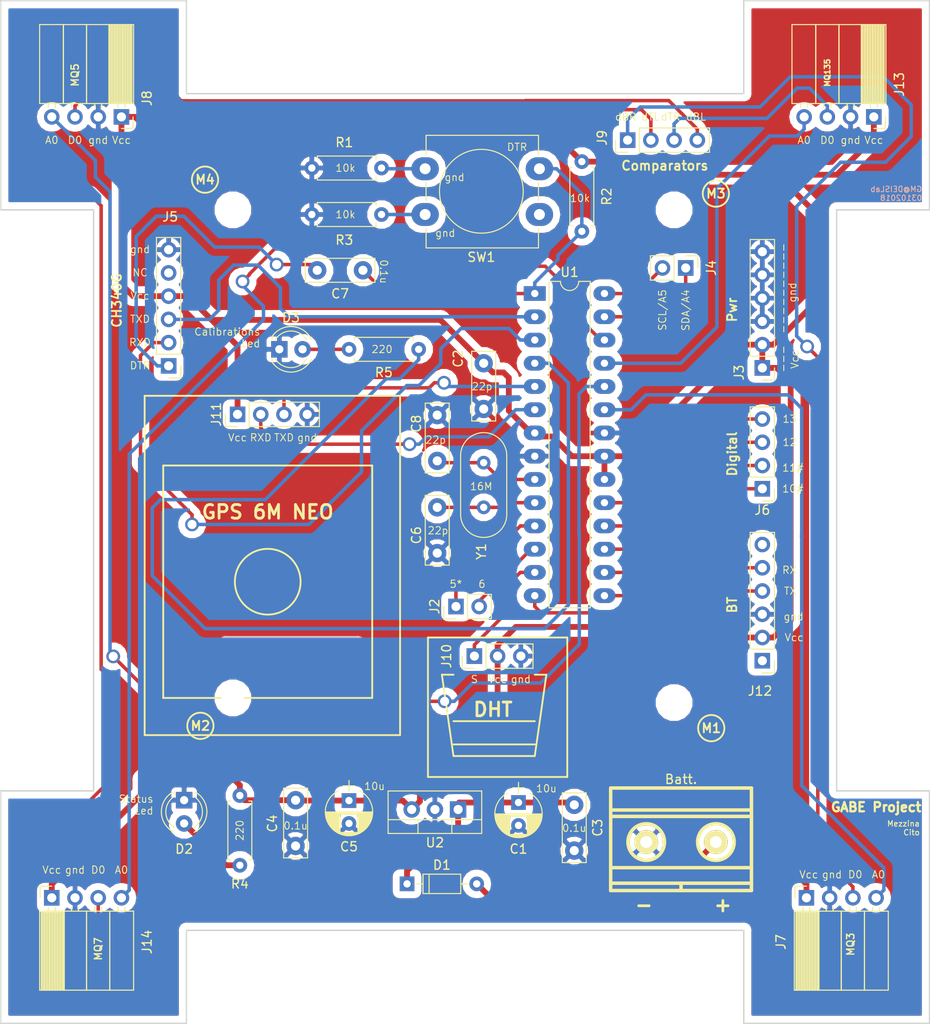
<source format=kicad_pcb>
(kicad_pcb (version 20171130) (host pcbnew "(5.0.0)")

  (general
    (thickness 1.6)
    (drawings 128)
    (tracks 344)
    (zones 0)
    (modules 38)
    (nets 39)
  )

  (page A4)
  (layers
    (0 F.Cu signal hide)
    (31 B.Cu signal hide)
    (32 B.Adhes user)
    (33 F.Adhes user)
    (34 B.Paste user)
    (35 F.Paste user)
    (36 B.SilkS user)
    (37 F.SilkS user)
    (38 B.Mask user)
    (39 F.Mask user)
    (40 Dwgs.User user)
    (41 Cmts.User user)
    (42 Eco1.User user)
    (43 Eco2.User user)
    (44 Edge.Cuts user)
    (45 Margin user)
    (46 B.CrtYd user)
    (47 F.CrtYd user)
    (48 B.Fab user)
    (49 F.Fab user)
  )

  (setup
    (last_trace_width 0.381)
    (user_trace_width 0.254)
    (user_trace_width 0.381)
    (user_trace_width 0.508)
    (user_trace_width 0.635)
    (user_trace_width 0.762)
    (user_trace_width 1.016)
    (trace_clearance 0.2)
    (zone_clearance 0.762)
    (zone_45_only yes)
    (trace_min 0.2)
    (segment_width 0.2)
    (edge_width 0.15)
    (via_size 1.5)
    (via_drill 1)
    (via_min_size 0)
    (via_min_drill 0)
    (uvia_size 0.3)
    (uvia_drill 0.1)
    (uvias_allowed no)
    (uvia_min_size 0.2)
    (uvia_min_drill 0.1)
    (pcb_text_width 0.3)
    (pcb_text_size 1.5 1.5)
    (mod_edge_width 0.15)
    (mod_text_size 1 1)
    (mod_text_width 0.15)
    (pad_size 1.524 1.524)
    (pad_drill 0.762)
    (pad_to_mask_clearance 0.2)
    (aux_axis_origin 0 0)
    (visible_elements 7FFFFFFF)
    (pcbplotparams
      (layerselection 0x010fc_ffffffff)
      (usegerberextensions true)
      (usegerberattributes false)
      (usegerberadvancedattributes false)
      (creategerberjobfile false)
      (excludeedgelayer true)
      (linewidth 0.100000)
      (plotframeref false)
      (viasonmask false)
      (mode 1)
      (useauxorigin false)
      (hpglpennumber 1)
      (hpglpenspeed 20)
      (hpglpendiameter 15.000000)
      (psnegative false)
      (psa4output false)
      (plotreference true)
      (plotvalue true)
      (plotinvisibletext false)
      (padsonsilk false)
      (subtractmaskfromsilk false)
      (outputformat 1)
      (mirror false)
      (drillshape 0)
      (scaleselection 1)
      (outputdirectory "GABE_project/"))
  )

  (net 0 "")
  (net 1 "Net-(C1-Pad1)")
  (net 2 GND)
  (net 3 VCC)
  (net 4 DTR)
  (net 5 "Net-(D1-Pad2)")
  (net 6 "Net-(D2-Pad2)")
  (net 7 "Net-(D3-Pad2)")
  (net 8 "Net-(J2-Pad1)")
  (net 9 "Net-(J2-Pad2)")
  (net 10 RXD)
  (net 11 TXD)
  (net 12 "Net-(J5-Pad5)")
  (net 13 "Net-(J6-Pad1)")
  (net 14 "Net-(J6-Pad2)")
  (net 15 "Net-(R3-Pad1)")
  (net 16 "Net-(C6-Pad1)")
  (net 17 "Net-(C7-Pad2)")
  (net 18 "Net-(C8-Pad1)")
  (net 19 SDA)
  (net 20 SCL)
  (net 21 "Net-(J6-Pad4)")
  (net 22 "Net-(J6-Pad3)")
  (net 23 D0_MQ3)
  (net 24 A0_MQ3)
  (net 25 A0_MQ5)
  (net 26 D0_MQ5)
  (net 27 D0_MQ7)
  (net 28 D0_MQ135)
  (net 29 DHT_sig)
  (net 30 g_rx)
  (net 31 g_tx)
  (net 32 "Net-(J12-Pad1)")
  (net 33 bt_tx)
  (net 34 bt_rx)
  (net 35 "Net-(J12-Pad6)")
  (net 36 A0_MQ135)
  (net 37 A0_MQ7)
  (net 38 "Net-(R5-Pad1)")

  (net_class Default "Questo è il gruppo di collegamenti predefinito"
    (clearance 0.2)
    (trace_width 0.25)
    (via_dia 1.5)
    (via_drill 1)
    (uvia_dia 0.3)
    (uvia_drill 0.1)
    (add_net A0_MQ135)
    (add_net A0_MQ3)
    (add_net A0_MQ5)
    (add_net A0_MQ7)
    (add_net D0_MQ135)
    (add_net D0_MQ3)
    (add_net D0_MQ5)
    (add_net D0_MQ7)
    (add_net DHT_sig)
    (add_net DTR)
    (add_net GND)
    (add_net "Net-(C1-Pad1)")
    (add_net "Net-(C6-Pad1)")
    (add_net "Net-(C7-Pad2)")
    (add_net "Net-(C8-Pad1)")
    (add_net "Net-(D1-Pad2)")
    (add_net "Net-(D2-Pad2)")
    (add_net "Net-(D3-Pad2)")
    (add_net "Net-(J12-Pad1)")
    (add_net "Net-(J12-Pad6)")
    (add_net "Net-(J2-Pad1)")
    (add_net "Net-(J2-Pad2)")
    (add_net "Net-(J5-Pad5)")
    (add_net "Net-(J6-Pad1)")
    (add_net "Net-(J6-Pad2)")
    (add_net "Net-(J6-Pad3)")
    (add_net "Net-(J6-Pad4)")
    (add_net "Net-(R3-Pad1)")
    (add_net "Net-(R5-Pad1)")
    (add_net RXD)
    (add_net SCL)
    (add_net SDA)
    (add_net TXD)
    (add_net VCC)
    (add_net bt_rx)
    (add_net bt_tx)
    (add_net g_rx)
    (add_net g_tx)
  )

  (module Housings_DIP:DIP-28_W7.62mm_LongPads (layer F.Cu) (tedit 5BB50333) (tstamp 5BB4F6CD)
    (at 106.68 77.724)
    (descr "28-lead though-hole mounted DIP package, row spacing 7.62 mm (300 mils), LongPads")
    (tags "THT DIP DIL PDIP 2.54mm 7.62mm 300mil LongPads")
    (path /5B77013E)
    (fp_text reference U1 (at 3.81 -2.33) (layer F.SilkS)
      (effects (font (size 1 1) (thickness 0.15)))
    )
    (fp_text value ATMEGA328P-PU (at 3.81 35.35) (layer F.Fab)
      (effects (font (size 1 1) (thickness 0.15)))
    )
    (fp_text user %R (at 3.81 16.51) (layer F.Fab)
      (effects (font (size 1 1) (thickness 0.15)))
    )
    (fp_line (start 9.1 -1.55) (end -1.45 -1.55) (layer F.CrtYd) (width 0.05))
    (fp_line (start 9.1 34.55) (end 9.1 -1.55) (layer F.CrtYd) (width 0.05))
    (fp_line (start -1.45 34.55) (end 9.1 34.55) (layer F.CrtYd) (width 0.05))
    (fp_line (start -1.45 -1.55) (end -1.45 34.55) (layer F.CrtYd) (width 0.05))
    (fp_line (start 6.06 -1.33) (end 4.81 -1.33) (layer F.SilkS) (width 0.12))
    (fp_line (start 6.06 34.35) (end 6.06 -1.33) (layer F.SilkS) (width 0.12))
    (fp_line (start 1.56 34.35) (end 6.06 34.35) (layer F.SilkS) (width 0.12))
    (fp_line (start 1.56 -1.33) (end 1.56 34.35) (layer F.SilkS) (width 0.12))
    (fp_line (start 2.81 -1.33) (end 1.56 -1.33) (layer F.SilkS) (width 0.12))
    (fp_line (start 0.635 -0.27) (end 1.635 -1.27) (layer F.Fab) (width 0.1))
    (fp_line (start 0.635 34.29) (end 0.635 -0.27) (layer F.Fab) (width 0.1))
    (fp_line (start 6.985 34.29) (end 0.635 34.29) (layer F.Fab) (width 0.1))
    (fp_line (start 6.985 -1.27) (end 6.985 34.29) (layer F.Fab) (width 0.1))
    (fp_line (start 1.635 -1.27) (end 6.985 -1.27) (layer F.Fab) (width 0.1))
    (fp_arc (start 3.81 -1.33) (end 2.81 -1.33) (angle -180) (layer F.SilkS) (width 0.12))
    (pad 28 thru_hole oval (at 7.62 0) (size 2.4 1.6) (drill 0.8) (layers *.Cu *.Mask)
      (net 20 SCL))
    (pad 14 thru_hole oval (at 0 33.02) (size 2.4 1.6) (drill 0.8) (layers *.Cu *.Mask)
      (net 33 bt_tx))
    (pad 27 thru_hole oval (at 7.62 2.54) (size 2.4 1.6) (drill 0.8) (layers *.Cu *.Mask)
      (net 19 SDA))
    (pad 13 thru_hole oval (at 0 30.48) (size 2.4 1.6) (drill 0.8) (layers *.Cu *.Mask)
      (net 29 DHT_sig))
    (pad 26 thru_hole oval (at 7.62 5.08) (size 2.4 1.6) (drill 0.8) (layers *.Cu *.Mask)
      (net 37 A0_MQ7))
    (pad 12 thru_hole oval (at 0 27.94) (size 2.4 1.6) (drill 0.8) (layers *.Cu *.Mask)
      (net 9 "Net-(J2-Pad2)"))
    (pad 25 thru_hole oval (at 7.62 7.62) (size 2.4 1.6) (drill 0.8) (layers *.Cu *.Mask)
      (net 36 A0_MQ135))
    (pad 11 thru_hole oval (at 0 25.4) (size 2.4 1.6) (drill 0.8) (layers *.Cu *.Mask)
      (net 8 "Net-(J2-Pad1)"))
    (pad 24 thru_hole oval (at 7.62 10.16) (size 2.4 1.6) (drill 0.8) (layers *.Cu *.Mask)
      (net 25 A0_MQ5))
    (pad 10 thru_hole oval (at 0 22.86) (size 2.4 1.6) (drill 0.8) (layers *.Cu *.Mask)
      (net 16 "Net-(C6-Pad1)"))
    (pad 23 thru_hole oval (at 7.62 12.7) (size 2.4 1.6) (drill 0.8) (layers *.Cu *.Mask)
      (net 24 A0_MQ3))
    (pad 9 thru_hole oval (at 0 20.32) (size 2.4 1.6) (drill 0.8) (layers *.Cu *.Mask)
      (net 18 "Net-(C8-Pad1)"))
    (pad 22 thru_hole oval (at 7.62 15.24) (size 2.4 1.6) (drill 0.8) (layers *.Cu *.Mask)
      (net 2 GND))
    (pad 8 thru_hole oval (at 0 17.78) (size 2.4 1.6) (drill 0.8) (layers *.Cu *.Mask)
      (net 2 GND))
    (pad 21 thru_hole oval (at 7.62 17.78) (size 2.4 1.6) (drill 0.8) (layers *.Cu *.Mask)
      (net 3 VCC))
    (pad 7 thru_hole oval (at 0 15.24) (size 2.4 1.6) (drill 0.8) (layers *.Cu *.Mask)
      (net 3 VCC))
    (pad 20 thru_hole oval (at 7.62 20.32) (size 2.4 1.6) (drill 0.8) (layers *.Cu *.Mask)
      (net 3 VCC))
    (pad 6 thru_hole oval (at 0 12.7) (size 2.4 1.6) (drill 0.8) (layers *.Cu *.Mask)
      (net 30 g_rx))
    (pad 19 thru_hole oval (at 7.62 22.86) (size 2.4 1.6) (drill 0.8) (layers *.Cu *.Mask)
      (net 21 "Net-(J6-Pad4)"))
    (pad 5 thru_hole oval (at 0 10.16) (size 2.4 1.6) (drill 0.8) (layers *.Cu *.Mask)
      (net 31 g_tx))
    (pad 18 thru_hole oval (at 7.62 25.4) (size 2.4 1.6) (drill 0.8) (layers *.Cu *.Mask)
      (net 22 "Net-(J6-Pad3)"))
    (pad 4 thru_hole oval (at 0 7.62) (size 2.4 1.6) (drill 0.8) (layers *.Cu *.Mask)
      (net 38 "Net-(R5-Pad1)"))
    (pad 17 thru_hole oval (at 7.62 27.94) (size 2.4 1.6) (drill 0.8) (layers *.Cu *.Mask)
      (net 14 "Net-(J6-Pad2)"))
    (pad 3 thru_hole oval (at 0 5.08) (size 2.4 1.6) (drill 0.8) (layers *.Cu *.Mask)
      (net 10 RXD))
    (pad 16 thru_hole oval (at 7.62 30.48) (size 2.4 1.6) (drill 0.8) (layers *.Cu *.Mask)
      (net 13 "Net-(J6-Pad1)"))
    (pad 2 thru_hole oval (at 0 2.54) (size 2.4 1.6) (drill 0.8) (layers *.Cu *.Mask)
      (net 11 TXD))
    (pad 15 thru_hole oval (at 7.62 33.02) (size 2.4 1.6) (drill 0.8) (layers *.Cu *.Mask)
      (net 34 bt_rx))
    (pad 1 thru_hole rect (at 0 0) (size 2.4 1.6) (drill 0.8) (layers *.Cu *.Mask)
      (net 4 DTR))
    (model ${KISYS3DMOD}/Housings_DIP.3dshapes/DIP-28_W7.62mm.wrl
      (at (xyz 0 0 0))
      (scale (xyz 1 1 1))
      (rotate (xyz 0 0 0))
    )
  )

  (module Capacitors_THT:CP_Radial_D5.0mm_P2.50mm (layer F.Cu) (tedit 597BC7C2) (tstamp 5BB4F289)
    (at 104.902 133.35 270)
    (descr "CP, Radial series, Radial, pin pitch=2.50mm, , diameter=5mm, Electrolytic Capacitor")
    (tags "CP Radial series Radial pin pitch 2.50mm  diameter 5mm Electrolytic Capacitor")
    (path /5B76FB4E)
    (fp_text reference C1 (at 5.08 0) (layer F.SilkS)
      (effects (font (size 1 1) (thickness 0.15)))
    )
    (fp_text value 10u (at 1.25 3.81 270) (layer F.Fab)
      (effects (font (size 1 1) (thickness 0.15)))
    )
    (fp_text user %R (at 1.25 0 270) (layer F.Fab)
      (effects (font (size 1 1) (thickness 0.15)))
    )
    (fp_line (start 4.1 -2.85) (end -1.6 -2.85) (layer F.CrtYd) (width 0.05))
    (fp_line (start 4.1 2.85) (end 4.1 -2.85) (layer F.CrtYd) (width 0.05))
    (fp_line (start -1.6 2.85) (end 4.1 2.85) (layer F.CrtYd) (width 0.05))
    (fp_line (start -1.6 -2.85) (end -1.6 2.85) (layer F.CrtYd) (width 0.05))
    (fp_line (start -1.6 -0.65) (end -1.6 0.65) (layer F.SilkS) (width 0.12))
    (fp_line (start -2.2 0) (end -1 0) (layer F.SilkS) (width 0.12))
    (fp_line (start 3.811 -0.354) (end 3.811 0.354) (layer F.SilkS) (width 0.12))
    (fp_line (start 3.771 -0.559) (end 3.771 0.559) (layer F.SilkS) (width 0.12))
    (fp_line (start 3.731 -0.707) (end 3.731 0.707) (layer F.SilkS) (width 0.12))
    (fp_line (start 3.691 -0.829) (end 3.691 0.829) (layer F.SilkS) (width 0.12))
    (fp_line (start 3.651 -0.934) (end 3.651 0.934) (layer F.SilkS) (width 0.12))
    (fp_line (start 3.611 -1.028) (end 3.611 1.028) (layer F.SilkS) (width 0.12))
    (fp_line (start 3.571 -1.112) (end 3.571 1.112) (layer F.SilkS) (width 0.12))
    (fp_line (start 3.531 -1.189) (end 3.531 1.189) (layer F.SilkS) (width 0.12))
    (fp_line (start 3.491 -1.261) (end 3.491 1.261) (layer F.SilkS) (width 0.12))
    (fp_line (start 3.451 0.98) (end 3.451 1.327) (layer F.SilkS) (width 0.12))
    (fp_line (start 3.451 -1.327) (end 3.451 -0.98) (layer F.SilkS) (width 0.12))
    (fp_line (start 3.411 0.98) (end 3.411 1.39) (layer F.SilkS) (width 0.12))
    (fp_line (start 3.411 -1.39) (end 3.411 -0.98) (layer F.SilkS) (width 0.12))
    (fp_line (start 3.371 0.98) (end 3.371 1.448) (layer F.SilkS) (width 0.12))
    (fp_line (start 3.371 -1.448) (end 3.371 -0.98) (layer F.SilkS) (width 0.12))
    (fp_line (start 3.331 0.98) (end 3.331 1.504) (layer F.SilkS) (width 0.12))
    (fp_line (start 3.331 -1.504) (end 3.331 -0.98) (layer F.SilkS) (width 0.12))
    (fp_line (start 3.291 0.98) (end 3.291 1.556) (layer F.SilkS) (width 0.12))
    (fp_line (start 3.291 -1.556) (end 3.291 -0.98) (layer F.SilkS) (width 0.12))
    (fp_line (start 3.251 0.98) (end 3.251 1.606) (layer F.SilkS) (width 0.12))
    (fp_line (start 3.251 -1.606) (end 3.251 -0.98) (layer F.SilkS) (width 0.12))
    (fp_line (start 3.211 0.98) (end 3.211 1.654) (layer F.SilkS) (width 0.12))
    (fp_line (start 3.211 -1.654) (end 3.211 -0.98) (layer F.SilkS) (width 0.12))
    (fp_line (start 3.171 0.98) (end 3.171 1.699) (layer F.SilkS) (width 0.12))
    (fp_line (start 3.171 -1.699) (end 3.171 -0.98) (layer F.SilkS) (width 0.12))
    (fp_line (start 3.131 0.98) (end 3.131 1.742) (layer F.SilkS) (width 0.12))
    (fp_line (start 3.131 -1.742) (end 3.131 -0.98) (layer F.SilkS) (width 0.12))
    (fp_line (start 3.091 0.98) (end 3.091 1.783) (layer F.SilkS) (width 0.12))
    (fp_line (start 3.091 -1.783) (end 3.091 -0.98) (layer F.SilkS) (width 0.12))
    (fp_line (start 3.051 0.98) (end 3.051 1.823) (layer F.SilkS) (width 0.12))
    (fp_line (start 3.051 -1.823) (end 3.051 -0.98) (layer F.SilkS) (width 0.12))
    (fp_line (start 3.011 0.98) (end 3.011 1.861) (layer F.SilkS) (width 0.12))
    (fp_line (start 3.011 -1.861) (end 3.011 -0.98) (layer F.SilkS) (width 0.12))
    (fp_line (start 2.971 0.98) (end 2.971 1.897) (layer F.SilkS) (width 0.12))
    (fp_line (start 2.971 -1.897) (end 2.971 -0.98) (layer F.SilkS) (width 0.12))
    (fp_line (start 2.931 0.98) (end 2.931 1.932) (layer F.SilkS) (width 0.12))
    (fp_line (start 2.931 -1.932) (end 2.931 -0.98) (layer F.SilkS) (width 0.12))
    (fp_line (start 2.891 0.98) (end 2.891 1.965) (layer F.SilkS) (width 0.12))
    (fp_line (start 2.891 -1.965) (end 2.891 -0.98) (layer F.SilkS) (width 0.12))
    (fp_line (start 2.851 0.98) (end 2.851 1.997) (layer F.SilkS) (width 0.12))
    (fp_line (start 2.851 -1.997) (end 2.851 -0.98) (layer F.SilkS) (width 0.12))
    (fp_line (start 2.811 0.98) (end 2.811 2.028) (layer F.SilkS) (width 0.12))
    (fp_line (start 2.811 -2.028) (end 2.811 -0.98) (layer F.SilkS) (width 0.12))
    (fp_line (start 2.771 0.98) (end 2.771 2.058) (layer F.SilkS) (width 0.12))
    (fp_line (start 2.771 -2.058) (end 2.771 -0.98) (layer F.SilkS) (width 0.12))
    (fp_line (start 2.731 0.98) (end 2.731 2.086) (layer F.SilkS) (width 0.12))
    (fp_line (start 2.731 -2.086) (end 2.731 -0.98) (layer F.SilkS) (width 0.12))
    (fp_line (start 2.691 0.98) (end 2.691 2.113) (layer F.SilkS) (width 0.12))
    (fp_line (start 2.691 -2.113) (end 2.691 -0.98) (layer F.SilkS) (width 0.12))
    (fp_line (start 2.651 0.98) (end 2.651 2.14) (layer F.SilkS) (width 0.12))
    (fp_line (start 2.651 -2.14) (end 2.651 -0.98) (layer F.SilkS) (width 0.12))
    (fp_line (start 2.611 0.98) (end 2.611 2.165) (layer F.SilkS) (width 0.12))
    (fp_line (start 2.611 -2.165) (end 2.611 -0.98) (layer F.SilkS) (width 0.12))
    (fp_line (start 2.571 0.98) (end 2.571 2.189) (layer F.SilkS) (width 0.12))
    (fp_line (start 2.571 -2.189) (end 2.571 -0.98) (layer F.SilkS) (width 0.12))
    (fp_line (start 2.531 0.98) (end 2.531 2.212) (layer F.SilkS) (width 0.12))
    (fp_line (start 2.531 -2.212) (end 2.531 -0.98) (layer F.SilkS) (width 0.12))
    (fp_line (start 2.491 0.98) (end 2.491 2.234) (layer F.SilkS) (width 0.12))
    (fp_line (start 2.491 -2.234) (end 2.491 -0.98) (layer F.SilkS) (width 0.12))
    (fp_line (start 2.451 0.98) (end 2.451 2.256) (layer F.SilkS) (width 0.12))
    (fp_line (start 2.451 -2.256) (end 2.451 -0.98) (layer F.SilkS) (width 0.12))
    (fp_line (start 2.411 0.98) (end 2.411 2.276) (layer F.SilkS) (width 0.12))
    (fp_line (start 2.411 -2.276) (end 2.411 -0.98) (layer F.SilkS) (width 0.12))
    (fp_line (start 2.371 0.98) (end 2.371 2.296) (layer F.SilkS) (width 0.12))
    (fp_line (start 2.371 -2.296) (end 2.371 -0.98) (layer F.SilkS) (width 0.12))
    (fp_line (start 2.331 0.98) (end 2.331 2.315) (layer F.SilkS) (width 0.12))
    (fp_line (start 2.331 -2.315) (end 2.331 -0.98) (layer F.SilkS) (width 0.12))
    (fp_line (start 2.291 0.98) (end 2.291 2.333) (layer F.SilkS) (width 0.12))
    (fp_line (start 2.291 -2.333) (end 2.291 -0.98) (layer F.SilkS) (width 0.12))
    (fp_line (start 2.251 0.98) (end 2.251 2.35) (layer F.SilkS) (width 0.12))
    (fp_line (start 2.251 -2.35) (end 2.251 -0.98) (layer F.SilkS) (width 0.12))
    (fp_line (start 2.211 0.98) (end 2.211 2.366) (layer F.SilkS) (width 0.12))
    (fp_line (start 2.211 -2.366) (end 2.211 -0.98) (layer F.SilkS) (width 0.12))
    (fp_line (start 2.171 0.98) (end 2.171 2.382) (layer F.SilkS) (width 0.12))
    (fp_line (start 2.171 -2.382) (end 2.171 -0.98) (layer F.SilkS) (width 0.12))
    (fp_line (start 2.131 0.98) (end 2.131 2.396) (layer F.SilkS) (width 0.12))
    (fp_line (start 2.131 -2.396) (end 2.131 -0.98) (layer F.SilkS) (width 0.12))
    (fp_line (start 2.091 0.98) (end 2.091 2.41) (layer F.SilkS) (width 0.12))
    (fp_line (start 2.091 -2.41) (end 2.091 -0.98) (layer F.SilkS) (width 0.12))
    (fp_line (start 2.051 0.98) (end 2.051 2.424) (layer F.SilkS) (width 0.12))
    (fp_line (start 2.051 -2.424) (end 2.051 -0.98) (layer F.SilkS) (width 0.12))
    (fp_line (start 2.011 0.98) (end 2.011 2.436) (layer F.SilkS) (width 0.12))
    (fp_line (start 2.011 -2.436) (end 2.011 -0.98) (layer F.SilkS) (width 0.12))
    (fp_line (start 1.971 0.98) (end 1.971 2.448) (layer F.SilkS) (width 0.12))
    (fp_line (start 1.971 -2.448) (end 1.971 -0.98) (layer F.SilkS) (width 0.12))
    (fp_line (start 1.93 0.98) (end 1.93 2.46) (layer F.SilkS) (width 0.12))
    (fp_line (start 1.93 -2.46) (end 1.93 -0.98) (layer F.SilkS) (width 0.12))
    (fp_line (start 1.89 0.98) (end 1.89 2.47) (layer F.SilkS) (width 0.12))
    (fp_line (start 1.89 -2.47) (end 1.89 -0.98) (layer F.SilkS) (width 0.12))
    (fp_line (start 1.85 0.98) (end 1.85 2.48) (layer F.SilkS) (width 0.12))
    (fp_line (start 1.85 -2.48) (end 1.85 -0.98) (layer F.SilkS) (width 0.12))
    (fp_line (start 1.81 0.98) (end 1.81 2.489) (layer F.SilkS) (width 0.12))
    (fp_line (start 1.81 -2.489) (end 1.81 -0.98) (layer F.SilkS) (width 0.12))
    (fp_line (start 1.77 0.98) (end 1.77 2.498) (layer F.SilkS) (width 0.12))
    (fp_line (start 1.77 -2.498) (end 1.77 -0.98) (layer F.SilkS) (width 0.12))
    (fp_line (start 1.73 0.98) (end 1.73 2.506) (layer F.SilkS) (width 0.12))
    (fp_line (start 1.73 -2.506) (end 1.73 -0.98) (layer F.SilkS) (width 0.12))
    (fp_line (start 1.69 0.98) (end 1.69 2.513) (layer F.SilkS) (width 0.12))
    (fp_line (start 1.69 -2.513) (end 1.69 -0.98) (layer F.SilkS) (width 0.12))
    (fp_line (start 1.65 0.98) (end 1.65 2.519) (layer F.SilkS) (width 0.12))
    (fp_line (start 1.65 -2.519) (end 1.65 -0.98) (layer F.SilkS) (width 0.12))
    (fp_line (start 1.61 0.98) (end 1.61 2.525) (layer F.SilkS) (width 0.12))
    (fp_line (start 1.61 -2.525) (end 1.61 -0.98) (layer F.SilkS) (width 0.12))
    (fp_line (start 1.57 0.98) (end 1.57 2.531) (layer F.SilkS) (width 0.12))
    (fp_line (start 1.57 -2.531) (end 1.57 -0.98) (layer F.SilkS) (width 0.12))
    (fp_line (start 1.53 0.98) (end 1.53 2.535) (layer F.SilkS) (width 0.12))
    (fp_line (start 1.53 -2.535) (end 1.53 -0.98) (layer F.SilkS) (width 0.12))
    (fp_line (start 1.49 -2.539) (end 1.49 2.539) (layer F.SilkS) (width 0.12))
    (fp_line (start 1.45 -2.543) (end 1.45 2.543) (layer F.SilkS) (width 0.12))
    (fp_line (start 1.41 -2.546) (end 1.41 2.546) (layer F.SilkS) (width 0.12))
    (fp_line (start 1.37 -2.548) (end 1.37 2.548) (layer F.SilkS) (width 0.12))
    (fp_line (start 1.33 -2.549) (end 1.33 2.549) (layer F.SilkS) (width 0.12))
    (fp_line (start 1.29 -2.55) (end 1.29 2.55) (layer F.SilkS) (width 0.12))
    (fp_line (start 1.25 -2.55) (end 1.25 2.55) (layer F.SilkS) (width 0.12))
    (fp_line (start -1.6 -0.65) (end -1.6 0.65) (layer F.Fab) (width 0.1))
    (fp_line (start -2.2 0) (end -1 0) (layer F.Fab) (width 0.1))
    (fp_circle (center 1.25 0) (end 3.75 0) (layer F.Fab) (width 0.1))
    (fp_arc (start 1.25 0) (end 3.55558 -1.18) (angle 54.2) (layer F.SilkS) (width 0.12))
    (fp_arc (start 1.25 0) (end -1.05558 1.18) (angle -125.8) (layer F.SilkS) (width 0.12))
    (fp_arc (start 1.25 0) (end -1.05558 -1.18) (angle 125.8) (layer F.SilkS) (width 0.12))
    (pad 2 thru_hole circle (at 2.5 0 270) (size 1.6 1.6) (drill 0.8) (layers *.Cu *.Mask)
      (net 2 GND))
    (pad 1 thru_hole rect (at 0 0 270) (size 1.6 1.6) (drill 0.8) (layers *.Cu *.Mask)
      (net 1 "Net-(C1-Pad1)"))
    (model ${KISYS3DMOD}/Capacitors_THT.3dshapes/CP_Radial_D5.0mm_P2.50mm.wrl
      (at (xyz 0 0 0))
      (scale (xyz 1 1 1))
      (rotate (xyz 0 0 0))
    )
  )

  (module Capacitors_THT:C_Disc_D7.5mm_W2.5mm_P5.00mm (layer F.Cu) (tedit 597BC7C2) (tstamp 5BB4F29C)
    (at 101.092 85.344 270)
    (descr "C, Disc series, Radial, pin pitch=5.00mm, , diameter*width=7.5*2.5mm^2, Capacitor, http://www.vishay.com/docs/28535/vy2series.pdf")
    (tags "C Disc series Radial pin pitch 5.00mm  diameter 7.5mm width 2.5mm Capacitor")
    (path /5B954F66)
    (fp_text reference C2 (at -0.508 2.794 270) (layer F.SilkS)
      (effects (font (size 1 1) (thickness 0.15)))
    )
    (fp_text value 22p (at 2.5 2.56 270) (layer F.Fab)
      (effects (font (size 1 1) (thickness 0.15)))
    )
    (fp_line (start -1.25 -1.25) (end -1.25 1.25) (layer F.Fab) (width 0.1))
    (fp_line (start -1.25 1.25) (end 6.25 1.25) (layer F.Fab) (width 0.1))
    (fp_line (start 6.25 1.25) (end 6.25 -1.25) (layer F.Fab) (width 0.1))
    (fp_line (start 6.25 -1.25) (end -1.25 -1.25) (layer F.Fab) (width 0.1))
    (fp_line (start -1.31 -1.31) (end 6.31 -1.31) (layer F.SilkS) (width 0.12))
    (fp_line (start -1.31 1.31) (end 6.31 1.31) (layer F.SilkS) (width 0.12))
    (fp_line (start -1.31 -1.31) (end -1.31 1.31) (layer F.SilkS) (width 0.12))
    (fp_line (start 6.31 -1.31) (end 6.31 1.31) (layer F.SilkS) (width 0.12))
    (fp_line (start -1.6 -1.6) (end -1.6 1.6) (layer F.CrtYd) (width 0.05))
    (fp_line (start -1.6 1.6) (end 6.6 1.6) (layer F.CrtYd) (width 0.05))
    (fp_line (start 6.6 1.6) (end 6.6 -1.6) (layer F.CrtYd) (width 0.05))
    (fp_line (start 6.6 -1.6) (end -1.6 -1.6) (layer F.CrtYd) (width 0.05))
    (fp_text user %R (at 2.5 0 270) (layer F.Fab)
      (effects (font (size 1 1) (thickness 0.15)))
    )
    (pad 1 thru_hole circle (at 0 0 270) (size 2 2) (drill 1) (layers *.Cu *.Mask)
      (net 3 VCC))
    (pad 2 thru_hole circle (at 5 0 270) (size 2 2) (drill 1) (layers *.Cu *.Mask)
      (net 2 GND))
    (model ${KISYS3DMOD}/Capacitors_THT.3dshapes/C_Disc_D7.5mm_W2.5mm_P5.00mm.wrl
      (at (xyz 0 0 0))
      (scale (xyz 1 1 1))
      (rotate (xyz 0 0 0))
    )
  )

  (module Capacitors_THT:C_Disc_D7.5mm_W2.5mm_P5.00mm (layer F.Cu) (tedit 597BC7C2) (tstamp 5BB514D1)
    (at 110.998 133.604 270)
    (descr "C, Disc series, Radial, pin pitch=5.00mm, , diameter*width=7.5*2.5mm^2, Capacitor, http://www.vishay.com/docs/28535/vy2series.pdf")
    (tags "C Disc series Radial pin pitch 5.00mm  diameter 7.5mm width 2.5mm Capacitor")
    (path /5B76F857)
    (fp_text reference C3 (at 2.5 -2.56 270) (layer F.SilkS)
      (effects (font (size 1 1) (thickness 0.15)))
    )
    (fp_text value 0.1u (at 2.5 2.56 270) (layer F.Fab)
      (effects (font (size 1 1) (thickness 0.15)))
    )
    (fp_text user %R (at 2.5 0 270) (layer F.Fab)
      (effects (font (size 1 1) (thickness 0.15)))
    )
    (fp_line (start 6.6 -1.6) (end -1.6 -1.6) (layer F.CrtYd) (width 0.05))
    (fp_line (start 6.6 1.6) (end 6.6 -1.6) (layer F.CrtYd) (width 0.05))
    (fp_line (start -1.6 1.6) (end 6.6 1.6) (layer F.CrtYd) (width 0.05))
    (fp_line (start -1.6 -1.6) (end -1.6 1.6) (layer F.CrtYd) (width 0.05))
    (fp_line (start 6.31 -1.31) (end 6.31 1.31) (layer F.SilkS) (width 0.12))
    (fp_line (start -1.31 -1.31) (end -1.31 1.31) (layer F.SilkS) (width 0.12))
    (fp_line (start -1.31 1.31) (end 6.31 1.31) (layer F.SilkS) (width 0.12))
    (fp_line (start -1.31 -1.31) (end 6.31 -1.31) (layer F.SilkS) (width 0.12))
    (fp_line (start 6.25 -1.25) (end -1.25 -1.25) (layer F.Fab) (width 0.1))
    (fp_line (start 6.25 1.25) (end 6.25 -1.25) (layer F.Fab) (width 0.1))
    (fp_line (start -1.25 1.25) (end 6.25 1.25) (layer F.Fab) (width 0.1))
    (fp_line (start -1.25 -1.25) (end -1.25 1.25) (layer F.Fab) (width 0.1))
    (pad 2 thru_hole circle (at 5 0 270) (size 2 2) (drill 1) (layers *.Cu *.Mask)
      (net 2 GND))
    (pad 1 thru_hole circle (at 0 0 270) (size 2 2) (drill 1) (layers *.Cu *.Mask)
      (net 1 "Net-(C1-Pad1)"))
    (model ${KISYS3DMOD}/Capacitors_THT.3dshapes/C_Disc_D7.5mm_W2.5mm_P5.00mm.wrl
      (at (xyz 0 0 0))
      (scale (xyz 1 1 1))
      (rotate (xyz 0 0 0))
    )
  )

  (module Capacitors_THT:C_Disc_D7.5mm_W2.5mm_P5.00mm (layer F.Cu) (tedit 597BC7C2) (tstamp 5BB4F2C2)
    (at 80.518 133.096 270)
    (descr "C, Disc series, Radial, pin pitch=5.00mm, , diameter*width=7.5*2.5mm^2, Capacitor, http://www.vishay.com/docs/28535/vy2series.pdf")
    (tags "C Disc series Radial pin pitch 5.00mm  diameter 7.5mm width 2.5mm Capacitor")
    (path /5B76FA53)
    (fp_text reference C4 (at 2.54 2.54 90) (layer F.SilkS)
      (effects (font (size 1 1) (thickness 0.15)))
    )
    (fp_text value 0.1u (at 2.5 2.56 270) (layer F.Fab)
      (effects (font (size 1 1) (thickness 0.15)))
    )
    (fp_line (start -1.25 -1.25) (end -1.25 1.25) (layer F.Fab) (width 0.1))
    (fp_line (start -1.25 1.25) (end 6.25 1.25) (layer F.Fab) (width 0.1))
    (fp_line (start 6.25 1.25) (end 6.25 -1.25) (layer F.Fab) (width 0.1))
    (fp_line (start 6.25 -1.25) (end -1.25 -1.25) (layer F.Fab) (width 0.1))
    (fp_line (start -1.31 -1.31) (end 6.31 -1.31) (layer F.SilkS) (width 0.12))
    (fp_line (start -1.31 1.31) (end 6.31 1.31) (layer F.SilkS) (width 0.12))
    (fp_line (start -1.31 -1.31) (end -1.31 1.31) (layer F.SilkS) (width 0.12))
    (fp_line (start 6.31 -1.31) (end 6.31 1.31) (layer F.SilkS) (width 0.12))
    (fp_line (start -1.6 -1.6) (end -1.6 1.6) (layer F.CrtYd) (width 0.05))
    (fp_line (start -1.6 1.6) (end 6.6 1.6) (layer F.CrtYd) (width 0.05))
    (fp_line (start 6.6 1.6) (end 6.6 -1.6) (layer F.CrtYd) (width 0.05))
    (fp_line (start 6.6 -1.6) (end -1.6 -1.6) (layer F.CrtYd) (width 0.05))
    (fp_text user %R (at 2.5 0 270) (layer F.Fab)
      (effects (font (size 1 1) (thickness 0.15)))
    )
    (pad 1 thru_hole circle (at 0 0 270) (size 2 2) (drill 1) (layers *.Cu *.Mask)
      (net 3 VCC))
    (pad 2 thru_hole circle (at 5 0 270) (size 2 2) (drill 1) (layers *.Cu *.Mask)
      (net 2 GND))
    (model ${KISYS3DMOD}/Capacitors_THT.3dshapes/C_Disc_D7.5mm_W2.5mm_P5.00mm.wrl
      (at (xyz 0 0 0))
      (scale (xyz 1 1 1))
      (rotate (xyz 0 0 0))
    )
  )

  (module Capacitors_THT:CP_Radial_D5.0mm_P2.50mm (layer F.Cu) (tedit 597BC7C2) (tstamp 5BB4F347)
    (at 86.36 133.136 270)
    (descr "CP, Radial series, Radial, pin pitch=2.50mm, , diameter=5mm, Electrolytic Capacitor")
    (tags "CP Radial series Radial pin pitch 2.50mm  diameter 5mm Electrolytic Capacitor")
    (path /5B76FA73)
    (fp_text reference C5 (at 5.04 0) (layer F.SilkS)
      (effects (font (size 1 1) (thickness 0.15)))
    )
    (fp_text value 10u (at 1.25 3.81 270) (layer F.Fab)
      (effects (font (size 1 1) (thickness 0.15)))
    )
    (fp_arc (start 1.25 0) (end -1.05558 -1.18) (angle 125.8) (layer F.SilkS) (width 0.12))
    (fp_arc (start 1.25 0) (end -1.05558 1.18) (angle -125.8) (layer F.SilkS) (width 0.12))
    (fp_arc (start 1.25 0) (end 3.55558 -1.18) (angle 54.2) (layer F.SilkS) (width 0.12))
    (fp_circle (center 1.25 0) (end 3.75 0) (layer F.Fab) (width 0.1))
    (fp_line (start -2.2 0) (end -1 0) (layer F.Fab) (width 0.1))
    (fp_line (start -1.6 -0.65) (end -1.6 0.65) (layer F.Fab) (width 0.1))
    (fp_line (start 1.25 -2.55) (end 1.25 2.55) (layer F.SilkS) (width 0.12))
    (fp_line (start 1.29 -2.55) (end 1.29 2.55) (layer F.SilkS) (width 0.12))
    (fp_line (start 1.33 -2.549) (end 1.33 2.549) (layer F.SilkS) (width 0.12))
    (fp_line (start 1.37 -2.548) (end 1.37 2.548) (layer F.SilkS) (width 0.12))
    (fp_line (start 1.41 -2.546) (end 1.41 2.546) (layer F.SilkS) (width 0.12))
    (fp_line (start 1.45 -2.543) (end 1.45 2.543) (layer F.SilkS) (width 0.12))
    (fp_line (start 1.49 -2.539) (end 1.49 2.539) (layer F.SilkS) (width 0.12))
    (fp_line (start 1.53 -2.535) (end 1.53 -0.98) (layer F.SilkS) (width 0.12))
    (fp_line (start 1.53 0.98) (end 1.53 2.535) (layer F.SilkS) (width 0.12))
    (fp_line (start 1.57 -2.531) (end 1.57 -0.98) (layer F.SilkS) (width 0.12))
    (fp_line (start 1.57 0.98) (end 1.57 2.531) (layer F.SilkS) (width 0.12))
    (fp_line (start 1.61 -2.525) (end 1.61 -0.98) (layer F.SilkS) (width 0.12))
    (fp_line (start 1.61 0.98) (end 1.61 2.525) (layer F.SilkS) (width 0.12))
    (fp_line (start 1.65 -2.519) (end 1.65 -0.98) (layer F.SilkS) (width 0.12))
    (fp_line (start 1.65 0.98) (end 1.65 2.519) (layer F.SilkS) (width 0.12))
    (fp_line (start 1.69 -2.513) (end 1.69 -0.98) (layer F.SilkS) (width 0.12))
    (fp_line (start 1.69 0.98) (end 1.69 2.513) (layer F.SilkS) (width 0.12))
    (fp_line (start 1.73 -2.506) (end 1.73 -0.98) (layer F.SilkS) (width 0.12))
    (fp_line (start 1.73 0.98) (end 1.73 2.506) (layer F.SilkS) (width 0.12))
    (fp_line (start 1.77 -2.498) (end 1.77 -0.98) (layer F.SilkS) (width 0.12))
    (fp_line (start 1.77 0.98) (end 1.77 2.498) (layer F.SilkS) (width 0.12))
    (fp_line (start 1.81 -2.489) (end 1.81 -0.98) (layer F.SilkS) (width 0.12))
    (fp_line (start 1.81 0.98) (end 1.81 2.489) (layer F.SilkS) (width 0.12))
    (fp_line (start 1.85 -2.48) (end 1.85 -0.98) (layer F.SilkS) (width 0.12))
    (fp_line (start 1.85 0.98) (end 1.85 2.48) (layer F.SilkS) (width 0.12))
    (fp_line (start 1.89 -2.47) (end 1.89 -0.98) (layer F.SilkS) (width 0.12))
    (fp_line (start 1.89 0.98) (end 1.89 2.47) (layer F.SilkS) (width 0.12))
    (fp_line (start 1.93 -2.46) (end 1.93 -0.98) (layer F.SilkS) (width 0.12))
    (fp_line (start 1.93 0.98) (end 1.93 2.46) (layer F.SilkS) (width 0.12))
    (fp_line (start 1.971 -2.448) (end 1.971 -0.98) (layer F.SilkS) (width 0.12))
    (fp_line (start 1.971 0.98) (end 1.971 2.448) (layer F.SilkS) (width 0.12))
    (fp_line (start 2.011 -2.436) (end 2.011 -0.98) (layer F.SilkS) (width 0.12))
    (fp_line (start 2.011 0.98) (end 2.011 2.436) (layer F.SilkS) (width 0.12))
    (fp_line (start 2.051 -2.424) (end 2.051 -0.98) (layer F.SilkS) (width 0.12))
    (fp_line (start 2.051 0.98) (end 2.051 2.424) (layer F.SilkS) (width 0.12))
    (fp_line (start 2.091 -2.41) (end 2.091 -0.98) (layer F.SilkS) (width 0.12))
    (fp_line (start 2.091 0.98) (end 2.091 2.41) (layer F.SilkS) (width 0.12))
    (fp_line (start 2.131 -2.396) (end 2.131 -0.98) (layer F.SilkS) (width 0.12))
    (fp_line (start 2.131 0.98) (end 2.131 2.396) (layer F.SilkS) (width 0.12))
    (fp_line (start 2.171 -2.382) (end 2.171 -0.98) (layer F.SilkS) (width 0.12))
    (fp_line (start 2.171 0.98) (end 2.171 2.382) (layer F.SilkS) (width 0.12))
    (fp_line (start 2.211 -2.366) (end 2.211 -0.98) (layer F.SilkS) (width 0.12))
    (fp_line (start 2.211 0.98) (end 2.211 2.366) (layer F.SilkS) (width 0.12))
    (fp_line (start 2.251 -2.35) (end 2.251 -0.98) (layer F.SilkS) (width 0.12))
    (fp_line (start 2.251 0.98) (end 2.251 2.35) (layer F.SilkS) (width 0.12))
    (fp_line (start 2.291 -2.333) (end 2.291 -0.98) (layer F.SilkS) (width 0.12))
    (fp_line (start 2.291 0.98) (end 2.291 2.333) (layer F.SilkS) (width 0.12))
    (fp_line (start 2.331 -2.315) (end 2.331 -0.98) (layer F.SilkS) (width 0.12))
    (fp_line (start 2.331 0.98) (end 2.331 2.315) (layer F.SilkS) (width 0.12))
    (fp_line (start 2.371 -2.296) (end 2.371 -0.98) (layer F.SilkS) (width 0.12))
    (fp_line (start 2.371 0.98) (end 2.371 2.296) (layer F.SilkS) (width 0.12))
    (fp_line (start 2.411 -2.276) (end 2.411 -0.98) (layer F.SilkS) (width 0.12))
    (fp_line (start 2.411 0.98) (end 2.411 2.276) (layer F.SilkS) (width 0.12))
    (fp_line (start 2.451 -2.256) (end 2.451 -0.98) (layer F.SilkS) (width 0.12))
    (fp_line (start 2.451 0.98) (end 2.451 2.256) (layer F.SilkS) (width 0.12))
    (fp_line (start 2.491 -2.234) (end 2.491 -0.98) (layer F.SilkS) (width 0.12))
    (fp_line (start 2.491 0.98) (end 2.491 2.234) (layer F.SilkS) (width 0.12))
    (fp_line (start 2.531 -2.212) (end 2.531 -0.98) (layer F.SilkS) (width 0.12))
    (fp_line (start 2.531 0.98) (end 2.531 2.212) (layer F.SilkS) (width 0.12))
    (fp_line (start 2.571 -2.189) (end 2.571 -0.98) (layer F.SilkS) (width 0.12))
    (fp_line (start 2.571 0.98) (end 2.571 2.189) (layer F.SilkS) (width 0.12))
    (fp_line (start 2.611 -2.165) (end 2.611 -0.98) (layer F.SilkS) (width 0.12))
    (fp_line (start 2.611 0.98) (end 2.611 2.165) (layer F.SilkS) (width 0.12))
    (fp_line (start 2.651 -2.14) (end 2.651 -0.98) (layer F.SilkS) (width 0.12))
    (fp_line (start 2.651 0.98) (end 2.651 2.14) (layer F.SilkS) (width 0.12))
    (fp_line (start 2.691 -2.113) (end 2.691 -0.98) (layer F.SilkS) (width 0.12))
    (fp_line (start 2.691 0.98) (end 2.691 2.113) (layer F.SilkS) (width 0.12))
    (fp_line (start 2.731 -2.086) (end 2.731 -0.98) (layer F.SilkS) (width 0.12))
    (fp_line (start 2.731 0.98) (end 2.731 2.086) (layer F.SilkS) (width 0.12))
    (fp_line (start 2.771 -2.058) (end 2.771 -0.98) (layer F.SilkS) (width 0.12))
    (fp_line (start 2.771 0.98) (end 2.771 2.058) (layer F.SilkS) (width 0.12))
    (fp_line (start 2.811 -2.028) (end 2.811 -0.98) (layer F.SilkS) (width 0.12))
    (fp_line (start 2.811 0.98) (end 2.811 2.028) (layer F.SilkS) (width 0.12))
    (fp_line (start 2.851 -1.997) (end 2.851 -0.98) (layer F.SilkS) (width 0.12))
    (fp_line (start 2.851 0.98) (end 2.851 1.997) (layer F.SilkS) (width 0.12))
    (fp_line (start 2.891 -1.965) (end 2.891 -0.98) (layer F.SilkS) (width 0.12))
    (fp_line (start 2.891 0.98) (end 2.891 1.965) (layer F.SilkS) (width 0.12))
    (fp_line (start 2.931 -1.932) (end 2.931 -0.98) (layer F.SilkS) (width 0.12))
    (fp_line (start 2.931 0.98) (end 2.931 1.932) (layer F.SilkS) (width 0.12))
    (fp_line (start 2.971 -1.897) (end 2.971 -0.98) (layer F.SilkS) (width 0.12))
    (fp_line (start 2.971 0.98) (end 2.971 1.897) (layer F.SilkS) (width 0.12))
    (fp_line (start 3.011 -1.861) (end 3.011 -0.98) (layer F.SilkS) (width 0.12))
    (fp_line (start 3.011 0.98) (end 3.011 1.861) (layer F.SilkS) (width 0.12))
    (fp_line (start 3.051 -1.823) (end 3.051 -0.98) (layer F.SilkS) (width 0.12))
    (fp_line (start 3.051 0.98) (end 3.051 1.823) (layer F.SilkS) (width 0.12))
    (fp_line (start 3.091 -1.783) (end 3.091 -0.98) (layer F.SilkS) (width 0.12))
    (fp_line (start 3.091 0.98) (end 3.091 1.783) (layer F.SilkS) (width 0.12))
    (fp_line (start 3.131 -1.742) (end 3.131 -0.98) (layer F.SilkS) (width 0.12))
    (fp_line (start 3.131 0.98) (end 3.131 1.742) (layer F.SilkS) (width 0.12))
    (fp_line (start 3.171 -1.699) (end 3.171 -0.98) (layer F.SilkS) (width 0.12))
    (fp_line (start 3.171 0.98) (end 3.171 1.699) (layer F.SilkS) (width 0.12))
    (fp_line (start 3.211 -1.654) (end 3.211 -0.98) (layer F.SilkS) (width 0.12))
    (fp_line (start 3.211 0.98) (end 3.211 1.654) (layer F.SilkS) (width 0.12))
    (fp_line (start 3.251 -1.606) (end 3.251 -0.98) (layer F.SilkS) (width 0.12))
    (fp_line (start 3.251 0.98) (end 3.251 1.606) (layer F.SilkS) (width 0.12))
    (fp_line (start 3.291 -1.556) (end 3.291 -0.98) (layer F.SilkS) (width 0.12))
    (fp_line (start 3.291 0.98) (end 3.291 1.556) (layer F.SilkS) (width 0.12))
    (fp_line (start 3.331 -1.504) (end 3.331 -0.98) (layer F.SilkS) (width 0.12))
    (fp_line (start 3.331 0.98) (end 3.331 1.504) (layer F.SilkS) (width 0.12))
    (fp_line (start 3.371 -1.448) (end 3.371 -0.98) (layer F.SilkS) (width 0.12))
    (fp_line (start 3.371 0.98) (end 3.371 1.448) (layer F.SilkS) (width 0.12))
    (fp_line (start 3.411 -1.39) (end 3.411 -0.98) (layer F.SilkS) (width 0.12))
    (fp_line (start 3.411 0.98) (end 3.411 1.39) (layer F.SilkS) (width 0.12))
    (fp_line (start 3.451 -1.327) (end 3.451 -0.98) (layer F.SilkS) (width 0.12))
    (fp_line (start 3.451 0.98) (end 3.451 1.327) (layer F.SilkS) (width 0.12))
    (fp_line (start 3.491 -1.261) (end 3.491 1.261) (layer F.SilkS) (width 0.12))
    (fp_line (start 3.531 -1.189) (end 3.531 1.189) (layer F.SilkS) (width 0.12))
    (fp_line (start 3.571 -1.112) (end 3.571 1.112) (layer F.SilkS) (width 0.12))
    (fp_line (start 3.611 -1.028) (end 3.611 1.028) (layer F.SilkS) (width 0.12))
    (fp_line (start 3.651 -0.934) (end 3.651 0.934) (layer F.SilkS) (width 0.12))
    (fp_line (start 3.691 -0.829) (end 3.691 0.829) (layer F.SilkS) (width 0.12))
    (fp_line (start 3.731 -0.707) (end 3.731 0.707) (layer F.SilkS) (width 0.12))
    (fp_line (start 3.771 -0.559) (end 3.771 0.559) (layer F.SilkS) (width 0.12))
    (fp_line (start 3.811 -0.354) (end 3.811 0.354) (layer F.SilkS) (width 0.12))
    (fp_line (start -2.2 0) (end -1 0) (layer F.SilkS) (width 0.12))
    (fp_line (start -1.6 -0.65) (end -1.6 0.65) (layer F.SilkS) (width 0.12))
    (fp_line (start -1.6 -2.85) (end -1.6 2.85) (layer F.CrtYd) (width 0.05))
    (fp_line (start -1.6 2.85) (end 4.1 2.85) (layer F.CrtYd) (width 0.05))
    (fp_line (start 4.1 2.85) (end 4.1 -2.85) (layer F.CrtYd) (width 0.05))
    (fp_line (start 4.1 -2.85) (end -1.6 -2.85) (layer F.CrtYd) (width 0.05))
    (fp_text user %R (at 1.25 0 270) (layer F.Fab)
      (effects (font (size 1 1) (thickness 0.15)))
    )
    (pad 1 thru_hole rect (at 0 0 270) (size 1.6 1.6) (drill 0.8) (layers *.Cu *.Mask)
      (net 3 VCC))
    (pad 2 thru_hole circle (at 2.5 0 270) (size 1.6 1.6) (drill 0.8) (layers *.Cu *.Mask)
      (net 2 GND))
    (model ${KISYS3DMOD}/Capacitors_THT.3dshapes/CP_Radial_D5.0mm_P2.50mm.wrl
      (at (xyz 0 0 0))
      (scale (xyz 1 1 1))
      (rotate (xyz 0 0 0))
    )
  )

  (module Capacitors_THT:C_Disc_D7.5mm_W2.5mm_P5.00mm (layer F.Cu) (tedit 597BC7C2) (tstamp 5BB4F35A)
    (at 96.012 101.092 270)
    (descr "C, Disc series, Radial, pin pitch=5.00mm, , diameter*width=7.5*2.5mm^2, Capacitor, http://www.vishay.com/docs/28535/vy2series.pdf")
    (tags "C Disc series Radial pin pitch 5.00mm  diameter 7.5mm width 2.5mm Capacitor")
    (path /5B78120B)
    (fp_text reference C6 (at 3.048 2.286 270) (layer F.SilkS)
      (effects (font (size 1 1) (thickness 0.15)))
    )
    (fp_text value 22p (at 2.5 2.56 270) (layer F.Fab)
      (effects (font (size 1 1) (thickness 0.15)))
    )
    (fp_text user %R (at 2.5 0 270) (layer F.Fab)
      (effects (font (size 1 1) (thickness 0.15)))
    )
    (fp_line (start 6.6 -1.6) (end -1.6 -1.6) (layer F.CrtYd) (width 0.05))
    (fp_line (start 6.6 1.6) (end 6.6 -1.6) (layer F.CrtYd) (width 0.05))
    (fp_line (start -1.6 1.6) (end 6.6 1.6) (layer F.CrtYd) (width 0.05))
    (fp_line (start -1.6 -1.6) (end -1.6 1.6) (layer F.CrtYd) (width 0.05))
    (fp_line (start 6.31 -1.31) (end 6.31 1.31) (layer F.SilkS) (width 0.12))
    (fp_line (start -1.31 -1.31) (end -1.31 1.31) (layer F.SilkS) (width 0.12))
    (fp_line (start -1.31 1.31) (end 6.31 1.31) (layer F.SilkS) (width 0.12))
    (fp_line (start -1.31 -1.31) (end 6.31 -1.31) (layer F.SilkS) (width 0.12))
    (fp_line (start 6.25 -1.25) (end -1.25 -1.25) (layer F.Fab) (width 0.1))
    (fp_line (start 6.25 1.25) (end 6.25 -1.25) (layer F.Fab) (width 0.1))
    (fp_line (start -1.25 1.25) (end 6.25 1.25) (layer F.Fab) (width 0.1))
    (fp_line (start -1.25 -1.25) (end -1.25 1.25) (layer F.Fab) (width 0.1))
    (pad 2 thru_hole circle (at 5 0 270) (size 2 2) (drill 1) (layers *.Cu *.Mask)
      (net 2 GND))
    (pad 1 thru_hole circle (at 0 0 270) (size 2 2) (drill 1) (layers *.Cu *.Mask)
      (net 16 "Net-(C6-Pad1)"))
    (model ${KISYS3DMOD}/Capacitors_THT.3dshapes/C_Disc_D7.5mm_W2.5mm_P5.00mm.wrl
      (at (xyz 0 0 0))
      (scale (xyz 1 1 1))
      (rotate (xyz 0 0 0))
    )
  )

  (module Capacitors_THT:C_Disc_D7.5mm_W2.5mm_P5.00mm (layer F.Cu) (tedit 597BC7C2) (tstamp 5BB4F36D)
    (at 87.884 75.184 180)
    (descr "C, Disc series, Radial, pin pitch=5.00mm, , diameter*width=7.5*2.5mm^2, Capacitor, http://www.vishay.com/docs/28535/vy2series.pdf")
    (tags "C Disc series Radial pin pitch 5.00mm  diameter 7.5mm width 2.5mm Capacitor")
    (path /5B7825C2)
    (fp_text reference C7 (at 2.5 -2.56 180) (layer F.SilkS)
      (effects (font (size 1 1) (thickness 0.15)))
    )
    (fp_text value 100n (at 2.5 2.56 180) (layer F.Fab)
      (effects (font (size 1 1) (thickness 0.15)))
    )
    (fp_text user %R (at 2.5 0 180) (layer F.Fab)
      (effects (font (size 1 1) (thickness 0.15)))
    )
    (fp_line (start 6.6 -1.6) (end -1.6 -1.6) (layer F.CrtYd) (width 0.05))
    (fp_line (start 6.6 1.6) (end 6.6 -1.6) (layer F.CrtYd) (width 0.05))
    (fp_line (start -1.6 1.6) (end 6.6 1.6) (layer F.CrtYd) (width 0.05))
    (fp_line (start -1.6 -1.6) (end -1.6 1.6) (layer F.CrtYd) (width 0.05))
    (fp_line (start 6.31 -1.31) (end 6.31 1.31) (layer F.SilkS) (width 0.12))
    (fp_line (start -1.31 -1.31) (end -1.31 1.31) (layer F.SilkS) (width 0.12))
    (fp_line (start -1.31 1.31) (end 6.31 1.31) (layer F.SilkS) (width 0.12))
    (fp_line (start -1.31 -1.31) (end 6.31 -1.31) (layer F.SilkS) (width 0.12))
    (fp_line (start 6.25 -1.25) (end -1.25 -1.25) (layer F.Fab) (width 0.1))
    (fp_line (start 6.25 1.25) (end 6.25 -1.25) (layer F.Fab) (width 0.1))
    (fp_line (start -1.25 1.25) (end 6.25 1.25) (layer F.Fab) (width 0.1))
    (fp_line (start -1.25 -1.25) (end -1.25 1.25) (layer F.Fab) (width 0.1))
    (pad 2 thru_hole circle (at 5 0 180) (size 2 2) (drill 1) (layers *.Cu *.Mask)
      (net 17 "Net-(C7-Pad2)"))
    (pad 1 thru_hole circle (at 0 0 180) (size 2 2) (drill 1) (layers *.Cu *.Mask)
      (net 4 DTR))
    (model ${KISYS3DMOD}/Capacitors_THT.3dshapes/C_Disc_D7.5mm_W2.5mm_P5.00mm.wrl
      (at (xyz 0 0 0))
      (scale (xyz 1 1 1))
      (rotate (xyz 0 0 0))
    )
  )

  (module Capacitors_THT:C_Disc_D7.5mm_W2.5mm_P5.00mm (layer F.Cu) (tedit 597BC7C2) (tstamp 5BB4F380)
    (at 96.012 96.012 90)
    (descr "C, Disc series, Radial, pin pitch=5.00mm, , diameter*width=7.5*2.5mm^2, Capacitor, http://www.vishay.com/docs/28535/vy2series.pdf")
    (tags "C Disc series Radial pin pitch 5.00mm  diameter 7.5mm width 2.5mm Capacitor")
    (path /5B7812CC)
    (fp_text reference C8 (at 4.064 -2.286 90) (layer F.SilkS)
      (effects (font (size 1 1) (thickness 0.15)))
    )
    (fp_text value 22p (at 2.5 2.56 90) (layer F.Fab)
      (effects (font (size 1 1) (thickness 0.15)))
    )
    (fp_line (start -1.25 -1.25) (end -1.25 1.25) (layer F.Fab) (width 0.1))
    (fp_line (start -1.25 1.25) (end 6.25 1.25) (layer F.Fab) (width 0.1))
    (fp_line (start 6.25 1.25) (end 6.25 -1.25) (layer F.Fab) (width 0.1))
    (fp_line (start 6.25 -1.25) (end -1.25 -1.25) (layer F.Fab) (width 0.1))
    (fp_line (start -1.31 -1.31) (end 6.31 -1.31) (layer F.SilkS) (width 0.12))
    (fp_line (start -1.31 1.31) (end 6.31 1.31) (layer F.SilkS) (width 0.12))
    (fp_line (start -1.31 -1.31) (end -1.31 1.31) (layer F.SilkS) (width 0.12))
    (fp_line (start 6.31 -1.31) (end 6.31 1.31) (layer F.SilkS) (width 0.12))
    (fp_line (start -1.6 -1.6) (end -1.6 1.6) (layer F.CrtYd) (width 0.05))
    (fp_line (start -1.6 1.6) (end 6.6 1.6) (layer F.CrtYd) (width 0.05))
    (fp_line (start 6.6 1.6) (end 6.6 -1.6) (layer F.CrtYd) (width 0.05))
    (fp_line (start 6.6 -1.6) (end -1.6 -1.6) (layer F.CrtYd) (width 0.05))
    (fp_text user %R (at 2.5 0 90) (layer F.Fab)
      (effects (font (size 1 1) (thickness 0.15)))
    )
    (pad 1 thru_hole circle (at 0 0 90) (size 2 2) (drill 1) (layers *.Cu *.Mask)
      (net 18 "Net-(C8-Pad1)"))
    (pad 2 thru_hole circle (at 5 0 90) (size 2 2) (drill 1) (layers *.Cu *.Mask)
      (net 2 GND))
    (model ${KISYS3DMOD}/Capacitors_THT.3dshapes/C_Disc_D7.5mm_W2.5mm_P5.00mm.wrl
      (at (xyz 0 0 0))
      (scale (xyz 1 1 1))
      (rotate (xyz 0 0 0))
    )
  )

  (module Diodes_THT:D_DO-35_SOD27_P7.62mm_Horizontal (layer F.Cu) (tedit 5BB510A3) (tstamp 5BB4F399)
    (at 92.71 142.24)
    (descr "D, DO-35_SOD27 series, Axial, Horizontal, pin pitch=7.62mm, , length*diameter=4*2mm^2, , http://www.diodes.com/_files/packages/DO-35.pdf")
    (tags "D DO-35_SOD27 series Axial Horizontal pin pitch 7.62mm  length 4mm diameter 2mm")
    (path /5B7708E1)
    (fp_text reference D1 (at 3.81 -2.06) (layer F.SilkS)
      (effects (font (size 1 1) (thickness 0.15)))
    )
    (fp_text value 1N4001 (at 3.81 2.06) (layer F.Fab)
      (effects (font (size 0.8 0.8) (thickness 0.15)))
    )
    (fp_line (start 8.7 -1.35) (end -1.05 -1.35) (layer F.CrtYd) (width 0.05))
    (fp_line (start 8.7 1.35) (end 8.7 -1.35) (layer F.CrtYd) (width 0.05))
    (fp_line (start -1.05 1.35) (end 8.7 1.35) (layer F.CrtYd) (width 0.05))
    (fp_line (start -1.05 -1.35) (end -1.05 1.35) (layer F.CrtYd) (width 0.05))
    (fp_line (start 2.41 -1.06) (end 2.41 1.06) (layer F.SilkS) (width 0.12))
    (fp_line (start 6.64 0) (end 5.87 0) (layer F.SilkS) (width 0.12))
    (fp_line (start 0.98 0) (end 1.75 0) (layer F.SilkS) (width 0.12))
    (fp_line (start 5.87 -1.06) (end 1.75 -1.06) (layer F.SilkS) (width 0.12))
    (fp_line (start 5.87 1.06) (end 5.87 -1.06) (layer F.SilkS) (width 0.12))
    (fp_line (start 1.75 1.06) (end 5.87 1.06) (layer F.SilkS) (width 0.12))
    (fp_line (start 1.75 -1.06) (end 1.75 1.06) (layer F.SilkS) (width 0.12))
    (fp_line (start 2.41 -1) (end 2.41 1) (layer F.Fab) (width 0.1))
    (fp_line (start 7.62 0) (end 5.81 0) (layer F.Fab) (width 0.1))
    (fp_line (start 0 0) (end 1.81 0) (layer F.Fab) (width 0.1))
    (fp_line (start 5.81 -1) (end 1.81 -1) (layer F.Fab) (width 0.1))
    (fp_line (start 5.81 1) (end 5.81 -1) (layer F.Fab) (width 0.1))
    (fp_line (start 1.81 1) (end 5.81 1) (layer F.Fab) (width 0.1))
    (fp_line (start 1.81 -1) (end 1.81 1) (layer F.Fab) (width 0.1))
    (fp_text user %R (at 3.81 0) (layer F.Fab)
      (effects (font (size 1 1) (thickness 0.15)))
    )
    (pad 2 thru_hole oval (at 7.62 0) (size 1.6 1.6) (drill 0.8) (layers *.Cu *.Mask)
      (net 5 "Net-(D1-Pad2)"))
    (pad 1 thru_hole rect (at 0 0) (size 1.6 1.6) (drill 0.8) (layers *.Cu *.Mask)
      (net 1 "Net-(C1-Pad1)"))
    (model ${KISYS3DMOD}/Diodes_THT.3dshapes/D_DO-35_SOD27_P7.62mm_Horizontal.wrl
      (at (xyz 0 0 0))
      (scale (xyz 0.393701 0.393701 0.393701))
      (rotate (xyz 0 0 0))
    )
  )

  (module LEDs:LED_D4.0mm (layer F.Cu) (tedit 587A3A7B) (tstamp 5BB4F3AC)
    (at 68.326 133.096 270)
    (descr "LED, diameter 4.0mm, 2 pins, http://www.kingbright.com/attachments/file/psearch/000/00/00/L-43GD(Ver.12B).pdf")
    (tags "LED diameter 4.0mm 2 pins")
    (path /5B770AC6)
    (fp_text reference D2 (at 5.334 0) (layer F.SilkS)
      (effects (font (size 1 1) (thickness 0.15)))
    )
    (fp_text value LED (at 1.27 3.46 270) (layer F.Fab)
      (effects (font (size 1 1) (thickness 0.15)))
    )
    (fp_arc (start 1.27 0) (end -0.73 -1.32665) (angle 292.9) (layer F.Fab) (width 0.1))
    (fp_arc (start 1.27 0) (end -0.79 -1.398749) (angle 120.1) (layer F.SilkS) (width 0.12))
    (fp_arc (start 1.27 0) (end -0.79 1.398749) (angle -120.1) (layer F.SilkS) (width 0.12))
    (fp_arc (start 1.27 0) (end -0.41333 -1.08) (angle 114.6) (layer F.SilkS) (width 0.12))
    (fp_arc (start 1.27 0) (end -0.41333 1.08) (angle -114.6) (layer F.SilkS) (width 0.12))
    (fp_circle (center 1.27 0) (end 3.27 0) (layer F.Fab) (width 0.1))
    (fp_line (start -0.73 -1.32665) (end -0.73 1.32665) (layer F.Fab) (width 0.1))
    (fp_line (start -0.79 -1.399) (end -0.79 -1.08) (layer F.SilkS) (width 0.12))
    (fp_line (start -0.79 1.08) (end -0.79 1.399) (layer F.SilkS) (width 0.12))
    (fp_line (start -1.45 -2.75) (end -1.45 2.75) (layer F.CrtYd) (width 0.05))
    (fp_line (start -1.45 2.75) (end 4 2.75) (layer F.CrtYd) (width 0.05))
    (fp_line (start 4 2.75) (end 4 -2.75) (layer F.CrtYd) (width 0.05))
    (fp_line (start 4 -2.75) (end -1.45 -2.75) (layer F.CrtYd) (width 0.05))
    (pad 1 thru_hole rect (at 0 0 270) (size 1.8 1.8) (drill 0.9) (layers *.Cu *.Mask)
      (net 2 GND))
    (pad 2 thru_hole circle (at 2.54 0 270) (size 1.8 1.8) (drill 0.9) (layers *.Cu *.Mask)
      (net 6 "Net-(D2-Pad2)"))
    (model ${KISYS3DMOD}/LEDs.3dshapes/LED_D4.0mm.wrl
      (at (xyz 0 0 0))
      (scale (xyz 0.393701 0.393701 0.393701))
      (rotate (xyz 0 0 0))
    )
  )

  (module LEDs:LED_D4.0mm (layer F.Cu) (tedit 587A3A7B) (tstamp 5BB4F3BF)
    (at 78.74 83.82)
    (descr "LED, diameter 4.0mm, 2 pins, http://www.kingbright.com/attachments/file/psearch/000/00/00/L-43GD(Ver.12B).pdf")
    (tags "LED diameter 4.0mm 2 pins")
    (path /5BC73AD3)
    (fp_text reference D3 (at 1.27 -3.46) (layer F.SilkS)
      (effects (font (size 1 1) (thickness 0.15)))
    )
    (fp_text value LED (at 1.27 3.46) (layer F.Fab)
      (effects (font (size 1 1) (thickness 0.15)))
    )
    (fp_line (start 4 -2.75) (end -1.45 -2.75) (layer F.CrtYd) (width 0.05))
    (fp_line (start 4 2.75) (end 4 -2.75) (layer F.CrtYd) (width 0.05))
    (fp_line (start -1.45 2.75) (end 4 2.75) (layer F.CrtYd) (width 0.05))
    (fp_line (start -1.45 -2.75) (end -1.45 2.75) (layer F.CrtYd) (width 0.05))
    (fp_line (start -0.79 1.08) (end -0.79 1.399) (layer F.SilkS) (width 0.12))
    (fp_line (start -0.79 -1.399) (end -0.79 -1.08) (layer F.SilkS) (width 0.12))
    (fp_line (start -0.73 -1.32665) (end -0.73 1.32665) (layer F.Fab) (width 0.1))
    (fp_circle (center 1.27 0) (end 3.27 0) (layer F.Fab) (width 0.1))
    (fp_arc (start 1.27 0) (end -0.41333 1.08) (angle -114.6) (layer F.SilkS) (width 0.12))
    (fp_arc (start 1.27 0) (end -0.41333 -1.08) (angle 114.6) (layer F.SilkS) (width 0.12))
    (fp_arc (start 1.27 0) (end -0.79 1.398749) (angle -120.1) (layer F.SilkS) (width 0.12))
    (fp_arc (start 1.27 0) (end -0.79 -1.398749) (angle 120.1) (layer F.SilkS) (width 0.12))
    (fp_arc (start 1.27 0) (end -0.73 -1.32665) (angle 292.9) (layer F.Fab) (width 0.1))
    (pad 2 thru_hole circle (at 2.54 0) (size 1.8 1.8) (drill 0.9) (layers *.Cu *.Mask)
      (net 7 "Net-(D3-Pad2)"))
    (pad 1 thru_hole rect (at 0 0) (size 1.8 1.8) (drill 0.9) (layers *.Cu *.Mask)
      (net 2 GND))
    (model ${KISYS3DMOD}/LEDs.3dshapes/LED_D4.0mm.wrl
      (at (xyz 0 0 0))
      (scale (xyz 0.393701 0.393701 0.393701))
      (rotate (xyz 0 0 0))
    )
  )

  (module w_conn_gmkds:gmkds_3-2-7,62 (layer F.Cu) (tedit 5BB510C3) (tstamp 5BB4F3D0)
    (at 122.682 137.668)
    (descr "2-way 7,62mm pitch terminal block, Phoenix GMKDS series")
    (path /5BA632D7)
    (fp_text reference Batt. (at 0 -6.858) (layer F.SilkS)
      (effects (font (size 1 1) (thickness 0.15)))
    )
    (fp_text value "" (at 0 6.6) (layer F.SilkS)
      (effects (font (size 1.5 1.5) (thickness 0.3)))
    )
    (fp_line (start -7.7 -3.5) (end 7.7 -3.5) (layer F.SilkS) (width 0.381))
    (fp_line (start 0 4.5) (end 0 5.3) (layer F.SilkS) (width 0.381))
    (fp_circle (center 3.81 0) (end 1.81 0) (layer F.SilkS) (width 0.381))
    (fp_circle (center -3.81 0) (end -1.81 0) (layer F.SilkS) (width 0.381))
    (fp_line (start -7.7 2.8) (end 7.7 2.8) (layer F.SilkS) (width 0.381))
    (fp_line (start -7.7 -2.8) (end 7.7 -2.8) (layer F.SilkS) (width 0.381))
    (fp_line (start -7.7 4.5) (end 7.7 4.5) (layer F.SilkS) (width 0.381))
    (fp_line (start -7.7 5.3) (end 7.7 5.3) (layer F.SilkS) (width 0.381))
    (fp_line (start 7.7 -5.9) (end 7.7 5.3) (layer F.SilkS) (width 0.381))
    (fp_line (start -7.7 -5.9) (end 7.7 -5.9) (layer F.SilkS) (width 0.381))
    (fp_line (start -7.7 -5.9) (end -7.7 5.3) (layer F.SilkS) (width 0.381))
    (pad 1 thru_hole circle (at -3.81 0) (size 2.6 2.6) (drill 1.3) (layers *.Cu *.Mask F.SilkS)
      (net 2 GND))
    (pad 2 thru_hole circle (at 3.81 0) (size 2.6 2.6) (drill 1.3) (layers *.Cu *.Mask F.SilkS)
      (net 5 "Net-(D1-Pad2)"))
    (model walter/conn_gmkds/gmkds_3-2-7,62.wrl
      (at (xyz 0 0 0))
      (scale (xyz 1 1 1))
      (rotate (xyz 0 0 0))
    )
  )

  (module Socket_Strips:Socket_Strip_Straight_1x02_Pitch2.54mm (layer F.Cu) (tedit 58CD5446) (tstamp 5BB4F3E5)
    (at 98.06 111.93 90)
    (descr "Through hole straight socket strip, 1x02, 2.54mm pitch, single row")
    (tags "Through hole socket strip THT 1x02 2.54mm single row")
    (path /5BCC915A)
    (fp_text reference J2 (at 0 -2.33 90) (layer F.SilkS)
      (effects (font (size 1 1) (thickness 0.15)))
    )
    (fp_text value Conn_01x02_Female (at 0 4.87 90) (layer F.Fab)
      (effects (font (size 1 1) (thickness 0.15)))
    )
    (fp_text user %R (at 0 -2.33 90) (layer F.Fab)
      (effects (font (size 1 1) (thickness 0.15)))
    )
    (fp_line (start 1.8 -1.8) (end -1.8 -1.8) (layer F.CrtYd) (width 0.05))
    (fp_line (start 1.8 4.35) (end 1.8 -1.8) (layer F.CrtYd) (width 0.05))
    (fp_line (start -1.8 4.35) (end 1.8 4.35) (layer F.CrtYd) (width 0.05))
    (fp_line (start -1.8 -1.8) (end -1.8 4.35) (layer F.CrtYd) (width 0.05))
    (fp_line (start -1.33 -1.33) (end 0 -1.33) (layer F.SilkS) (width 0.12))
    (fp_line (start -1.33 0) (end -1.33 -1.33) (layer F.SilkS) (width 0.12))
    (fp_line (start 1.33 1.27) (end -1.33 1.27) (layer F.SilkS) (width 0.12))
    (fp_line (start 1.33 3.87) (end 1.33 1.27) (layer F.SilkS) (width 0.12))
    (fp_line (start -1.33 3.87) (end 1.33 3.87) (layer F.SilkS) (width 0.12))
    (fp_line (start -1.33 1.27) (end -1.33 3.87) (layer F.SilkS) (width 0.12))
    (fp_line (start 1.27 -1.27) (end -1.27 -1.27) (layer F.Fab) (width 0.1))
    (fp_line (start 1.27 3.81) (end 1.27 -1.27) (layer F.Fab) (width 0.1))
    (fp_line (start -1.27 3.81) (end 1.27 3.81) (layer F.Fab) (width 0.1))
    (fp_line (start -1.27 -1.27) (end -1.27 3.81) (layer F.Fab) (width 0.1))
    (pad 2 thru_hole oval (at 0 2.54 90) (size 1.7 1.7) (drill 1) (layers *.Cu *.Mask)
      (net 9 "Net-(J2-Pad2)"))
    (pad 1 thru_hole rect (at 0 0 90) (size 1.7 1.7) (drill 1) (layers *.Cu *.Mask)
      (net 8 "Net-(J2-Pad1)"))
    (model ${KISYS3DMOD}/Socket_Strips.3dshapes/Socket_Strip_Straight_1x02_Pitch2.54mm.wrl
      (offset (xyz 0 -1.269999980926514 0))
      (scale (xyz 1 1 1))
      (rotate (xyz 0 0 270))
    )
  )

  (module Socket_Strips:Socket_Strip_Straight_1x06_Pitch2.54mm (layer F.Cu) (tedit 58CD5446) (tstamp 5BB50A48)
    (at 131.572 85.852 180)
    (descr "Through hole straight socket strip, 1x06, 2.54mm pitch, single row")
    (tags "Through hole socket strip THT 1x06 2.54mm single row")
    (path /5BCDBEDB)
    (fp_text reference J3 (at 2.54 -0.508 270) (layer F.SilkS)
      (effects (font (size 1 1) (thickness 0.15)))
    )
    (fp_text value Misure (at 0 15.03 180) (layer F.Fab)
      (effects (font (size 1 1) (thickness 0.15)))
    )
    (fp_text user %R (at 0 -2.33 180) (layer F.Fab)
      (effects (font (size 1 1) (thickness 0.15)))
    )
    (fp_line (start 1.8 -1.8) (end -1.8 -1.8) (layer F.CrtYd) (width 0.05))
    (fp_line (start 1.8 14.5) (end 1.8 -1.8) (layer F.CrtYd) (width 0.05))
    (fp_line (start -1.8 14.5) (end 1.8 14.5) (layer F.CrtYd) (width 0.05))
    (fp_line (start -1.8 -1.8) (end -1.8 14.5) (layer F.CrtYd) (width 0.05))
    (fp_line (start -1.33 -1.33) (end 0 -1.33) (layer F.SilkS) (width 0.12))
    (fp_line (start -1.33 0) (end -1.33 -1.33) (layer F.SilkS) (width 0.12))
    (fp_line (start 1.33 1.27) (end -1.33 1.27) (layer F.SilkS) (width 0.12))
    (fp_line (start 1.33 14.03) (end 1.33 1.27) (layer F.SilkS) (width 0.12))
    (fp_line (start -1.33 14.03) (end 1.33 14.03) (layer F.SilkS) (width 0.12))
    (fp_line (start -1.33 1.27) (end -1.33 14.03) (layer F.SilkS) (width 0.12))
    (fp_line (start 1.27 -1.27) (end -1.27 -1.27) (layer F.Fab) (width 0.1))
    (fp_line (start 1.27 13.97) (end 1.27 -1.27) (layer F.Fab) (width 0.1))
    (fp_line (start -1.27 13.97) (end 1.27 13.97) (layer F.Fab) (width 0.1))
    (fp_line (start -1.27 -1.27) (end -1.27 13.97) (layer F.Fab) (width 0.1))
    (pad 6 thru_hole oval (at 0 12.7 180) (size 1.7 1.7) (drill 1) (layers *.Cu *.Mask)
      (net 2 GND))
    (pad 5 thru_hole oval (at 0 10.16 180) (size 1.7 1.7) (drill 1) (layers *.Cu *.Mask)
      (net 2 GND))
    (pad 4 thru_hole oval (at 0 7.62 180) (size 1.7 1.7) (drill 1) (layers *.Cu *.Mask)
      (net 2 GND))
    (pad 3 thru_hole oval (at 0 5.08 180) (size 1.7 1.7) (drill 1) (layers *.Cu *.Mask)
      (net 2 GND))
    (pad 2 thru_hole oval (at 0 2.54 180) (size 1.7 1.7) (drill 1) (layers *.Cu *.Mask)
      (net 3 VCC))
    (pad 1 thru_hole rect (at 0 0 180) (size 1.7 1.7) (drill 1) (layers *.Cu *.Mask)
      (net 3 VCC))
    (model ${KISYS3DMOD}/Socket_Strips.3dshapes/Socket_Strip_Straight_1x06_Pitch2.54mm.wrl
      (offset (xyz 0 -6.349999904632568 0))
      (scale (xyz 1 1 1))
      (rotate (xyz 0 0 270))
    )
  )

  (module Socket_Strips:Socket_Strip_Straight_1x02_Pitch2.54mm (layer F.Cu) (tedit 58CD5446) (tstamp 5BB4F413)
    (at 123.19 74.93 270)
    (descr "Through hole straight socket strip, 1x02, 2.54mm pitch, single row")
    (tags "Through hole socket strip THT 1x02 2.54mm single row")
    (path /5B784489)
    (fp_text reference J4 (at 0 -2.794 270) (layer F.SilkS)
      (effects (font (size 1 1) (thickness 0.15)))
    )
    (fp_text value Conn_01x02_Female (at 0 4.87 270) (layer F.Fab)
      (effects (font (size 1 1) (thickness 0.15)))
    )
    (fp_line (start -1.27 -1.27) (end -1.27 3.81) (layer F.Fab) (width 0.1))
    (fp_line (start -1.27 3.81) (end 1.27 3.81) (layer F.Fab) (width 0.1))
    (fp_line (start 1.27 3.81) (end 1.27 -1.27) (layer F.Fab) (width 0.1))
    (fp_line (start 1.27 -1.27) (end -1.27 -1.27) (layer F.Fab) (width 0.1))
    (fp_line (start -1.33 1.27) (end -1.33 3.87) (layer F.SilkS) (width 0.12))
    (fp_line (start -1.33 3.87) (end 1.33 3.87) (layer F.SilkS) (width 0.12))
    (fp_line (start 1.33 3.87) (end 1.33 1.27) (layer F.SilkS) (width 0.12))
    (fp_line (start 1.33 1.27) (end -1.33 1.27) (layer F.SilkS) (width 0.12))
    (fp_line (start -1.33 0) (end -1.33 -1.33) (layer F.SilkS) (width 0.12))
    (fp_line (start -1.33 -1.33) (end 0 -1.33) (layer F.SilkS) (width 0.12))
    (fp_line (start -1.8 -1.8) (end -1.8 4.35) (layer F.CrtYd) (width 0.05))
    (fp_line (start -1.8 4.35) (end 1.8 4.35) (layer F.CrtYd) (width 0.05))
    (fp_line (start 1.8 4.35) (end 1.8 -1.8) (layer F.CrtYd) (width 0.05))
    (fp_line (start 1.8 -1.8) (end -1.8 -1.8) (layer F.CrtYd) (width 0.05))
    (fp_text user %R (at 0 -2.33 270) (layer F.Fab)
      (effects (font (size 1 1) (thickness 0.15)))
    )
    (pad 1 thru_hole rect (at 0 0 270) (size 1.7 1.7) (drill 1) (layers *.Cu *.Mask)
      (net 19 SDA))
    (pad 2 thru_hole oval (at 0 2.54 270) (size 1.7 1.7) (drill 1) (layers *.Cu *.Mask)
      (net 20 SCL))
    (model ${KISYS3DMOD}/Socket_Strips.3dshapes/Socket_Strip_Straight_1x02_Pitch2.54mm.wrl
      (offset (xyz 0 -1.269999980926514 0))
      (scale (xyz 1 1 1))
      (rotate (xyz 0 0 270))
    )
  )

  (module Socket_Strips:Socket_Strip_Straight_1x06_Pitch2.54mm (layer F.Cu) (tedit 58CD5446) (tstamp 5BB4F42C)
    (at 66.63 85.63 180)
    (descr "Through hole straight socket strip, 1x06, 2.54mm pitch, single row")
    (tags "Through hole socket strip THT 1x06 2.54mm single row")
    (path /5B781C3C)
    (fp_text reference J5 (at -0.172 16.288 180) (layer F.SilkS)
      (effects (font (size 1 1) (thickness 0.15)))
    )
    (fp_text value CH340G (at 0 15.03 180) (layer F.Fab)
      (effects (font (size 1 1) (thickness 0.15)))
    )
    (fp_text user %R (at 0 -2.33 180) (layer F.Fab)
      (effects (font (size 1 1) (thickness 0.15)))
    )
    (fp_line (start 1.8 -1.8) (end -1.8 -1.8) (layer F.CrtYd) (width 0.05))
    (fp_line (start 1.8 14.5) (end 1.8 -1.8) (layer F.CrtYd) (width 0.05))
    (fp_line (start -1.8 14.5) (end 1.8 14.5) (layer F.CrtYd) (width 0.05))
    (fp_line (start -1.8 -1.8) (end -1.8 14.5) (layer F.CrtYd) (width 0.05))
    (fp_line (start -1.33 -1.33) (end 0 -1.33) (layer F.SilkS) (width 0.12))
    (fp_line (start -1.33 0) (end -1.33 -1.33) (layer F.SilkS) (width 0.12))
    (fp_line (start 1.33 1.27) (end -1.33 1.27) (layer F.SilkS) (width 0.12))
    (fp_line (start 1.33 14.03) (end 1.33 1.27) (layer F.SilkS) (width 0.12))
    (fp_line (start -1.33 14.03) (end 1.33 14.03) (layer F.SilkS) (width 0.12))
    (fp_line (start -1.33 1.27) (end -1.33 14.03) (layer F.SilkS) (width 0.12))
    (fp_line (start 1.27 -1.27) (end -1.27 -1.27) (layer F.Fab) (width 0.1))
    (fp_line (start 1.27 13.97) (end 1.27 -1.27) (layer F.Fab) (width 0.1))
    (fp_line (start -1.27 13.97) (end 1.27 13.97) (layer F.Fab) (width 0.1))
    (fp_line (start -1.27 -1.27) (end -1.27 13.97) (layer F.Fab) (width 0.1))
    (pad 6 thru_hole oval (at 0 12.7 180) (size 1.7 1.7) (drill 1) (layers *.Cu *.Mask)
      (net 2 GND))
    (pad 5 thru_hole oval (at 0 10.16 180) (size 1.7 1.7) (drill 1) (layers *.Cu *.Mask)
      (net 12 "Net-(J5-Pad5)"))
    (pad 4 thru_hole oval (at 0 7.62 180) (size 1.7 1.7) (drill 1) (layers *.Cu *.Mask)
      (net 3 VCC))
    (pad 3 thru_hole oval (at 0 5.08 180) (size 1.7 1.7) (drill 1) (layers *.Cu *.Mask)
      (net 11 TXD))
    (pad 2 thru_hole oval (at 0 2.54 180) (size 1.7 1.7) (drill 1) (layers *.Cu *.Mask)
      (net 10 RXD))
    (pad 1 thru_hole rect (at 0 0 180) (size 1.7 1.7) (drill 1) (layers *.Cu *.Mask)
      (net 17 "Net-(C7-Pad2)"))
    (model ${KISYS3DMOD}/Socket_Strips.3dshapes/Socket_Strip_Straight_1x06_Pitch2.54mm.wrl
      (offset (xyz 0 -6.349999904632568 0))
      (scale (xyz 1 1 1))
      (rotate (xyz 0 0 270))
    )
  )

  (module Socket_Strips:Socket_Strip_Straight_1x04_Pitch2.54mm (layer F.Cu) (tedit 58CD5446) (tstamp 5BB4F443)
    (at 131.572 99.06 180)
    (descr "Through hole straight socket strip, 1x04, 2.54mm pitch, single row")
    (tags "Through hole socket strip THT 1x04 2.54mm single row")
    (path /5BCC907D)
    (fp_text reference J6 (at 0 -2.33 180) (layer F.SilkS)
      (effects (font (size 1 1) (thickness 0.15)))
    )
    (fp_text value dig2 (at 0 9.95 180) (layer F.Fab)
      (effects (font (size 1 1) (thickness 0.15)))
    )
    (fp_text user %R (at 0 -2.33 180) (layer F.Fab)
      (effects (font (size 1 1) (thickness 0.15)))
    )
    (fp_line (start 1.8 -1.8) (end -1.8 -1.8) (layer F.CrtYd) (width 0.05))
    (fp_line (start 1.8 9.4) (end 1.8 -1.8) (layer F.CrtYd) (width 0.05))
    (fp_line (start -1.8 9.4) (end 1.8 9.4) (layer F.CrtYd) (width 0.05))
    (fp_line (start -1.8 -1.8) (end -1.8 9.4) (layer F.CrtYd) (width 0.05))
    (fp_line (start -1.33 -1.33) (end 0 -1.33) (layer F.SilkS) (width 0.12))
    (fp_line (start -1.33 0) (end -1.33 -1.33) (layer F.SilkS) (width 0.12))
    (fp_line (start 1.33 1.27) (end -1.33 1.27) (layer F.SilkS) (width 0.12))
    (fp_line (start 1.33 8.95) (end 1.33 1.27) (layer F.SilkS) (width 0.12))
    (fp_line (start -1.33 8.95) (end 1.33 8.95) (layer F.SilkS) (width 0.12))
    (fp_line (start -1.33 1.27) (end -1.33 8.95) (layer F.SilkS) (width 0.12))
    (fp_line (start 1.27 -1.27) (end -1.27 -1.27) (layer F.Fab) (width 0.1))
    (fp_line (start 1.27 8.89) (end 1.27 -1.27) (layer F.Fab) (width 0.1))
    (fp_line (start -1.27 8.89) (end 1.27 8.89) (layer F.Fab) (width 0.1))
    (fp_line (start -1.27 -1.27) (end -1.27 8.89) (layer F.Fab) (width 0.1))
    (pad 4 thru_hole oval (at 0 7.62 180) (size 1.7 1.7) (drill 1) (layers *.Cu *.Mask)
      (net 21 "Net-(J6-Pad4)"))
    (pad 3 thru_hole oval (at 0 5.08 180) (size 1.7 1.7) (drill 1) (layers *.Cu *.Mask)
      (net 22 "Net-(J6-Pad3)"))
    (pad 2 thru_hole oval (at 0 2.54 180) (size 1.7 1.7) (drill 1) (layers *.Cu *.Mask)
      (net 14 "Net-(J6-Pad2)"))
    (pad 1 thru_hole rect (at 0 0 180) (size 1.7 1.7) (drill 1) (layers *.Cu *.Mask)
      (net 13 "Net-(J6-Pad1)"))
    (model ${KISYS3DMOD}/Socket_Strips.3dshapes/Socket_Strip_Straight_1x04_Pitch2.54mm.wrl
      (offset (xyz 0 -3.809999942779541 0))
      (scale (xyz 1 1 1))
      (rotate (xyz 0 0 270))
    )
  )

  (module Socket_Strips:Socket_Strip_Angled_1x04_Pitch2.54mm (layer F.Cu) (tedit 5BB5105E) (tstamp 5BB4F4A0)
    (at 136.398 143.764 90)
    (descr "Through hole angled socket strip, 1x04, 2.54mm pitch, 8.51mm socket length, single row")
    (tags "Through hole angled socket strip THT 1x04 2.54mm single row")
    (path /5BB6DC41)
    (fp_text reference J7 (at -4.826 -2.794 90) (layer F.SilkS)
      (effects (font (size 1 1) (thickness 0.15)))
    )
    (fp_text value MQ3 (at -5.08 4.826 90) (layer F.SilkS)
      (effects (font (size 0.8 0.8) (thickness 0.15)))
    )
    (fp_line (start -1.52 -1.27) (end -1.52 1.27) (layer F.Fab) (width 0.1))
    (fp_line (start -1.52 1.27) (end -10.03 1.27) (layer F.Fab) (width 0.1))
    (fp_line (start -10.03 1.27) (end -10.03 -1.27) (layer F.Fab) (width 0.1))
    (fp_line (start -10.03 -1.27) (end -1.52 -1.27) (layer F.Fab) (width 0.1))
    (fp_line (start 0 -0.32) (end 0 0.32) (layer F.Fab) (width 0.1))
    (fp_line (start 0 0.32) (end -1.52 0.32) (layer F.Fab) (width 0.1))
    (fp_line (start -1.52 0.32) (end -1.52 -0.32) (layer F.Fab) (width 0.1))
    (fp_line (start -1.52 -0.32) (end 0 -0.32) (layer F.Fab) (width 0.1))
    (fp_line (start -1.52 1.27) (end -1.52 3.81) (layer F.Fab) (width 0.1))
    (fp_line (start -1.52 3.81) (end -10.03 3.81) (layer F.Fab) (width 0.1))
    (fp_line (start -10.03 3.81) (end -10.03 1.27) (layer F.Fab) (width 0.1))
    (fp_line (start -10.03 1.27) (end -1.52 1.27) (layer F.Fab) (width 0.1))
    (fp_line (start 0 2.22) (end 0 2.86) (layer F.Fab) (width 0.1))
    (fp_line (start 0 2.86) (end -1.52 2.86) (layer F.Fab) (width 0.1))
    (fp_line (start -1.52 2.86) (end -1.52 2.22) (layer F.Fab) (width 0.1))
    (fp_line (start -1.52 2.22) (end 0 2.22) (layer F.Fab) (width 0.1))
    (fp_line (start -1.52 3.81) (end -1.52 6.35) (layer F.Fab) (width 0.1))
    (fp_line (start -1.52 6.35) (end -10.03 6.35) (layer F.Fab) (width 0.1))
    (fp_line (start -10.03 6.35) (end -10.03 3.81) (layer F.Fab) (width 0.1))
    (fp_line (start -10.03 3.81) (end -1.52 3.81) (layer F.Fab) (width 0.1))
    (fp_line (start 0 4.76) (end 0 5.4) (layer F.Fab) (width 0.1))
    (fp_line (start 0 5.4) (end -1.52 5.4) (layer F.Fab) (width 0.1))
    (fp_line (start -1.52 5.4) (end -1.52 4.76) (layer F.Fab) (width 0.1))
    (fp_line (start -1.52 4.76) (end 0 4.76) (layer F.Fab) (width 0.1))
    (fp_line (start -1.52 6.35) (end -1.52 8.89) (layer F.Fab) (width 0.1))
    (fp_line (start -1.52 8.89) (end -10.03 8.89) (layer F.Fab) (width 0.1))
    (fp_line (start -10.03 8.89) (end -10.03 6.35) (layer F.Fab) (width 0.1))
    (fp_line (start -10.03 6.35) (end -1.52 6.35) (layer F.Fab) (width 0.1))
    (fp_line (start 0 7.3) (end 0 7.94) (layer F.Fab) (width 0.1))
    (fp_line (start 0 7.94) (end -1.52 7.94) (layer F.Fab) (width 0.1))
    (fp_line (start -1.52 7.94) (end -1.52 7.3) (layer F.Fab) (width 0.1))
    (fp_line (start -1.52 7.3) (end 0 7.3) (layer F.Fab) (width 0.1))
    (fp_line (start -1.46 -1.33) (end -1.46 1.27) (layer F.SilkS) (width 0.12))
    (fp_line (start -1.46 1.27) (end -10.09 1.27) (layer F.SilkS) (width 0.12))
    (fp_line (start -10.09 1.27) (end -10.09 -1.33) (layer F.SilkS) (width 0.12))
    (fp_line (start -10.09 -1.33) (end -1.46 -1.33) (layer F.SilkS) (width 0.12))
    (fp_line (start -1.03 -0.38) (end -1.46 -0.38) (layer F.SilkS) (width 0.12))
    (fp_line (start -1.03 0.38) (end -1.46 0.38) (layer F.SilkS) (width 0.12))
    (fp_line (start -1.46 -1.15) (end -10.09 -1.15) (layer F.SilkS) (width 0.12))
    (fp_line (start -1.46 -1.03) (end -10.09 -1.03) (layer F.SilkS) (width 0.12))
    (fp_line (start -1.46 -0.91) (end -10.09 -0.91) (layer F.SilkS) (width 0.12))
    (fp_line (start -1.46 -0.79) (end -10.09 -0.79) (layer F.SilkS) (width 0.12))
    (fp_line (start -1.46 -0.67) (end -10.09 -0.67) (layer F.SilkS) (width 0.12))
    (fp_line (start -1.46 -0.55) (end -10.09 -0.55) (layer F.SilkS) (width 0.12))
    (fp_line (start -1.46 -0.43) (end -10.09 -0.43) (layer F.SilkS) (width 0.12))
    (fp_line (start -1.46 -0.31) (end -10.09 -0.31) (layer F.SilkS) (width 0.12))
    (fp_line (start -1.46 -0.19) (end -10.09 -0.19) (layer F.SilkS) (width 0.12))
    (fp_line (start -1.46 -0.07) (end -10.09 -0.07) (layer F.SilkS) (width 0.12))
    (fp_line (start -1.46 0.05) (end -10.09 0.05) (layer F.SilkS) (width 0.12))
    (fp_line (start -1.46 0.17) (end -10.09 0.17) (layer F.SilkS) (width 0.12))
    (fp_line (start -1.46 0.29) (end -10.09 0.29) (layer F.SilkS) (width 0.12))
    (fp_line (start -1.46 0.41) (end -10.09 0.41) (layer F.SilkS) (width 0.12))
    (fp_line (start -1.46 0.53) (end -10.09 0.53) (layer F.SilkS) (width 0.12))
    (fp_line (start -1.46 0.65) (end -10.09 0.65) (layer F.SilkS) (width 0.12))
    (fp_line (start -1.46 0.77) (end -10.09 0.77) (layer F.SilkS) (width 0.12))
    (fp_line (start -1.46 0.89) (end -10.09 0.89) (layer F.SilkS) (width 0.12))
    (fp_line (start -1.46 1.01) (end -10.09 1.01) (layer F.SilkS) (width 0.12))
    (fp_line (start -1.46 1.13) (end -10.09 1.13) (layer F.SilkS) (width 0.12))
    (fp_line (start -1.46 1.25) (end -10.09 1.25) (layer F.SilkS) (width 0.12))
    (fp_line (start -1.46 1.37) (end -10.09 1.37) (layer F.SilkS) (width 0.12))
    (fp_line (start -1.46 1.27) (end -1.46 3.81) (layer F.SilkS) (width 0.12))
    (fp_line (start -1.46 3.81) (end -10.09 3.81) (layer F.SilkS) (width 0.12))
    (fp_line (start -10.09 3.81) (end -10.09 1.27) (layer F.SilkS) (width 0.12))
    (fp_line (start -10.09 1.27) (end -1.46 1.27) (layer F.SilkS) (width 0.12))
    (fp_line (start -1.03 2.16) (end -1.46 2.16) (layer F.SilkS) (width 0.12))
    (fp_line (start -1.03 2.92) (end -1.46 2.92) (layer F.SilkS) (width 0.12))
    (fp_line (start -1.46 3.81) (end -1.46 6.35) (layer F.SilkS) (width 0.12))
    (fp_line (start -1.46 6.35) (end -10.09 6.35) (layer F.SilkS) (width 0.12))
    (fp_line (start -10.09 6.35) (end -10.09 3.81) (layer F.SilkS) (width 0.12))
    (fp_line (start -10.09 3.81) (end -1.46 3.81) (layer F.SilkS) (width 0.12))
    (fp_line (start -1.03 4.7) (end -1.46 4.7) (layer F.SilkS) (width 0.12))
    (fp_line (start -1.03 5.46) (end -1.46 5.46) (layer F.SilkS) (width 0.12))
    (fp_line (start -1.46 6.35) (end -1.46 8.95) (layer F.SilkS) (width 0.12))
    (fp_line (start -1.46 8.95) (end -10.09 8.95) (layer F.SilkS) (width 0.12))
    (fp_line (start -10.09 8.95) (end -10.09 6.35) (layer F.SilkS) (width 0.12))
    (fp_line (start -10.09 6.35) (end -1.46 6.35) (layer F.SilkS) (width 0.12))
    (fp_line (start -1.03 7.24) (end -1.46 7.24) (layer F.SilkS) (width 0.12))
    (fp_line (start -1.03 8) (end -1.46 8) (layer F.SilkS) (width 0.12))
    (fp_line (start 0 -1.27) (end 1.27 -1.27) (layer F.SilkS) (width 0.12))
    (fp_line (start 1.27 -1.27) (end 1.27 0) (layer F.SilkS) (width 0.12))
    (fp_line (start 1.8 -1.8) (end 1.8 9.4) (layer F.CrtYd) (width 0.05))
    (fp_line (start 1.8 9.4) (end -10.55 9.4) (layer F.CrtYd) (width 0.05))
    (fp_line (start -10.55 9.4) (end -10.55 -1.8) (layer F.CrtYd) (width 0.05))
    (fp_line (start -10.55 -1.8) (end 1.8 -1.8) (layer F.CrtYd) (width 0.05))
    (fp_text user %R (at -4.38 -2.27 90) (layer F.Fab)
      (effects (font (size 1 1) (thickness 0.15)))
    )
    (pad 1 thru_hole rect (at 0 0 90) (size 1.7 1.7) (drill 1) (layers *.Cu *.Mask)
      (net 3 VCC))
    (pad 2 thru_hole oval (at 0 2.54 90) (size 1.7 1.7) (drill 1) (layers *.Cu *.Mask)
      (net 2 GND))
    (pad 3 thru_hole oval (at 0 5.08 90) (size 1.7 1.7) (drill 1) (layers *.Cu *.Mask)
      (net 23 D0_MQ3))
    (pad 4 thru_hole oval (at 0 7.62 90) (size 1.7 1.7) (drill 1) (layers *.Cu *.Mask)
      (net 24 A0_MQ3))
    (model ${KISYS3DMOD}/Socket_Strips.3dshapes/Socket_Strip_Angled_1x04_Pitch2.54mm.wrl
      (offset (xyz 0 -3.809999942779541 0))
      (scale (xyz 1 1 1))
      (rotate (xyz 0 0 270))
    )
  )

  (module Socket_Strips:Socket_Strip_Angled_1x04_Pitch2.54mm (layer F.Cu) (tedit 5BB50FB8) (tstamp 5BB4F4FD)
    (at 61.468 58.42 270)
    (descr "Through hole angled socket strip, 1x04, 2.54mm pitch, 8.51mm socket length, single row")
    (tags "Through hole angled socket strip THT 1x04 2.54mm single row")
    (path /5BBA2DEA)
    (fp_text reference J8 (at -2.032 -2.794 270) (layer F.SilkS)
      (effects (font (size 1 1) (thickness 0.15)))
    )
    (fp_text value MQ5 (at -4.572 5.08 270) (layer F.SilkS)
      (effects (font (size 0.8 0.8) (thickness 0.15)))
    )
    (fp_text user %R (at -4.38 -2.27 270) (layer F.Fab)
      (effects (font (size 1 1) (thickness 0.15)))
    )
    (fp_line (start -10.55 -1.8) (end 1.8 -1.8) (layer F.CrtYd) (width 0.05))
    (fp_line (start -10.55 9.4) (end -10.55 -1.8) (layer F.CrtYd) (width 0.05))
    (fp_line (start 1.8 9.4) (end -10.55 9.4) (layer F.CrtYd) (width 0.05))
    (fp_line (start 1.8 -1.8) (end 1.8 9.4) (layer F.CrtYd) (width 0.05))
    (fp_line (start 1.27 -1.27) (end 1.27 0) (layer F.SilkS) (width 0.12))
    (fp_line (start 0 -1.27) (end 1.27 -1.27) (layer F.SilkS) (width 0.12))
    (fp_line (start -1.03 8) (end -1.46 8) (layer F.SilkS) (width 0.12))
    (fp_line (start -1.03 7.24) (end -1.46 7.24) (layer F.SilkS) (width 0.12))
    (fp_line (start -10.09 6.35) (end -1.46 6.35) (layer F.SilkS) (width 0.12))
    (fp_line (start -10.09 8.95) (end -10.09 6.35) (layer F.SilkS) (width 0.12))
    (fp_line (start -1.46 8.95) (end -10.09 8.95) (layer F.SilkS) (width 0.12))
    (fp_line (start -1.46 6.35) (end -1.46 8.95) (layer F.SilkS) (width 0.12))
    (fp_line (start -1.03 5.46) (end -1.46 5.46) (layer F.SilkS) (width 0.12))
    (fp_line (start -1.03 4.7) (end -1.46 4.7) (layer F.SilkS) (width 0.12))
    (fp_line (start -10.09 3.81) (end -1.46 3.81) (layer F.SilkS) (width 0.12))
    (fp_line (start -10.09 6.35) (end -10.09 3.81) (layer F.SilkS) (width 0.12))
    (fp_line (start -1.46 6.35) (end -10.09 6.35) (layer F.SilkS) (width 0.12))
    (fp_line (start -1.46 3.81) (end -1.46 6.35) (layer F.SilkS) (width 0.12))
    (fp_line (start -1.03 2.92) (end -1.46 2.92) (layer F.SilkS) (width 0.12))
    (fp_line (start -1.03 2.16) (end -1.46 2.16) (layer F.SilkS) (width 0.12))
    (fp_line (start -10.09 1.27) (end -1.46 1.27) (layer F.SilkS) (width 0.12))
    (fp_line (start -10.09 3.81) (end -10.09 1.27) (layer F.SilkS) (width 0.12))
    (fp_line (start -1.46 3.81) (end -10.09 3.81) (layer F.SilkS) (width 0.12))
    (fp_line (start -1.46 1.27) (end -1.46 3.81) (layer F.SilkS) (width 0.12))
    (fp_line (start -1.46 1.37) (end -10.09 1.37) (layer F.SilkS) (width 0.12))
    (fp_line (start -1.46 1.25) (end -10.09 1.25) (layer F.SilkS) (width 0.12))
    (fp_line (start -1.46 1.13) (end -10.09 1.13) (layer F.SilkS) (width 0.12))
    (fp_line (start -1.46 1.01) (end -10.09 1.01) (layer F.SilkS) (width 0.12))
    (fp_line (start -1.46 0.89) (end -10.09 0.89) (layer F.SilkS) (width 0.12))
    (fp_line (start -1.46 0.77) (end -10.09 0.77) (layer F.SilkS) (width 0.12))
    (fp_line (start -1.46 0.65) (end -10.09 0.65) (layer F.SilkS) (width 0.12))
    (fp_line (start -1.46 0.53) (end -10.09 0.53) (layer F.SilkS) (width 0.12))
    (fp_line (start -1.46 0.41) (end -10.09 0.41) (layer F.SilkS) (width 0.12))
    (fp_line (start -1.46 0.29) (end -10.09 0.29) (layer F.SilkS) (width 0.12))
    (fp_line (start -1.46 0.17) (end -10.09 0.17) (layer F.SilkS) (width 0.12))
    (fp_line (start -1.46 0.05) (end -10.09 0.05) (layer F.SilkS) (width 0.12))
    (fp_line (start -1.46 -0.07) (end -10.09 -0.07) (layer F.SilkS) (width 0.12))
    (fp_line (start -1.46 -0.19) (end -10.09 -0.19) (layer F.SilkS) (width 0.12))
    (fp_line (start -1.46 -0.31) (end -10.09 -0.31) (layer F.SilkS) (width 0.12))
    (fp_line (start -1.46 -0.43) (end -10.09 -0.43) (layer F.SilkS) (width 0.12))
    (fp_line (start -1.46 -0.55) (end -10.09 -0.55) (layer F.SilkS) (width 0.12))
    (fp_line (start -1.46 -0.67) (end -10.09 -0.67) (layer F.SilkS) (width 0.12))
    (fp_line (start -1.46 -0.79) (end -10.09 -0.79) (layer F.SilkS) (width 0.12))
    (fp_line (start -1.46 -0.91) (end -10.09 -0.91) (layer F.SilkS) (width 0.12))
    (fp_line (start -1.46 -1.03) (end -10.09 -1.03) (layer F.SilkS) (width 0.12))
    (fp_line (start -1.46 -1.15) (end -10.09 -1.15) (layer F.SilkS) (width 0.12))
    (fp_line (start -1.03 0.38) (end -1.46 0.38) (layer F.SilkS) (width 0.12))
    (fp_line (start -1.03 -0.38) (end -1.46 -0.38) (layer F.SilkS) (width 0.12))
    (fp_line (start -10.09 -1.33) (end -1.46 -1.33) (layer F.SilkS) (width 0.12))
    (fp_line (start -10.09 1.27) (end -10.09 -1.33) (layer F.SilkS) (width 0.12))
    (fp_line (start -1.46 1.27) (end -10.09 1.27) (layer F.SilkS) (width 0.12))
    (fp_line (start -1.46 -1.33) (end -1.46 1.27) (layer F.SilkS) (width 0.12))
    (fp_line (start -1.52 7.3) (end 0 7.3) (layer F.Fab) (width 0.1))
    (fp_line (start -1.52 7.94) (end -1.52 7.3) (layer F.Fab) (width 0.1))
    (fp_line (start 0 7.94) (end -1.52 7.94) (layer F.Fab) (width 0.1))
    (fp_line (start 0 7.3) (end 0 7.94) (layer F.Fab) (width 0.1))
    (fp_line (start -10.03 6.35) (end -1.52 6.35) (layer F.Fab) (width 0.1))
    (fp_line (start -10.03 8.89) (end -10.03 6.35) (layer F.Fab) (width 0.1))
    (fp_line (start -1.52 8.89) (end -10.03 8.89) (layer F.Fab) (width 0.1))
    (fp_line (start -1.52 6.35) (end -1.52 8.89) (layer F.Fab) (width 0.1))
    (fp_line (start -1.52 4.76) (end 0 4.76) (layer F.Fab) (width 0.1))
    (fp_line (start -1.52 5.4) (end -1.52 4.76) (layer F.Fab) (width 0.1))
    (fp_line (start 0 5.4) (end -1.52 5.4) (layer F.Fab) (width 0.1))
    (fp_line (start 0 4.76) (end 0 5.4) (layer F.Fab) (width 0.1))
    (fp_line (start -10.03 3.81) (end -1.52 3.81) (layer F.Fab) (width 0.1))
    (fp_line (start -10.03 6.35) (end -10.03 3.81) (layer F.Fab) (width 0.1))
    (fp_line (start -1.52 6.35) (end -10.03 6.35) (layer F.Fab) (width 0.1))
    (fp_line (start -1.52 3.81) (end -1.52 6.35) (layer F.Fab) (width 0.1))
    (fp_line (start -1.52 2.22) (end 0 2.22) (layer F.Fab) (width 0.1))
    (fp_line (start -1.52 2.86) (end -1.52 2.22) (layer F.Fab) (width 0.1))
    (fp_line (start 0 2.86) (end -1.52 2.86) (layer F.Fab) (width 0.1))
    (fp_line (start 0 2.22) (end 0 2.86) (layer F.Fab) (width 0.1))
    (fp_line (start -10.03 1.27) (end -1.52 1.27) (layer F.Fab) (width 0.1))
    (fp_line (start -10.03 3.81) (end -10.03 1.27) (layer F.Fab) (width 0.1))
    (fp_line (start -1.52 3.81) (end -10.03 3.81) (layer F.Fab) (width 0.1))
    (fp_line (start -1.52 1.27) (end -1.52 3.81) (layer F.Fab) (width 0.1))
    (fp_line (start -1.52 -0.32) (end 0 -0.32) (layer F.Fab) (width 0.1))
    (fp_line (start -1.52 0.32) (end -1.52 -0.32) (layer F.Fab) (width 0.1))
    (fp_line (start 0 0.32) (end -1.52 0.32) (layer F.Fab) (width 0.1))
    (fp_line (start 0 -0.32) (end 0 0.32) (layer F.Fab) (width 0.1))
    (fp_line (start -10.03 -1.27) (end -1.52 -1.27) (layer F.Fab) (width 0.1))
    (fp_line (start -10.03 1.27) (end -10.03 -1.27) (layer F.Fab) (width 0.1))
    (fp_line (start -1.52 1.27) (end -10.03 1.27) (layer F.Fab) (width 0.1))
    (fp_line (start -1.52 -1.27) (end -1.52 1.27) (layer F.Fab) (width 0.1))
    (pad 4 thru_hole oval (at 0 7.62 270) (size 1.7 1.7) (drill 1) (layers *.Cu *.Mask)
      (net 25 A0_MQ5))
    (pad 3 thru_hole oval (at 0 5.08 270) (size 1.7 1.7) (drill 1) (layers *.Cu *.Mask)
      (net 26 D0_MQ5))
    (pad 2 thru_hole oval (at 0 2.54 270) (size 1.7 1.7) (drill 1) (layers *.Cu *.Mask)
      (net 2 GND))
    (pad 1 thru_hole rect (at 0 0 270) (size 1.7 1.7) (drill 1) (layers *.Cu *.Mask)
      (net 3 VCC))
    (model ${KISYS3DMOD}/Socket_Strips.3dshapes/Socket_Strip_Angled_1x04_Pitch2.54mm.wrl
      (offset (xyz 0 -3.809999942779541 0))
      (scale (xyz 1 1 1))
      (rotate (xyz 0 0 270))
    )
  )

  (module Pin_Headers:Pin_Header_Straight_1x04_Pitch2.54mm (layer F.Cu) (tedit 59650532) (tstamp 5BB54B69)
    (at 116.84 60.96 90)
    (descr "Through hole straight pin header, 1x04, 2.54mm pitch, single row")
    (tags "Through hole pin header THT 1x04 2.54mm single row")
    (path /5BB8D43A)
    (fp_text reference J9 (at 0.254 -2.794 90) (layer F.SilkS)
      (effects (font (size 1 1) (thickness 0.15)))
    )
    (fp_text value sens_dig (at 0 9.95 90) (layer F.Fab)
      (effects (font (size 1 1) (thickness 0.15)))
    )
    (fp_text user %R (at 0 3.81 180) (layer F.Fab)
      (effects (font (size 1 1) (thickness 0.15)))
    )
    (fp_line (start 1.8 -1.8) (end -1.8 -1.8) (layer F.CrtYd) (width 0.05))
    (fp_line (start 1.8 9.4) (end 1.8 -1.8) (layer F.CrtYd) (width 0.05))
    (fp_line (start -1.8 9.4) (end 1.8 9.4) (layer F.CrtYd) (width 0.05))
    (fp_line (start -1.8 -1.8) (end -1.8 9.4) (layer F.CrtYd) (width 0.05))
    (fp_line (start -1.33 -1.33) (end 0 -1.33) (layer F.SilkS) (width 0.12))
    (fp_line (start -1.33 0) (end -1.33 -1.33) (layer F.SilkS) (width 0.12))
    (fp_line (start -1.33 1.27) (end 1.33 1.27) (layer F.SilkS) (width 0.12))
    (fp_line (start 1.33 1.27) (end 1.33 8.95) (layer F.SilkS) (width 0.12))
    (fp_line (start -1.33 1.27) (end -1.33 8.95) (layer F.SilkS) (width 0.12))
    (fp_line (start -1.33 8.95) (end 1.33 8.95) (layer F.SilkS) (width 0.12))
    (fp_line (start -1.27 -0.635) (end -0.635 -1.27) (layer F.Fab) (width 0.1))
    (fp_line (start -1.27 8.89) (end -1.27 -0.635) (layer F.Fab) (width 0.1))
    (fp_line (start 1.27 8.89) (end -1.27 8.89) (layer F.Fab) (width 0.1))
    (fp_line (start 1.27 -1.27) (end 1.27 8.89) (layer F.Fab) (width 0.1))
    (fp_line (start -0.635 -1.27) (end 1.27 -1.27) (layer F.Fab) (width 0.1))
    (pad 4 thru_hole oval (at 0 7.62 90) (size 1.7 1.7) (drill 1) (layers *.Cu *.Mask)
      (net 27 D0_MQ7))
    (pad 3 thru_hole oval (at 0 5.08 90) (size 1.7 1.7) (drill 1) (layers *.Cu *.Mask)
      (net 28 D0_MQ135))
    (pad 2 thru_hole oval (at 0 2.54 90) (size 1.7 1.7) (drill 1) (layers *.Cu *.Mask)
      (net 26 D0_MQ5))
    (pad 1 thru_hole rect (at 0 0 90) (size 1.7 1.7) (drill 1) (layers *.Cu *.Mask)
      (net 23 D0_MQ3))
    (model ${KISYS3DMOD}/Pin_Headers.3dshapes/Pin_Header_Straight_1x04_Pitch2.54mm.wrl
      (at (xyz 0 0 0))
      (scale (xyz 1 1 1))
      (rotate (xyz 0 0 0))
    )
  )

  (module Socket_Strips:Socket_Strip_Straight_1x03_Pitch2.54mm (layer F.Cu) (tedit 58CD5446) (tstamp 5BB4F52B)
    (at 100.076 117.348 90)
    (descr "Through hole straight socket strip, 1x03, 2.54mm pitch, single row")
    (tags "Through hole socket strip THT 1x03 2.54mm single row")
    (path /5BC1F377)
    (fp_text reference J10 (at 0 -3.048 90) (layer F.SilkS)
      (effects (font (size 1 1) (thickness 0.15)))
    )
    (fp_text value DHT11 (at 0 7.41 90) (layer F.Fab)
      (effects (font (size 1 1) (thickness 0.15)))
    )
    (fp_text user %R (at 0 -2.33 90) (layer F.Fab)
      (effects (font (size 1 1) (thickness 0.15)))
    )
    (fp_line (start 1.8 -1.8) (end -1.8 -1.8) (layer F.CrtYd) (width 0.05))
    (fp_line (start 1.8 6.85) (end 1.8 -1.8) (layer F.CrtYd) (width 0.05))
    (fp_line (start -1.8 6.85) (end 1.8 6.85) (layer F.CrtYd) (width 0.05))
    (fp_line (start -1.8 -1.8) (end -1.8 6.85) (layer F.CrtYd) (width 0.05))
    (fp_line (start -1.33 -1.33) (end 0 -1.33) (layer F.SilkS) (width 0.12))
    (fp_line (start -1.33 0) (end -1.33 -1.33) (layer F.SilkS) (width 0.12))
    (fp_line (start 1.33 1.27) (end -1.33 1.27) (layer F.SilkS) (width 0.12))
    (fp_line (start 1.33 6.41) (end 1.33 1.27) (layer F.SilkS) (width 0.12))
    (fp_line (start -1.33 6.41) (end 1.33 6.41) (layer F.SilkS) (width 0.12))
    (fp_line (start -1.33 1.27) (end -1.33 6.41) (layer F.SilkS) (width 0.12))
    (fp_line (start 1.27 -1.27) (end -1.27 -1.27) (layer F.Fab) (width 0.1))
    (fp_line (start 1.27 6.35) (end 1.27 -1.27) (layer F.Fab) (width 0.1))
    (fp_line (start -1.27 6.35) (end 1.27 6.35) (layer F.Fab) (width 0.1))
    (fp_line (start -1.27 -1.27) (end -1.27 6.35) (layer F.Fab) (width 0.1))
    (pad 3 thru_hole oval (at 0 5.08 90) (size 1.7 1.7) (drill 1) (layers *.Cu *.Mask)
      (net 2 GND))
    (pad 2 thru_hole oval (at 0 2.54 90) (size 1.7 1.7) (drill 1) (layers *.Cu *.Mask)
      (net 3 VCC))
    (pad 1 thru_hole rect (at 0 0 90) (size 1.7 1.7) (drill 1) (layers *.Cu *.Mask)
      (net 29 DHT_sig))
    (model ${KISYS3DMOD}/Socket_Strips.3dshapes/Socket_Strip_Straight_1x03_Pitch2.54mm.wrl
      (offset (xyz 0 -2.539999961853027 0))
      (scale (xyz 1 1 1))
      (rotate (xyz 0 0 270))
    )
  )

  (module Socket_Strips:Socket_Strip_Straight_1x04_Pitch2.54mm (layer F.Cu) (tedit 58CD5446) (tstamp 5BB4F542)
    (at 74.168 90.932 90)
    (descr "Through hole straight socket strip, 1x04, 2.54mm pitch, single row")
    (tags "Through hole socket strip THT 1x04 2.54mm single row")
    (path /5BC3C6E9)
    (fp_text reference J11 (at 0 -2.33 90) (layer F.SilkS)
      (effects (font (size 1 1) (thickness 0.15)))
    )
    (fp_text value GPS_NEO6M (at 0 9.95 90) (layer F.Fab)
      (effects (font (size 1 1) (thickness 0.15)))
    )
    (fp_line (start -1.27 -1.27) (end -1.27 8.89) (layer F.Fab) (width 0.1))
    (fp_line (start -1.27 8.89) (end 1.27 8.89) (layer F.Fab) (width 0.1))
    (fp_line (start 1.27 8.89) (end 1.27 -1.27) (layer F.Fab) (width 0.1))
    (fp_line (start 1.27 -1.27) (end -1.27 -1.27) (layer F.Fab) (width 0.1))
    (fp_line (start -1.33 1.27) (end -1.33 8.95) (layer F.SilkS) (width 0.12))
    (fp_line (start -1.33 8.95) (end 1.33 8.95) (layer F.SilkS) (width 0.12))
    (fp_line (start 1.33 8.95) (end 1.33 1.27) (layer F.SilkS) (width 0.12))
    (fp_line (start 1.33 1.27) (end -1.33 1.27) (layer F.SilkS) (width 0.12))
    (fp_line (start -1.33 0) (end -1.33 -1.33) (layer F.SilkS) (width 0.12))
    (fp_line (start -1.33 -1.33) (end 0 -1.33) (layer F.SilkS) (width 0.12))
    (fp_line (start -1.8 -1.8) (end -1.8 9.4) (layer F.CrtYd) (width 0.05))
    (fp_line (start -1.8 9.4) (end 1.8 9.4) (layer F.CrtYd) (width 0.05))
    (fp_line (start 1.8 9.4) (end 1.8 -1.8) (layer F.CrtYd) (width 0.05))
    (fp_line (start 1.8 -1.8) (end -1.8 -1.8) (layer F.CrtYd) (width 0.05))
    (fp_text user %R (at 0 -2.33 90) (layer F.Fab)
      (effects (font (size 1 1) (thickness 0.15)))
    )
    (pad 1 thru_hole rect (at 0 0 90) (size 1.7 1.7) (drill 1) (layers *.Cu *.Mask)
      (net 3 VCC))
    (pad 2 thru_hole oval (at 0 2.54 90) (size 1.7 1.7) (drill 1) (layers *.Cu *.Mask)
      (net 30 g_rx))
    (pad 3 thru_hole oval (at 0 5.08 90) (size 1.7 1.7) (drill 1) (layers *.Cu *.Mask)
      (net 31 g_tx))
    (pad 4 thru_hole oval (at 0 7.62 90) (size 1.7 1.7) (drill 1) (layers *.Cu *.Mask)
      (net 2 GND))
    (model ${KISYS3DMOD}/Socket_Strips.3dshapes/Socket_Strip_Straight_1x04_Pitch2.54mm.wrl
      (offset (xyz 0 -3.809999942779541 0))
      (scale (xyz 1 1 1))
      (rotate (xyz 0 0 270))
    )
  )

  (module Socket_Strips:Socket_Strip_Straight_1x06_Pitch2.54mm (layer F.Cu) (tedit 58CD5446) (tstamp 5BB4F55B)
    (at 131.572 117.856 180)
    (descr "Through hole straight socket strip, 1x06, 2.54mm pitch, single row")
    (tags "Through hole socket strip THT 1x06 2.54mm single row")
    (path /5BC84D81)
    (fp_text reference J12 (at 0.254 -3.302 180) (layer F.SilkS)
      (effects (font (size 1 1) (thickness 0.15)))
    )
    (fp_text value Conn_01x06_Female (at 0 15.03 180) (layer F.Fab)
      (effects (font (size 1 1) (thickness 0.15)))
    )
    (fp_line (start -1.27 -1.27) (end -1.27 13.97) (layer F.Fab) (width 0.1))
    (fp_line (start -1.27 13.97) (end 1.27 13.97) (layer F.Fab) (width 0.1))
    (fp_line (start 1.27 13.97) (end 1.27 -1.27) (layer F.Fab) (width 0.1))
    (fp_line (start 1.27 -1.27) (end -1.27 -1.27) (layer F.Fab) (width 0.1))
    (fp_line (start -1.33 1.27) (end -1.33 14.03) (layer F.SilkS) (width 0.12))
    (fp_line (start -1.33 14.03) (end 1.33 14.03) (layer F.SilkS) (width 0.12))
    (fp_line (start 1.33 14.03) (end 1.33 1.27) (layer F.SilkS) (width 0.12))
    (fp_line (start 1.33 1.27) (end -1.33 1.27) (layer F.SilkS) (width 0.12))
    (fp_line (start -1.33 0) (end -1.33 -1.33) (layer F.SilkS) (width 0.12))
    (fp_line (start -1.33 -1.33) (end 0 -1.33) (layer F.SilkS) (width 0.12))
    (fp_line (start -1.8 -1.8) (end -1.8 14.5) (layer F.CrtYd) (width 0.05))
    (fp_line (start -1.8 14.5) (end 1.8 14.5) (layer F.CrtYd) (width 0.05))
    (fp_line (start 1.8 14.5) (end 1.8 -1.8) (layer F.CrtYd) (width 0.05))
    (fp_line (start 1.8 -1.8) (end -1.8 -1.8) (layer F.CrtYd) (width 0.05))
    (fp_text user %R (at 0 -2.33 180) (layer F.Fab)
      (effects (font (size 1 1) (thickness 0.15)))
    )
    (pad 1 thru_hole rect (at 0 0 180) (size 1.7 1.7) (drill 1) (layers *.Cu *.Mask)
      (net 32 "Net-(J12-Pad1)"))
    (pad 2 thru_hole oval (at 0 2.54 180) (size 1.7 1.7) (drill 1) (layers *.Cu *.Mask)
      (net 3 VCC))
    (pad 3 thru_hole oval (at 0 5.08 180) (size 1.7 1.7) (drill 1) (layers *.Cu *.Mask)
      (net 2 GND))
    (pad 4 thru_hole oval (at 0 7.62 180) (size 1.7 1.7) (drill 1) (layers *.Cu *.Mask)
      (net 33 bt_tx))
    (pad 5 thru_hole oval (at 0 10.16 180) (size 1.7 1.7) (drill 1) (layers *.Cu *.Mask)
      (net 34 bt_rx))
    (pad 6 thru_hole oval (at 0 12.7 180) (size 1.7 1.7) (drill 1) (layers *.Cu *.Mask)
      (net 35 "Net-(J12-Pad6)"))
    (model ${KISYS3DMOD}/Socket_Strips.3dshapes/Socket_Strip_Straight_1x06_Pitch2.54mm.wrl
      (offset (xyz 0 -6.349999904632568 0))
      (scale (xyz 1 1 1))
      (rotate (xyz 0 0 270))
    )
  )

  (module Socket_Strips:Socket_Strip_Angled_1x04_Pitch2.54mm (layer F.Cu) (tedit 5BB50FA1) (tstamp 5BB4F5B8)
    (at 143.764 58.42 270)
    (descr "Through hole angled socket strip, 1x04, 2.54mm pitch, 8.51mm socket length, single row")
    (tags "Through hole angled socket strip THT 1x04 2.54mm single row")
    (path /5BBA8A2F)
    (fp_text reference J13 (at -3.556 -2.794 270) (layer F.SilkS)
      (effects (font (size 1 1) (thickness 0.15)))
    )
    (fp_text value MQ135 (at -4.826 5.08 270) (layer F.SilkS)
      (effects (font (size 0.6 0.6) (thickness 0.15)))
    )
    (fp_line (start -1.52 -1.27) (end -1.52 1.27) (layer F.Fab) (width 0.1))
    (fp_line (start -1.52 1.27) (end -10.03 1.27) (layer F.Fab) (width 0.1))
    (fp_line (start -10.03 1.27) (end -10.03 -1.27) (layer F.Fab) (width 0.1))
    (fp_line (start -10.03 -1.27) (end -1.52 -1.27) (layer F.Fab) (width 0.1))
    (fp_line (start 0 -0.32) (end 0 0.32) (layer F.Fab) (width 0.1))
    (fp_line (start 0 0.32) (end -1.52 0.32) (layer F.Fab) (width 0.1))
    (fp_line (start -1.52 0.32) (end -1.52 -0.32) (layer F.Fab) (width 0.1))
    (fp_line (start -1.52 -0.32) (end 0 -0.32) (layer F.Fab) (width 0.1))
    (fp_line (start -1.52 1.27) (end -1.52 3.81) (layer F.Fab) (width 0.1))
    (fp_line (start -1.52 3.81) (end -10.03 3.81) (layer F.Fab) (width 0.1))
    (fp_line (start -10.03 3.81) (end -10.03 1.27) (layer F.Fab) (width 0.1))
    (fp_line (start -10.03 1.27) (end -1.52 1.27) (layer F.Fab) (width 0.1))
    (fp_line (start 0 2.22) (end 0 2.86) (layer F.Fab) (width 0.1))
    (fp_line (start 0 2.86) (end -1.52 2.86) (layer F.Fab) (width 0.1))
    (fp_line (start -1.52 2.86) (end -1.52 2.22) (layer F.Fab) (width 0.1))
    (fp_line (start -1.52 2.22) (end 0 2.22) (layer F.Fab) (width 0.1))
    (fp_line (start -1.52 3.81) (end -1.52 6.35) (layer F.Fab) (width 0.1))
    (fp_line (start -1.52 6.35) (end -10.03 6.35) (layer F.Fab) (width 0.1))
    (fp_line (start -10.03 6.35) (end -10.03 3.81) (layer F.Fab) (width 0.1))
    (fp_line (start -10.03 3.81) (end -1.52 3.81) (layer F.Fab) (width 0.1))
    (fp_line (start 0 4.76) (end 0 5.4) (layer F.Fab) (width 0.1))
    (fp_line (start 0 5.4) (end -1.52 5.4) (layer F.Fab) (width 0.1))
    (fp_line (start -1.52 5.4) (end -1.52 4.76) (layer F.Fab) (width 0.1))
    (fp_line (start -1.52 4.76) (end 0 4.76) (layer F.Fab) (width 0.1))
    (fp_line (start -1.52 6.35) (end -1.52 8.89) (layer F.Fab) (width 0.1))
    (fp_line (start -1.52 8.89) (end -10.03 8.89) (layer F.Fab) (width 0.1))
    (fp_line (start -10.03 8.89) (end -10.03 6.35) (layer F.Fab) (width 0.1))
    (fp_line (start -10.03 6.35) (end -1.52 6.35) (layer F.Fab) (width 0.1))
    (fp_line (start 0 7.3) (end 0 7.94) (layer F.Fab) (width 0.1))
    (fp_line (start 0 7.94) (end -1.52 7.94) (layer F.Fab) (width 0.1))
    (fp_line (start -1.52 7.94) (end -1.52 7.3) (layer F.Fab) (width 0.1))
    (fp_line (start -1.52 7.3) (end 0 7.3) (layer F.Fab) (width 0.1))
    (fp_line (start -1.46 -1.33) (end -1.46 1.27) (layer F.SilkS) (width 0.12))
    (fp_line (start -1.46 1.27) (end -10.09 1.27) (layer F.SilkS) (width 0.12))
    (fp_line (start -10.09 1.27) (end -10.09 -1.33) (layer F.SilkS) (width 0.12))
    (fp_line (start -10.09 -1.33) (end -1.46 -1.33) (layer F.SilkS) (width 0.12))
    (fp_line (start -1.03 -0.38) (end -1.46 -0.38) (layer F.SilkS) (width 0.12))
    (fp_line (start -1.03 0.38) (end -1.46 0.38) (layer F.SilkS) (width 0.12))
    (fp_line (start -1.46 -1.15) (end -10.09 -1.15) (layer F.SilkS) (width 0.12))
    (fp_line (start -1.46 -1.03) (end -10.09 -1.03) (layer F.SilkS) (width 0.12))
    (fp_line (start -1.46 -0.91) (end -10.09 -0.91) (layer F.SilkS) (width 0.12))
    (fp_line (start -1.46 -0.79) (end -10.09 -0.79) (layer F.SilkS) (width 0.12))
    (fp_line (start -1.46 -0.67) (end -10.09 -0.67) (layer F.SilkS) (width 0.12))
    (fp_line (start -1.46 -0.55) (end -10.09 -0.55) (layer F.SilkS) (width 0.12))
    (fp_line (start -1.46 -0.43) (end -10.09 -0.43) (layer F.SilkS) (width 0.12))
    (fp_line (start -1.46 -0.31) (end -10.09 -0.31) (layer F.SilkS) (width 0.12))
    (fp_line (start -1.46 -0.19) (end -10.09 -0.19) (layer F.SilkS) (width 0.12))
    (fp_line (start -1.46 -0.07) (end -10.09 -0.07) (layer F.SilkS) (width 0.12))
    (fp_line (start -1.46 0.05) (end -10.09 0.05) (layer F.SilkS) (width 0.12))
    (fp_line (start -1.46 0.17) (end -10.09 0.17) (layer F.SilkS) (width 0.12))
    (fp_line (start -1.46 0.29) (end -10.09 0.29) (layer F.SilkS) (width 0.12))
    (fp_line (start -1.46 0.41) (end -10.09 0.41) (layer F.SilkS) (width 0.12))
    (fp_line (start -1.46 0.53) (end -10.09 0.53) (layer F.SilkS) (width 0.12))
    (fp_line (start -1.46 0.65) (end -10.09 0.65) (layer F.SilkS) (width 0.12))
    (fp_line (start -1.46 0.77) (end -10.09 0.77) (layer F.SilkS) (width 0.12))
    (fp_line (start -1.46 0.89) (end -10.09 0.89) (layer F.SilkS) (width 0.12))
    (fp_line (start -1.46 1.01) (end -10.09 1.01) (layer F.SilkS) (width 0.12))
    (fp_line (start -1.46 1.13) (end -10.09 1.13) (layer F.SilkS) (width 0.12))
    (fp_line (start -1.46 1.25) (end -10.09 1.25) (layer F.SilkS) (width 0.12))
    (fp_line (start -1.46 1.37) (end -10.09 1.37) (layer F.SilkS) (width 0.12))
    (fp_line (start -1.46 1.27) (end -1.46 3.81) (layer F.SilkS) (width 0.12))
    (fp_line (start -1.46 3.81) (end -10.09 3.81) (layer F.SilkS) (width 0.12))
    (fp_line (start -10.09 3.81) (end -10.09 1.27) (layer F.SilkS) (width 0.12))
    (fp_line (start -10.09 1.27) (end -1.46 1.27) (layer F.SilkS) (width 0.12))
    (fp_line (start -1.03 2.16) (end -1.46 2.16) (layer F.SilkS) (width 0.12))
    (fp_line (start -1.03 2.92) (end -1.46 2.92) (layer F.SilkS) (width 0.12))
    (fp_line (start -1.46 3.81) (end -1.46 6.35) (layer F.SilkS) (width 0.12))
    (fp_line (start -1.46 6.35) (end -10.09 6.35) (layer F.SilkS) (width 0.12))
    (fp_line (start -10.09 6.35) (end -10.09 3.81) (layer F.SilkS) (width 0.12))
    (fp_line (start -10.09 3.81) (end -1.46 3.81) (layer F.SilkS) (width 0.12))
    (fp_line (start -1.03 4.7) (end -1.46 4.7) (layer F.SilkS) (width 0.12))
    (fp_line (start -1.03 5.46) (end -1.46 5.46) (layer F.SilkS) (width 0.12))
    (fp_line (start -1.46 6.35) (end -1.46 8.95) (layer F.SilkS) (width 0.12))
    (fp_line (start -1.46 8.95) (end -10.09 8.95) (layer F.SilkS) (width 0.12))
    (fp_line (start -10.09 8.95) (end -10.09 6.35) (layer F.SilkS) (width 0.12))
    (fp_line (start -10.09 6.35) (end -1.46 6.35) (layer F.SilkS) (width 0.12))
    (fp_line (start -1.03 7.24) (end -1.46 7.24) (layer F.SilkS) (width 0.12))
    (fp_line (start -1.03 8) (end -1.46 8) (layer F.SilkS) (width 0.12))
    (fp_line (start 0 -1.27) (end 1.27 -1.27) (layer F.SilkS) (width 0.12))
    (fp_line (start 1.27 -1.27) (end 1.27 0) (layer F.SilkS) (width 0.12))
    (fp_line (start 1.8 -1.8) (end 1.8 9.4) (layer F.CrtYd) (width 0.05))
    (fp_line (start 1.8 9.4) (end -10.55 9.4) (layer F.CrtYd) (width 0.05))
    (fp_line (start -10.55 9.4) (end -10.55 -1.8) (layer F.CrtYd) (width 0.05))
    (fp_line (start -10.55 -1.8) (end 1.8 -1.8) (layer F.CrtYd) (width 0.05))
    (fp_text user %R (at -4.38 -2.27 270) (layer F.Fab)
      (effects (font (size 1 1) (thickness 0.15)))
    )
    (pad 1 thru_hole rect (at 0 0 270) (size 1.7 1.7) (drill 1) (layers *.Cu *.Mask)
      (net 3 VCC))
    (pad 2 thru_hole oval (at 0 2.54 270) (size 1.7 1.7) (drill 1) (layers *.Cu *.Mask)
      (net 2 GND))
    (pad 3 thru_hole oval (at 0 5.08 270) (size 1.7 1.7) (drill 1) (layers *.Cu *.Mask)
      (net 28 D0_MQ135))
    (pad 4 thru_hole oval (at 0 7.62 270) (size 1.7 1.7) (drill 1) (layers *.Cu *.Mask)
      (net 36 A0_MQ135))
    (model ${KISYS3DMOD}/Socket_Strips.3dshapes/Socket_Strip_Angled_1x04_Pitch2.54mm.wrl
      (offset (xyz 0 -3.809999942779541 0))
      (scale (xyz 1 1 1))
      (rotate (xyz 0 0 270))
    )
  )

  (module Socket_Strips:Socket_Strip_Angled_1x04_Pitch2.54mm (layer F.Cu) (tedit 5BB5101A) (tstamp 5BB4F615)
    (at 53.848 143.764 90)
    (descr "Through hole angled socket strip, 1x04, 2.54mm pitch, 8.51mm socket length, single row")
    (tags "Through hole angled socket strip THT 1x04 2.54mm single row")
    (path /5BBC1122)
    (fp_text reference J14 (at -4.826 10.414 90) (layer F.SilkS)
      (effects (font (size 1 1) (thickness 0.15)))
    )
    (fp_text value MQ7 (at -5.588 5.08 90) (layer F.SilkS)
      (effects (font (size 0.8 0.8) (thickness 0.15)))
    )
    (fp_text user %R (at -4.38 -2.27 90) (layer F.Fab)
      (effects (font (size 1 1) (thickness 0.15)))
    )
    (fp_line (start -10.55 -1.8) (end 1.8 -1.8) (layer F.CrtYd) (width 0.05))
    (fp_line (start -10.55 9.4) (end -10.55 -1.8) (layer F.CrtYd) (width 0.05))
    (fp_line (start 1.8 9.4) (end -10.55 9.4) (layer F.CrtYd) (width 0.05))
    (fp_line (start 1.8 -1.8) (end 1.8 9.4) (layer F.CrtYd) (width 0.05))
    (fp_line (start 1.27 -1.27) (end 1.27 0) (layer F.SilkS) (width 0.12))
    (fp_line (start 0 -1.27) (end 1.27 -1.27) (layer F.SilkS) (width 0.12))
    (fp_line (start -1.03 8) (end -1.46 8) (layer F.SilkS) (width 0.12))
    (fp_line (start -1.03 7.24) (end -1.46 7.24) (layer F.SilkS) (width 0.12))
    (fp_line (start -10.09 6.35) (end -1.46 6.35) (layer F.SilkS) (width 0.12))
    (fp_line (start -10.09 8.95) (end -10.09 6.35) (layer F.SilkS) (width 0.12))
    (fp_line (start -1.46 8.95) (end -10.09 8.95) (layer F.SilkS) (width 0.12))
    (fp_line (start -1.46 6.35) (end -1.46 8.95) (layer F.SilkS) (width 0.12))
    (fp_line (start -1.03 5.46) (end -1.46 5.46) (layer F.SilkS) (width 0.12))
    (fp_line (start -1.03 4.7) (end -1.46 4.7) (layer F.SilkS) (width 0.12))
    (fp_line (start -10.09 3.81) (end -1.46 3.81) (layer F.SilkS) (width 0.12))
    (fp_line (start -10.09 6.35) (end -10.09 3.81) (layer F.SilkS) (width 0.12))
    (fp_line (start -1.46 6.35) (end -10.09 6.35) (layer F.SilkS) (width 0.12))
    (fp_line (start -1.46 3.81) (end -1.46 6.35) (layer F.SilkS) (width 0.12))
    (fp_line (start -1.03 2.92) (end -1.46 2.92) (layer F.SilkS) (width 0.12))
    (fp_line (start -1.03 2.16) (end -1.46 2.16) (layer F.SilkS) (width 0.12))
    (fp_line (start -10.09 1.27) (end -1.46 1.27) (layer F.SilkS) (width 0.12))
    (fp_line (start -10.09 3.81) (end -10.09 1.27) (layer F.SilkS) (width 0.12))
    (fp_line (start -1.46 3.81) (end -10.09 3.81) (layer F.SilkS) (width 0.12))
    (fp_line (start -1.46 1.27) (end -1.46 3.81) (layer F.SilkS) (width 0.12))
    (fp_line (start -1.46 1.37) (end -10.09 1.37) (layer F.SilkS) (width 0.12))
    (fp_line (start -1.46 1.25) (end -10.09 1.25) (layer F.SilkS) (width 0.12))
    (fp_line (start -1.46 1.13) (end -10.09 1.13) (layer F.SilkS) (width 0.12))
    (fp_line (start -1.46 1.01) (end -10.09 1.01) (layer F.SilkS) (width 0.12))
    (fp_line (start -1.46 0.89) (end -10.09 0.89) (layer F.SilkS) (width 0.12))
    (fp_line (start -1.46 0.77) (end -10.09 0.77) (layer F.SilkS) (width 0.12))
    (fp_line (start -1.46 0.65) (end -10.09 0.65) (layer F.SilkS) (width 0.12))
    (fp_line (start -1.46 0.53) (end -10.09 0.53) (layer F.SilkS) (width 0.12))
    (fp_line (start -1.46 0.41) (end -10.09 0.41) (layer F.SilkS) (width 0.12))
    (fp_line (start -1.46 0.29) (end -10.09 0.29) (layer F.SilkS) (width 0.12))
    (fp_line (start -1.46 0.17) (end -10.09 0.17) (layer F.SilkS) (width 0.12))
    (fp_line (start -1.46 0.05) (end -10.09 0.05) (layer F.SilkS) (width 0.12))
    (fp_line (start -1.46 -0.07) (end -10.09 -0.07) (layer F.SilkS) (width 0.12))
    (fp_line (start -1.46 -0.19) (end -10.09 -0.19) (layer F.SilkS) (width 0.12))
    (fp_line (start -1.46 -0.31) (end -10.09 -0.31) (layer F.SilkS) (width 0.12))
    (fp_line (start -1.46 -0.43) (end -10.09 -0.43) (layer F.SilkS) (width 0.12))
    (fp_line (start -1.46 -0.55) (end -10.09 -0.55) (layer F.SilkS) (width 0.12))
    (fp_line (start -1.46 -0.67) (end -10.09 -0.67) (layer F.SilkS) (width 0.12))
    (fp_line (start -1.46 -0.79) (end -10.09 -0.79) (layer F.SilkS) (width 0.12))
    (fp_line (start -1.46 -0.91) (end -10.09 -0.91) (layer F.SilkS) (width 0.12))
    (fp_line (start -1.46 -1.03) (end -10.09 -1.03) (layer F.SilkS) (width 0.12))
    (fp_line (start -1.46 -1.15) (end -10.09 -1.15) (layer F.SilkS) (width 0.12))
    (fp_line (start -1.03 0.38) (end -1.46 0.38) (layer F.SilkS) (width 0.12))
    (fp_line (start -1.03 -0.38) (end -1.46 -0.38) (layer F.SilkS) (width 0.12))
    (fp_line (start -10.09 -1.33) (end -1.46 -1.33) (layer F.SilkS) (width 0.12))
    (fp_line (start -10.09 1.27) (end -10.09 -1.33) (layer F.SilkS) (width 0.12))
    (fp_line (start -1.46 1.27) (end -10.09 1.27) (layer F.SilkS) (width 0.12))
    (fp_line (start -1.46 -1.33) (end -1.46 1.27) (layer F.SilkS) (width 0.12))
    (fp_line (start -1.52 7.3) (end 0 7.3) (layer F.Fab) (width 0.1))
    (fp_line (start -1.52 7.94) (end -1.52 7.3) (layer F.Fab) (width 0.1))
    (fp_line (start 0 7.94) (end -1.52 7.94) (layer F.Fab) (width 0.1))
    (fp_line (start 0 7.3) (end 0 7.94) (layer F.Fab) (width 0.1))
    (fp_line (start -10.03 6.35) (end -1.52 6.35) (layer F.Fab) (width 0.1))
    (fp_line (start -10.03 8.89) (end -10.03 6.35) (layer F.Fab) (width 0.1))
    (fp_line (start -1.52 8.89) (end -10.03 8.89) (layer F.Fab) (width 0.1))
    (fp_line (start -1.52 6.35) (end -1.52 8.89) (layer F.Fab) (width 0.1))
    (fp_line (start -1.52 4.76) (end 0 4.76) (layer F.Fab) (width 0.1))
    (fp_line (start -1.52 5.4) (end -1.52 4.76) (layer F.Fab) (width 0.1))
    (fp_line (start 0 5.4) (end -1.52 5.4) (layer F.Fab) (width 0.1))
    (fp_line (start 0 4.76) (end 0 5.4) (layer F.Fab) (width 0.1))
    (fp_line (start -10.03 3.81) (end -1.52 3.81) (layer F.Fab) (width 0.1))
    (fp_line (start -10.03 6.35) (end -10.03 3.81) (layer F.Fab) (width 0.1))
    (fp_line (start -1.52 6.35) (end -10.03 6.35) (layer F.Fab) (width 0.1))
    (fp_line (start -1.52 3.81) (end -1.52 6.35) (layer F.Fab) (width 0.1))
    (fp_line (start -1.52 2.22) (end 0 2.22) (layer F.Fab) (width 0.1))
    (fp_line (start -1.52 2.86) (end -1.52 2.22) (layer F.Fab) (width 0.1))
    (fp_line (start 0 2.86) (end -1.52 2.86) (layer F.Fab) (width 0.1))
    (fp_line (start 0 2.22) (end 0 2.86) (layer F.Fab) (width 0.1))
    (fp_line (start -10.03 1.27) (end -1.52 1.27) (layer F.Fab) (width 0.1))
    (fp_line (start -10.03 3.81) (end -10.03 1.27) (layer F.Fab) (width 0.1))
    (fp_line (start -1.52 3.81) (end -10.03 3.81) (layer F.Fab) (width 0.1))
    (fp_line (start -1.52 1.27) (end -1.52 3.81) (layer F.Fab) (width 0.1))
    (fp_line (start -1.52 -0.32) (end 0 -0.32) (layer F.Fab) (width 0.1))
    (fp_line (start -1.52 0.32) (end -1.52 -0.32) (layer F.Fab) (width 0.1))
    (fp_line (start 0 0.32) (end -1.52 0.32) (layer F.Fab) (width 0.1))
    (fp_line (start 0 -0.32) (end 0 0.32) (layer F.Fab) (width 0.1))
    (fp_line (start -10.03 -1.27) (end -1.52 -1.27) (layer F.Fab) (width 0.1))
    (fp_line (start -10.03 1.27) (end -10.03 -1.27) (layer F.Fab) (width 0.1))
    (fp_line (start -1.52 1.27) (end -10.03 1.27) (layer F.Fab) (width 0.1))
    (fp_line (start -1.52 -1.27) (end -1.52 1.27) (layer F.Fab) (width 0.1))
    (pad 4 thru_hole oval (at 0 7.62 90) (size 1.7 1.7) (drill 1) (layers *.Cu *.Mask)
      (net 37 A0_MQ7))
    (pad 3 thru_hole oval (at 0 5.08 90) (size 1.7 1.7) (drill 1) (layers *.Cu *.Mask)
      (net 27 D0_MQ7))
    (pad 2 thru_hole oval (at 0 2.54 90) (size 1.7 1.7) (drill 1) (layers *.Cu *.Mask)
      (net 2 GND))
    (pad 1 thru_hole rect (at 0 0 90) (size 1.7 1.7) (drill 1) (layers *.Cu *.Mask)
      (net 3 VCC))
    (model ${KISYS3DMOD}/Socket_Strips.3dshapes/Socket_Strip_Angled_1x04_Pitch2.54mm.wrl
      (offset (xyz 0 -3.809999942779541 0))
      (scale (xyz 1 1 1))
      (rotate (xyz 0 0 270))
    )
  )

  (module Resistors_THT:R_Axial_DIN0207_L6.3mm_D2.5mm_P7.62mm_Horizontal (layer F.Cu) (tedit 5874F706) (tstamp 5BB4F62B)
    (at 89.916 64.008 180)
    (descr "Resistor, Axial_DIN0207 series, Axial, Horizontal, pin pitch=7.62mm, 0.25W = 1/4W, length*diameter=6.3*2.5mm^2, http://cdn-reichelt.de/documents/datenblatt/B400/1_4W%23YAG.pdf")
    (tags "Resistor Axial_DIN0207 series Axial Horizontal pin pitch 7.62mm 0.25W = 1/4W length 6.3mm diameter 2.5mm")
    (path /5B943742)
    (fp_text reference R1 (at 4.064 2.794 180) (layer F.SilkS)
      (effects (font (size 1 1) (thickness 0.15)))
    )
    (fp_text value 10k_supp2 (at 3.81 2.31 180) (layer F.Fab)
      (effects (font (size 1 1) (thickness 0.15)))
    )
    (fp_line (start 8.7 -1.6) (end -1.05 -1.6) (layer F.CrtYd) (width 0.05))
    (fp_line (start 8.7 1.6) (end 8.7 -1.6) (layer F.CrtYd) (width 0.05))
    (fp_line (start -1.05 1.6) (end 8.7 1.6) (layer F.CrtYd) (width 0.05))
    (fp_line (start -1.05 -1.6) (end -1.05 1.6) (layer F.CrtYd) (width 0.05))
    (fp_line (start 7.02 1.31) (end 7.02 0.98) (layer F.SilkS) (width 0.12))
    (fp_line (start 0.6 1.31) (end 7.02 1.31) (layer F.SilkS) (width 0.12))
    (fp_line (start 0.6 0.98) (end 0.6 1.31) (layer F.SilkS) (width 0.12))
    (fp_line (start 7.02 -1.31) (end 7.02 -0.98) (layer F.SilkS) (width 0.12))
    (fp_line (start 0.6 -1.31) (end 7.02 -1.31) (layer F.SilkS) (width 0.12))
    (fp_line (start 0.6 -0.98) (end 0.6 -1.31) (layer F.SilkS) (width 0.12))
    (fp_line (start 7.62 0) (end 6.96 0) (layer F.Fab) (width 0.1))
    (fp_line (start 0 0) (end 0.66 0) (layer F.Fab) (width 0.1))
    (fp_line (start 6.96 -1.25) (end 0.66 -1.25) (layer F.Fab) (width 0.1))
    (fp_line (start 6.96 1.25) (end 6.96 -1.25) (layer F.Fab) (width 0.1))
    (fp_line (start 0.66 1.25) (end 6.96 1.25) (layer F.Fab) (width 0.1))
    (fp_line (start 0.66 -1.25) (end 0.66 1.25) (layer F.Fab) (width 0.1))
    (pad 2 thru_hole oval (at 7.62 0 180) (size 1.6 1.6) (drill 0.8) (layers *.Cu *.Mask)
      (net 2 GND))
    (pad 1 thru_hole circle (at 0 0 180) (size 1.6 1.6) (drill 0.8) (layers *.Cu *.Mask)
      (net 4 DTR))
    (model ${KISYS3DMOD}/Resistors_THT.3dshapes/R_Axial_DIN0207_L6.3mm_D2.5mm_P7.62mm_Horizontal.wrl
      (at (xyz 0 0 0))
      (scale (xyz 0.393701 0.393701 0.393701))
      (rotate (xyz 0 0 0))
    )
  )

  (module Resistors_THT:R_Axial_DIN0207_L6.3mm_D2.5mm_P7.62mm_Horizontal (layer F.Cu) (tedit 5874F706) (tstamp 5BB4F641)
    (at 111.83 63.31 270)
    (descr "Resistor, Axial_DIN0207 series, Axial, Horizontal, pin pitch=7.62mm, 0.25W = 1/4W, length*diameter=6.3*2.5mm^2, http://cdn-reichelt.de/documents/datenblatt/B400/1_4W%23YAG.pdf")
    (tags "Resistor Axial_DIN0207 series Axial Horizontal pin pitch 7.62mm 0.25W = 1/4W length 6.3mm diameter 2.5mm")
    (path /5B770CF4)
    (fp_text reference R2 (at 3.81 -2.724 270) (layer F.SilkS)
      (effects (font (size 1 1) (thickness 0.15)))
    )
    (fp_text value 10k (at 3.81 2.31 270) (layer F.Fab)
      (effects (font (size 1 1) (thickness 0.15)))
    )
    (fp_line (start 0.66 -1.25) (end 0.66 1.25) (layer F.Fab) (width 0.1))
    (fp_line (start 0.66 1.25) (end 6.96 1.25) (layer F.Fab) (width 0.1))
    (fp_line (start 6.96 1.25) (end 6.96 -1.25) (layer F.Fab) (width 0.1))
    (fp_line (start 6.96 -1.25) (end 0.66 -1.25) (layer F.Fab) (width 0.1))
    (fp_line (start 0 0) (end 0.66 0) (layer F.Fab) (width 0.1))
    (fp_line (start 7.62 0) (end 6.96 0) (layer F.Fab) (width 0.1))
    (fp_line (start 0.6 -0.98) (end 0.6 -1.31) (layer F.SilkS) (width 0.12))
    (fp_line (start 0.6 -1.31) (end 7.02 -1.31) (layer F.SilkS) (width 0.12))
    (fp_line (start 7.02 -1.31) (end 7.02 -0.98) (layer F.SilkS) (width 0.12))
    (fp_line (start 0.6 0.98) (end 0.6 1.31) (layer F.SilkS) (width 0.12))
    (fp_line (start 0.6 1.31) (end 7.02 1.31) (layer F.SilkS) (width 0.12))
    (fp_line (start 7.02 1.31) (end 7.02 0.98) (layer F.SilkS) (width 0.12))
    (fp_line (start -1.05 -1.6) (end -1.05 1.6) (layer F.CrtYd) (width 0.05))
    (fp_line (start -1.05 1.6) (end 8.7 1.6) (layer F.CrtYd) (width 0.05))
    (fp_line (start 8.7 1.6) (end 8.7 -1.6) (layer F.CrtYd) (width 0.05))
    (fp_line (start 8.7 -1.6) (end -1.05 -1.6) (layer F.CrtYd) (width 0.05))
    (pad 1 thru_hole circle (at 0 0 270) (size 1.6 1.6) (drill 0.8) (layers *.Cu *.Mask)
      (net 3 VCC))
    (pad 2 thru_hole oval (at 7.62 0 270) (size 1.6 1.6) (drill 0.8) (layers *.Cu *.Mask)
      (net 4 DTR))
    (model ${KISYS3DMOD}/Resistors_THT.3dshapes/R_Axial_DIN0207_L6.3mm_D2.5mm_P7.62mm_Horizontal.wrl
      (at (xyz 0 0 0))
      (scale (xyz 0.393701 0.393701 0.393701))
      (rotate (xyz 0 0 0))
    )
  )

  (module Resistors_THT:R_Axial_DIN0207_L6.3mm_D2.5mm_P7.62mm_Horizontal (layer F.Cu) (tedit 5874F706) (tstamp 5BB4F657)
    (at 89.916 69.088 180)
    (descr "Resistor, Axial_DIN0207 series, Axial, Horizontal, pin pitch=7.62mm, 0.25W = 1/4W, length*diameter=6.3*2.5mm^2, http://cdn-reichelt.de/documents/datenblatt/B400/1_4W%23YAG.pdf")
    (tags "Resistor Axial_DIN0207 series Axial Horizontal pin pitch 7.62mm 0.25W = 1/4W length 6.3mm diameter 2.5mm")
    (path /5B780636)
    (fp_text reference R3 (at 4.064 -2.794 180) (layer F.SilkS)
      (effects (font (size 1 1) (thickness 0.15)))
    )
    (fp_text value 10k (at 3.81 2.31 180) (layer F.Fab)
      (effects (font (size 1 1) (thickness 0.15)))
    )
    (fp_line (start 0.66 -1.25) (end 0.66 1.25) (layer F.Fab) (width 0.1))
    (fp_line (start 0.66 1.25) (end 6.96 1.25) (layer F.Fab) (width 0.1))
    (fp_line (start 6.96 1.25) (end 6.96 -1.25) (layer F.Fab) (width 0.1))
    (fp_line (start 6.96 -1.25) (end 0.66 -1.25) (layer F.Fab) (width 0.1))
    (fp_line (start 0 0) (end 0.66 0) (layer F.Fab) (width 0.1))
    (fp_line (start 7.62 0) (end 6.96 0) (layer F.Fab) (width 0.1))
    (fp_line (start 0.6 -0.98) (end 0.6 -1.31) (layer F.SilkS) (width 0.12))
    (fp_line (start 0.6 -1.31) (end 7.02 -1.31) (layer F.SilkS) (width 0.12))
    (fp_line (start 7.02 -1.31) (end 7.02 -0.98) (layer F.SilkS) (width 0.12))
    (fp_line (start 0.6 0.98) (end 0.6 1.31) (layer F.SilkS) (width 0.12))
    (fp_line (start 0.6 1.31) (end 7.02 1.31) (layer F.SilkS) (width 0.12))
    (fp_line (start 7.02 1.31) (end 7.02 0.98) (layer F.SilkS) (width 0.12))
    (fp_line (start -1.05 -1.6) (end -1.05 1.6) (layer F.CrtYd) (width 0.05))
    (fp_line (start -1.05 1.6) (end 8.7 1.6) (layer F.CrtYd) (width 0.05))
    (fp_line (start 8.7 1.6) (end 8.7 -1.6) (layer F.CrtYd) (width 0.05))
    (fp_line (start 8.7 -1.6) (end -1.05 -1.6) (layer F.CrtYd) (width 0.05))
    (pad 1 thru_hole circle (at 0 0 180) (size 1.6 1.6) (drill 0.8) (layers *.Cu *.Mask)
      (net 15 "Net-(R3-Pad1)"))
    (pad 2 thru_hole oval (at 7.62 0 180) (size 1.6 1.6) (drill 0.8) (layers *.Cu *.Mask)
      (net 2 GND))
    (model ${KISYS3DMOD}/Resistors_THT.3dshapes/R_Axial_DIN0207_L6.3mm_D2.5mm_P7.62mm_Horizontal.wrl
      (at (xyz 0 0 0))
      (scale (xyz 0.393701 0.393701 0.393701))
      (rotate (xyz 0 0 0))
    )
  )

  (module Resistors_THT:R_Axial_DIN0207_L6.3mm_D2.5mm_P7.62mm_Horizontal (layer F.Cu) (tedit 5874F706) (tstamp 5BB4F66D)
    (at 74.422 132.588 270)
    (descr "Resistor, Axial_DIN0207 series, Axial, Horizontal, pin pitch=7.62mm, 0.25W = 1/4W, length*diameter=6.3*2.5mm^2, http://cdn-reichelt.de/documents/datenblatt/B400/1_4W%23YAG.pdf")
    (tags "Resistor Axial_DIN0207 series Axial Horizontal pin pitch 7.62mm 0.25W = 1/4W length 6.3mm diameter 2.5mm")
    (path /5B770447)
    (fp_text reference R4 (at 9.652 0) (layer F.SilkS)
      (effects (font (size 1 1) (thickness 0.15)))
    )
    (fp_text value 220 (at 3.81 2.31 270) (layer F.Fab)
      (effects (font (size 1 1) (thickness 0.15)))
    )
    (fp_line (start 8.7 -1.6) (end -1.05 -1.6) (layer F.CrtYd) (width 0.05))
    (fp_line (start 8.7 1.6) (end 8.7 -1.6) (layer F.CrtYd) (width 0.05))
    (fp_line (start -1.05 1.6) (end 8.7 1.6) (layer F.CrtYd) (width 0.05))
    (fp_line (start -1.05 -1.6) (end -1.05 1.6) (layer F.CrtYd) (width 0.05))
    (fp_line (start 7.02 1.31) (end 7.02 0.98) (layer F.SilkS) (width 0.12))
    (fp_line (start 0.6 1.31) (end 7.02 1.31) (layer F.SilkS) (width 0.12))
    (fp_line (start 0.6 0.98) (end 0.6 1.31) (layer F.SilkS) (width 0.12))
    (fp_line (start 7.02 -1.31) (end 7.02 -0.98) (layer F.SilkS) (width 0.12))
    (fp_line (start 0.6 -1.31) (end 7.02 -1.31) (layer F.SilkS) (width 0.12))
    (fp_line (start 0.6 -0.98) (end 0.6 -1.31) (layer F.SilkS) (width 0.12))
    (fp_line (start 7.62 0) (end 6.96 0) (layer F.Fab) (width 0.1))
    (fp_line (start 0 0) (end 0.66 0) (layer F.Fab) (width 0.1))
    (fp_line (start 6.96 -1.25) (end 0.66 -1.25) (layer F.Fab) (width 0.1))
    (fp_line (start 6.96 1.25) (end 6.96 -1.25) (layer F.Fab) (width 0.1))
    (fp_line (start 0.66 1.25) (end 6.96 1.25) (layer F.Fab) (width 0.1))
    (fp_line (start 0.66 -1.25) (end 0.66 1.25) (layer F.Fab) (width 0.1))
    (pad 2 thru_hole oval (at 7.62 0 270) (size 1.6 1.6) (drill 0.8) (layers *.Cu *.Mask)
      (net 6 "Net-(D2-Pad2)"))
    (pad 1 thru_hole circle (at 0 0 270) (size 1.6 1.6) (drill 0.8) (layers *.Cu *.Mask)
      (net 3 VCC))
    (model ${KISYS3DMOD}/Resistors_THT.3dshapes/R_Axial_DIN0207_L6.3mm_D2.5mm_P7.62mm_Horizontal.wrl
      (at (xyz 0 0 0))
      (scale (xyz 0.393701 0.393701 0.393701))
      (rotate (xyz 0 0 0))
    )
  )

  (module Resistors_THT:R_Axial_DIN0207_L6.3mm_D2.5mm_P7.62mm_Horizontal (layer F.Cu) (tedit 5874F706) (tstamp 5BB4F683)
    (at 93.98 83.82 180)
    (descr "Resistor, Axial_DIN0207 series, Axial, Horizontal, pin pitch=7.62mm, 0.25W = 1/4W, length*diameter=6.3*2.5mm^2, http://cdn-reichelt.de/documents/datenblatt/B400/1_4W%23YAG.pdf")
    (tags "Resistor Axial_DIN0207 series Axial Horizontal pin pitch 7.62mm 0.25W = 1/4W length 6.3mm diameter 2.5mm")
    (path /5BC73ACD)
    (fp_text reference R5 (at 3.81 -2.54 180) (layer F.SilkS)
      (effects (font (size 1 1) (thickness 0.15)))
    )
    (fp_text value 220 (at 3.81 2.31 180) (layer F.Fab)
      (effects (font (size 1 1) (thickness 0.15)))
    )
    (fp_line (start 8.7 -1.6) (end -1.05 -1.6) (layer F.CrtYd) (width 0.05))
    (fp_line (start 8.7 1.6) (end 8.7 -1.6) (layer F.CrtYd) (width 0.05))
    (fp_line (start -1.05 1.6) (end 8.7 1.6) (layer F.CrtYd) (width 0.05))
    (fp_line (start -1.05 -1.6) (end -1.05 1.6) (layer F.CrtYd) (width 0.05))
    (fp_line (start 7.02 1.31) (end 7.02 0.98) (layer F.SilkS) (width 0.12))
    (fp_line (start 0.6 1.31) (end 7.02 1.31) (layer F.SilkS) (width 0.12))
    (fp_line (start 0.6 0.98) (end 0.6 1.31) (layer F.SilkS) (width 0.12))
    (fp_line (start 7.02 -1.31) (end 7.02 -0.98) (layer F.SilkS) (width 0.12))
    (fp_line (start 0.6 -1.31) (end 7.02 -1.31) (layer F.SilkS) (width 0.12))
    (fp_line (start 0.6 -0.98) (end 0.6 -1.31) (layer F.SilkS) (width 0.12))
    (fp_line (start 7.62 0) (end 6.96 0) (layer F.Fab) (width 0.1))
    (fp_line (start 0 0) (end 0.66 0) (layer F.Fab) (width 0.1))
    (fp_line (start 6.96 -1.25) (end 0.66 -1.25) (layer F.Fab) (width 0.1))
    (fp_line (start 6.96 1.25) (end 6.96 -1.25) (layer F.Fab) (width 0.1))
    (fp_line (start 0.66 1.25) (end 6.96 1.25) (layer F.Fab) (width 0.1))
    (fp_line (start 0.66 -1.25) (end 0.66 1.25) (layer F.Fab) (width 0.1))
    (pad 2 thru_hole oval (at 7.62 0 180) (size 1.6 1.6) (drill 0.8) (layers *.Cu *.Mask)
      (net 7 "Net-(D3-Pad2)"))
    (pad 1 thru_hole circle (at 0 0 180) (size 1.6 1.6) (drill 0.8) (layers *.Cu *.Mask)
      (net 38 "Net-(R5-Pad1)"))
    (model ${KISYS3DMOD}/Resistors_THT.3dshapes/R_Axial_DIN0207_L6.3mm_D2.5mm_P7.62mm_Horizontal.wrl
      (at (xyz 0 0 0))
      (scale (xyz 0.393701 0.393701 0.393701))
      (rotate (xyz 0 0 0))
    )
  )

  (module Buttons_Switches_THT:SW_PUSH-12mm_Wuerth-430476085716 (layer F.Cu) (tedit 59BC4CF4) (tstamp 5BB50789)
    (at 107.188 69.088 180)
    (descr "SW PUSH 12mm http://katalog.we-online.de/em/datasheet/430476085716.pdf")
    (tags "tact sw push 12mm")
    (path /5B784FBC)
    (fp_text reference SW1 (at 6.35 -4.66 180) (layer F.SilkS)
      (effects (font (size 1 1) (thickness 0.15)))
    )
    (fp_text value SW_Push (at 6.35 9.93 180) (layer F.Fab)
      (effects (font (size 1 1) (thickness 0.15)))
    )
    (fp_text user %R (at 6.35 2.54 180) (layer F.Fab)
      (effects (font (size 1 1) (thickness 0.15)))
    )
    (fp_line (start 14.25 -3.75) (end -1.75 -3.75) (layer F.CrtYd) (width 0.05))
    (fp_line (start 14.25 8.75) (end 14.25 -3.75) (layer F.CrtYd) (width 0.05))
    (fp_line (start -1.75 8.75) (end 14.25 8.75) (layer F.CrtYd) (width 0.05))
    (fp_line (start -1.75 -3.75) (end -1.75 8.75) (layer F.CrtYd) (width 0.05))
    (fp_line (start 0.1 3.47) (end 0.1 1.53) (layer F.SilkS) (width 0.12))
    (fp_line (start 0.1 8.65) (end 0.1 6.53) (layer F.SilkS) (width 0.12))
    (fp_line (start 12.4 8.65) (end 0.1 8.65) (layer F.SilkS) (width 0.12))
    (fp_line (start 12.4 6.53) (end 12.4 8.65) (layer F.SilkS) (width 0.12))
    (fp_line (start 12.4 1.53) (end 12.4 3.47) (layer F.SilkS) (width 0.12))
    (fp_line (start 12.4 -3.65) (end 12.4 -1.53) (layer F.SilkS) (width 0.12))
    (fp_line (start 0.1 -3.65) (end 12.4 -3.65) (layer F.SilkS) (width 0.12))
    (fp_line (start 0.1 -1.53) (end 0.1 -3.65) (layer F.SilkS) (width 0.12))
    (fp_line (start 12.25 -3.5) (end 0.25 -3.5) (layer F.Fab) (width 0.1))
    (fp_line (start 12.25 8.5) (end 12.25 -3.5) (layer F.Fab) (width 0.1))
    (fp_line (start 0.25 8.5) (end 12.25 8.5) (layer F.Fab) (width 0.1))
    (fp_line (start 0.25 -3.5) (end 0.25 8.5) (layer F.Fab) (width 0.1))
    (fp_circle (center 6.35 2.54) (end 10.92905 2.54) (layer F.SilkS) (width 0.12))
    (pad 2 thru_hole oval (at 0 5 180) (size 3 2.5) (drill 1.2) (layers *.Cu *.Mask)
      (net 4 DTR))
    (pad 1 thru_hole oval (at 0 0 180) (size 3 2.5) (drill 1.2) (layers *.Cu *.Mask)
      (net 15 "Net-(R3-Pad1)"))
    (pad 2 thru_hole oval (at 12.5 5 180) (size 3 2.5) (drill 1.2) (layers *.Cu *.Mask)
      (net 4 DTR))
    (pad 1 thru_hole oval (at 12.5 0 180) (size 3 2.5) (drill 1.2) (layers *.Cu *.Mask)
      (net 15 "Net-(R3-Pad1)"))
    (model ${KISYS3DMOD}/Buttons_Switches_THT.3dshapes/SW_PUSH-12mm_Wuerth-430476085716.wrl
      (at (xyz 0 0 0))
      (scale (xyz 1 1 1))
      (rotate (xyz 0 0 0))
    )
  )

  (module TO_SOT_Packages_THT:TO-220-3_Vertical (layer F.Cu) (tedit 58CE52AD) (tstamp 5BB4F6E7)
    (at 98.298 134.112 180)
    (descr "TO-220-3, Vertical, RM 2.54mm")
    (tags "TO-220-3 Vertical RM 2.54mm")
    (path /5B76F817)
    (fp_text reference U2 (at 2.54 -3.62 180) (layer F.SilkS)
      (effects (font (size 1 1) (thickness 0.15)))
    )
    (fp_text value LM7805_TO220 (at 2.54 3.92 180) (layer F.Fab)
      (effects (font (size 1 1) (thickness 0.15)))
    )
    (fp_line (start 7.79 -2.75) (end -2.71 -2.75) (layer F.CrtYd) (width 0.05))
    (fp_line (start 7.79 2.16) (end 7.79 -2.75) (layer F.CrtYd) (width 0.05))
    (fp_line (start -2.71 2.16) (end 7.79 2.16) (layer F.CrtYd) (width 0.05))
    (fp_line (start -2.71 -2.75) (end -2.71 2.16) (layer F.CrtYd) (width 0.05))
    (fp_line (start 4.391 -2.62) (end 4.391 -1.11) (layer F.SilkS) (width 0.12))
    (fp_line (start 0.69 -2.62) (end 0.69 -1.11) (layer F.SilkS) (width 0.12))
    (fp_line (start -2.58 -1.11) (end 7.66 -1.11) (layer F.SilkS) (width 0.12))
    (fp_line (start 7.66 -2.62) (end 7.66 2.021) (layer F.SilkS) (width 0.12))
    (fp_line (start -2.58 -2.62) (end -2.58 2.021) (layer F.SilkS) (width 0.12))
    (fp_line (start -2.58 2.021) (end 7.66 2.021) (layer F.SilkS) (width 0.12))
    (fp_line (start -2.58 -2.62) (end 7.66 -2.62) (layer F.SilkS) (width 0.12))
    (fp_line (start 4.39 -2.5) (end 4.39 -1.23) (layer F.Fab) (width 0.1))
    (fp_line (start 0.69 -2.5) (end 0.69 -1.23) (layer F.Fab) (width 0.1))
    (fp_line (start -2.46 -1.23) (end 7.54 -1.23) (layer F.Fab) (width 0.1))
    (fp_line (start 7.54 -2.5) (end -2.46 -2.5) (layer F.Fab) (width 0.1))
    (fp_line (start 7.54 1.9) (end 7.54 -2.5) (layer F.Fab) (width 0.1))
    (fp_line (start -2.46 1.9) (end 7.54 1.9) (layer F.Fab) (width 0.1))
    (fp_line (start -2.46 -2.5) (end -2.46 1.9) (layer F.Fab) (width 0.1))
    (fp_text user %R (at 2.54 -3.62 180) (layer F.Fab)
      (effects (font (size 1 1) (thickness 0.15)))
    )
    (pad 3 thru_hole oval (at 5.08 0 180) (size 1.8 1.8) (drill 1) (layers *.Cu *.Mask)
      (net 3 VCC))
    (pad 2 thru_hole oval (at 2.54 0 180) (size 1.8 1.8) (drill 1) (layers *.Cu *.Mask)
      (net 2 GND))
    (pad 1 thru_hole rect (at 0 0 180) (size 1.8 1.8) (drill 1) (layers *.Cu *.Mask)
      (net 1 "Net-(C1-Pad1)"))
    (model ${KISYS3DMOD}/TO_SOT_Packages_THT.3dshapes/TO-220-3_Vertical.wrl
      (offset (xyz 2.539999961853027 0 0))
      (scale (xyz 0.393701 0.393701 0.393701))
      (rotate (xyz 0 0 0))
    )
  )

  (module Crystals:Crystal_HC49-4H_Vertical (layer F.Cu) (tedit 58CD2E9C) (tstamp 5BB4F6FE)
    (at 101.092 101.092 90)
    (descr "Crystal THT HC-49-4H http://5hertz.com/pdfs/04404_D.pdf")
    (tags "THT crystalHC-49-4H")
    (path /5B781150)
    (fp_text reference Y1 (at -4.826 -0.254 90) (layer F.SilkS)
      (effects (font (size 1 1) (thickness 0.15)))
    )
    (fp_text value 16MHz (at 2.44 3.525 90) (layer F.Fab)
      (effects (font (size 1 1) (thickness 0.15)))
    )
    (fp_arc (start 5.64 0) (end 5.64 -2.525) (angle 180) (layer F.SilkS) (width 0.12))
    (fp_arc (start -0.76 0) (end -0.76 -2.525) (angle -180) (layer F.SilkS) (width 0.12))
    (fp_arc (start 5.44 0) (end 5.44 -2) (angle 180) (layer F.Fab) (width 0.1))
    (fp_arc (start -0.56 0) (end -0.56 -2) (angle -180) (layer F.Fab) (width 0.1))
    (fp_arc (start 5.64 0) (end 5.64 -2.325) (angle 180) (layer F.Fab) (width 0.1))
    (fp_arc (start -0.76 0) (end -0.76 -2.325) (angle -180) (layer F.Fab) (width 0.1))
    (fp_line (start 8.5 -2.8) (end -3.6 -2.8) (layer F.CrtYd) (width 0.05))
    (fp_line (start 8.5 2.8) (end 8.5 -2.8) (layer F.CrtYd) (width 0.05))
    (fp_line (start -3.6 2.8) (end 8.5 2.8) (layer F.CrtYd) (width 0.05))
    (fp_line (start -3.6 -2.8) (end -3.6 2.8) (layer F.CrtYd) (width 0.05))
    (fp_line (start -0.76 2.525) (end 5.64 2.525) (layer F.SilkS) (width 0.12))
    (fp_line (start -0.76 -2.525) (end 5.64 -2.525) (layer F.SilkS) (width 0.12))
    (fp_line (start -0.56 2) (end 5.44 2) (layer F.Fab) (width 0.1))
    (fp_line (start -0.56 -2) (end 5.44 -2) (layer F.Fab) (width 0.1))
    (fp_line (start -0.76 2.325) (end 5.64 2.325) (layer F.Fab) (width 0.1))
    (fp_line (start -0.76 -2.325) (end 5.64 -2.325) (layer F.Fab) (width 0.1))
    (fp_text user %R (at 2.44 0 90) (layer F.Fab)
      (effects (font (size 1 1) (thickness 0.15)))
    )
    (pad 2 thru_hole circle (at 4.88 0 90) (size 1.5 1.5) (drill 0.8) (layers *.Cu *.Mask)
      (net 18 "Net-(C8-Pad1)"))
    (pad 1 thru_hole circle (at 0 0 90) (size 1.5 1.5) (drill 0.8) (layers *.Cu *.Mask)
      (net 16 "Net-(C6-Pad1)"))
    (model ${KISYS3DMOD}/Crystals.3dshapes/Crystal_HC49-4H_Vertical.wrl
      (at (xyz 0 0 0))
      (scale (xyz 0.393701 0.393701 0.393701))
      (rotate (xyz 0 0 0))
    )
  )

  (module Mounting_Holes:MountingHole_2.5mm (layer F.Cu) (tedit 5BB51454) (tstamp 5BB54A65)
    (at 121.92 122.428)
    (descr "Mounting Hole 2.5mm, no annular")
    (tags "mounting hole 2.5mm no annular")
    (attr virtual)
    (fp_text reference "" (at 0 -3.5) (layer F.SilkS)
      (effects (font (size 1 1) (thickness 0.15)))
    )
    (fp_text value "" (at 0 3.5) (layer F.Fab)
      (effects (font (size 1 1) (thickness 0.15)))
    )
    (fp_text user %R (at 0.3 0) (layer F.Fab)
      (effects (font (size 1 1) (thickness 0.15)))
    )
    (fp_circle (center 0 0) (end 2.5 0) (layer Cmts.User) (width 0.15))
    (fp_circle (center 0 0) (end 2.75 0) (layer F.CrtYd) (width 0.05))
    (pad 1 np_thru_hole circle (at 0 0) (size 2.5 2.5) (drill 2.5) (layers *.Cu *.Mask))
  )

  (module Mounting_Holes:MountingHole_2.5mm (layer F.Cu) (tedit 5BB5145A) (tstamp 5BB54A74)
    (at 73.66 121.92)
    (descr "Mounting Hole 2.5mm, no annular")
    (tags "mounting hole 2.5mm no annular")
    (attr virtual)
    (fp_text reference "" (at 0 -3.5) (layer F.SilkS)
      (effects (font (size 1 1) (thickness 0.15)))
    )
    (fp_text value "" (at 0 3.5) (layer F.Fab)
      (effects (font (size 1 1) (thickness 0.15)))
    )
    (fp_text user %R (at 0.3 0) (layer F.Fab)
      (effects (font (size 1 1) (thickness 0.15)))
    )
    (fp_circle (center 0 0) (end 2.5 0) (layer Cmts.User) (width 0.15))
    (fp_circle (center 0 0) (end 2.75 0) (layer F.CrtYd) (width 0.05))
    (pad 1 np_thru_hole circle (at 0 0) (size 2.5 2.5) (drill 2.5) (layers *.Cu *.Mask))
  )

  (module Mounting_Holes:MountingHole_2.5mm (layer F.Cu) (tedit 5BB51450) (tstamp 5BB54AB6)
    (at 121.92 68.58)
    (descr "Mounting Hole 2.5mm, no annular")
    (tags "mounting hole 2.5mm no annular")
    (attr virtual)
    (fp_text reference "" (at 0 -3.5) (layer F.SilkS)
      (effects (font (size 1 1) (thickness 0.15)))
    )
    (fp_text value "" (at 0 3.5) (layer F.Fab)
      (effects (font (size 1 1) (thickness 0.15)))
    )
    (fp_text user %R (at 0.3 0) (layer F.Fab)
      (effects (font (size 1 1) (thickness 0.15)))
    )
    (fp_circle (center 0 0) (end 2.5 0) (layer Cmts.User) (width 0.15))
    (fp_circle (center 0 0) (end 2.75 0) (layer F.CrtYd) (width 0.05))
    (pad 1 np_thru_hole circle (at 0 0) (size 2.5 2.5) (drill 2.5) (layers *.Cu *.Mask))
  )

  (module Mounting_Holes:MountingHole_2.5mm (layer F.Cu) (tedit 5BB5144B) (tstamp 5BB54BD2)
    (at 73.66 68.58)
    (descr "Mounting Hole 2.5mm, no annular")
    (tags "mounting hole 2.5mm no annular")
    (attr virtual)
    (fp_text reference "" (at 0 -3.5) (layer F.SilkS)
      (effects (font (size 1 1) (thickness 0.15)))
    )
    (fp_text value "" (at 0 3.5) (layer F.Fab)
      (effects (font (size 1 1) (thickness 0.15)))
    )
    (fp_text user %R (at 0.3 0) (layer F.Fab)
      (effects (font (size 1 1) (thickness 0.15)))
    )
    (fp_circle (center 0 0) (end 2.5 0) (layer Cmts.User) (width 0.15))
    (fp_circle (center 0 0) (end 2.75 0) (layer F.CrtYd) (width 0.05))
    (pad 1 np_thru_hole circle (at 0 0) (size 2.5 2.5) (drill 2.5) (layers *.Cu *.Mask))
  )

  (gr_text "Mezzina\nCito" (at 148.844 136.144) (layer F.SilkS) (tstamp 5BB588FB)
    (effects (font (size 0.6 0.6) (thickness 0.1)) (justify right))
  )
  (gr_text "GABE Project" (at 144.018 133.858) (layer F.SilkS) (tstamp 5BB58073)
    (effects (font (size 1 1) (thickness 0.25)))
  )
  (gr_text "GM@DEISLab\n03102018" (at 149.098 66.802) (layer B.SilkS)
    (effects (font (size 0.6 0.6) (thickness 0.1)) (justify left mirror))
  )
  (gr_text M4 (at 70.612 65.278) (layer F.SilkS) (tstamp 5BB57D13)
    (effects (font (size 1 1) (thickness 0.2)))
  )
  (gr_circle (center 70.612 65.278) (end 69.596 64.262) (layer F.SilkS) (width 0.2) (tstamp 5BB57D12))
  (gr_text M3 (at 126.492 66.802) (layer F.SilkS) (tstamp 5BB57D0D)
    (effects (font (size 1 1) (thickness 0.2)))
  )
  (gr_circle (center 126.492 66.802) (end 125.476 65.786) (layer F.SilkS) (width 0.2) (tstamp 5BB57D0C))
  (gr_text M2 (at 70.104 124.968) (layer F.SilkS) (tstamp 5BB57D04)
    (effects (font (size 1 1) (thickness 0.2)))
  )
  (gr_circle (center 70.104 124.968) (end 69.088 123.952) (layer F.SilkS) (width 0.2) (tstamp 5BB57D03))
  (gr_text M1 (at 125.984 125.222) (layer F.SilkS) (tstamp 5BB5797D)
    (effects (font (size 1 1) (thickness 0.2)))
  )
  (gr_circle (center 125.984 125.222) (end 124.968 124.206) (layer F.SilkS) (width 0.2))
  (gr_text Pwr (at 128.27 79.502 90) (layer F.SilkS) (tstamp 5BB577D0)
    (effects (font (size 1 1) (thickness 0.2)))
  )
  (gr_text Comparators (at 120.904 63.754) (layer F.SilkS) (tstamp 5BB577C6)
    (effects (font (size 1 1) (thickness 0.2)))
  )
  (gr_text dBL (at 125.476 58.42) (layer F.SilkS) (tstamp 5BB577C1)
    (effects (font (size 0.8 0.8) (thickness 0.1)) (justify right))
  )
  (gr_text dTR (at 122.682 58.42) (layer F.SilkS) (tstamp 5BB577BB)
    (effects (font (size 0.8 0.8) (thickness 0.1)) (justify right))
  )
  (gr_text dTL (at 120.396 58.42) (layer F.SilkS) (tstamp 5BB577B6)
    (effects (font (size 0.8 0.8) (thickness 0.1)) (justify right))
  )
  (gr_text dBR (at 117.856 58.42) (layer F.SilkS) (tstamp 5BB577AE)
    (effects (font (size 0.8 0.8) (thickness 0.1)) (justify right))
  )
  (gr_text Digital (at 128.27 95.25 90) (layer F.SilkS) (tstamp 5BB57017)
    (effects (font (size 1 1) (thickness 0.2)))
  )
  (gr_text BT (at 128.27 111.76 90) (layer F.SilkS) (tstamp 5BB57011)
    (effects (font (size 1 1) (thickness 0.2)))
  )
  (gr_text Vcc (at 136.144 115.316) (layer F.SilkS) (tstamp 5BB56FF1)
    (effects (font (size 0.8 0.8) (thickness 0.1)) (justify right))
  )
  (gr_text gnd (at 136.144 113.03) (layer F.SilkS) (tstamp 5BB56FEB)
    (effects (font (size 0.8 0.8) (thickness 0.1)) (justify right))
  )
  (gr_text TX (at 135.382 110.236) (layer F.SilkS) (tstamp 5BB56FE5)
    (effects (font (size 0.8 0.8) (thickness 0.1)) (justify right))
  )
  (gr_text RX (at 135.382 107.95) (layer F.SilkS) (tstamp 5BB56FDF)
    (effects (font (size 0.8 0.8) (thickness 0.1)) (justify right))
  )
  (gr_text 10# (at 136.144 99.06) (layer F.SilkS) (tstamp 5BB56FD0)
    (effects (font (size 0.8 0.8) (thickness 0.1)) (justify right))
  )
  (gr_text 11# (at 136.144 96.774) (layer F.SilkS) (tstamp 5BB56FCA)
    (effects (font (size 0.8 0.8) (thickness 0.1)) (justify right))
  )
  (gr_text 12 (at 135.382 93.98) (layer F.SilkS) (tstamp 5BB56FC3)
    (effects (font (size 0.8 0.8) (thickness 0.1)) (justify right))
  )
  (gr_text 13 (at 135.382 91.44) (layer F.SilkS) (tstamp 5BB56FB9)
    (effects (font (size 0.8 0.8) (thickness 0.1)) (justify right))
  )
  (gr_text "Vcc\n" (at 135.128 83.82 90) (layer F.SilkS) (tstamp 5BB56FB1)
    (effects (font (size 0.8 0.8) (thickness 0.1)) (justify right))
  )
  (gr_text --- (at 133.858 83.312 90) (layer F.SilkS) (tstamp 5BB56FA9)
    (effects (font (size 0.8 0.8) (thickness 0.1)) (justify right))
  )
  (gr_text gnd (at 134.874 76.454 90) (layer F.SilkS) (tstamp 5BB56FA1)
    (effects (font (size 0.8 0.8) (thickness 0.1)) (justify right))
  )
  (gr_text ---------- (at 133.858 72.136 90) (layer F.SilkS) (tstamp 5BB56F95)
    (effects (font (size 0.8 0.8) (thickness 0.1)) (justify right))
  )
  (gr_text SDA/A4 (at 123.19 77.216 90) (layer F.SilkS) (tstamp 5BB56F47)
    (effects (font (size 0.8 0.8) (thickness 0.1)) (justify right))
  )
  (gr_text SCL/A5 (at 120.65 77.216 90) (layer F.SilkS) (tstamp 5BB56F3F)
    (effects (font (size 0.8 0.8) (thickness 0.1)) (justify right))
  )
  (gr_text 10k (at 112.776 67.31) (layer F.SilkS) (tstamp 5BB56F25)
    (effects (font (size 0.8 0.8) (thickness 0.1)) (justify right))
  )
  (gr_text DTR (at 105.918 61.722) (layer F.SilkS) (tstamp 5BB56F1F)
    (effects (font (size 0.8 0.8) (thickness 0.1)) (justify right))
  )
  (gr_text gnd (at 98.044 71.12) (layer F.SilkS) (tstamp 5BB56F1C)
    (effects (font (size 0.8 0.8) (thickness 0.1)) (justify right))
  )
  (gr_text gnd (at 99.06 65.024) (layer F.SilkS) (tstamp 5BB56F17)
    (effects (font (size 0.8 0.8) (thickness 0.1)) (justify right))
  )
  (gr_text 10k (at 87.122 64.008) (layer F.SilkS) (tstamp 5BB56ED3)
    (effects (font (size 0.8 0.8) (thickness 0.1)) (justify right))
  )
  (gr_text 10k (at 87.122 69.088) (layer F.SilkS) (tstamp 5BB56ED0)
    (effects (font (size 0.8 0.8) (thickness 0.1)) (justify right))
  )
  (gr_text 0.1u (at 90.17 76.708 270) (layer F.SilkS) (tstamp 5BB56ECC)
    (effects (font (size 0.8 0.8) (thickness 0.1)) (justify right))
  )
  (gr_text 6 (at 101.346 109.474) (layer F.SilkS) (tstamp 5BB56EC5)
    (effects (font (size 0.8 0.8) (thickness 0.1)) (justify right))
  )
  (gr_text 5* (at 98.806 109.474) (layer F.SilkS) (tstamp 5BB56EBF)
    (effects (font (size 0.8 0.8) (thickness 0.1)) (justify right))
  )
  (gr_text 16M (at 102.108 98.806) (layer F.SilkS) (tstamp 5BB56E68)
    (effects (font (size 0.8 0.8) (thickness 0.1)) (justify right))
  )
  (gr_text 22p (at 97.282 103.632) (layer F.SilkS) (tstamp 5BB56E65)
    (effects (font (size 0.8 0.8) (thickness 0.1)) (justify right))
  )
  (gr_text 22p (at 97.028 93.726) (layer F.SilkS) (tstamp 5BB56E63)
    (effects (font (size 0.8 0.8) (thickness 0.1)) (justify right))
  )
  (gr_text 22p (at 102.108 87.884) (layer F.SilkS) (tstamp 5BB56E57)
    (effects (font (size 0.8 0.8) (thickness 0.1)) (justify right))
  )
  (gr_text 220 (at 91.186 83.82) (layer F.SilkS) (tstamp 5BB56E19)
    (effects (font (size 0.8 0.8) (thickness 0.1)) (justify right))
  )
  (gr_text "Calibrations\nLed" (at 76.708 82.55) (layer F.SilkS) (tstamp 5BB56E0E)
    (effects (font (size 0.8 0.8) (thickness 0.1)) (justify right))
  )
  (gr_text CH340G (at 60.96 78.486 90) (layer F.SilkS) (tstamp 5BB56E09)
    (effects (font (size 1 1) (thickness 0.2)))
  )
  (gr_text DTR (at 63.5 85.598) (layer F.SilkS) (tstamp 5BB56E04)
    (effects (font (size 0.8 0.8) (thickness 0.1)))
  )
  (gr_text RXD (at 63.5 83.058) (layer F.SilkS) (tstamp 5BB56DF6)
    (effects (font (size 0.8 0.8) (thickness 0.1)))
  )
  (gr_text TXD (at 63.5 80.518) (layer F.SilkS) (tstamp 5BB56DF2)
    (effects (font (size 0.8 0.8) (thickness 0.1)))
  )
  (gr_text Vcc (at 63.5 77.978) (layer F.SilkS) (tstamp 5BB56DEE)
    (effects (font (size 0.8 0.8) (thickness 0.1)))
  )
  (gr_text NC (at 63.5 75.438) (layer F.SilkS) (tstamp 5BB56DEA)
    (effects (font (size 0.8 0.8) (thickness 0.1)))
  )
  (gr_text gnd (at 63.5 72.898) (layer F.SilkS) (tstamp 5BB56DE7)
    (effects (font (size 0.8 0.8) (thickness 0.1)))
  )
  (gr_text "Status\nLed" (at 65.024 133.604) (layer F.SilkS) (tstamp 5BB56DAF)
    (effects (font (size 0.8 0.8) (thickness 0.1)) (justify right))
  )
  (gr_text TXD (at 79.248 93.472) (layer F.SilkS) (tstamp 5BB56DAA)
    (effects (font (size 0.8 0.8) (thickness 0.1)))
  )
  (gr_text RXD (at 76.708 93.472) (layer F.SilkS) (tstamp 5BB56DA6)
    (effects (font (size 0.8 0.8) (thickness 0.1)))
  )
  (gr_text gnd (at 81.788 93.472) (layer F.SilkS) (tstamp 5BB56D9F)
    (effects (font (size 0.8 0.8) (thickness 0.1)))
  )
  (gr_text Vcc (at 74.168 93.472) (layer F.SilkS) (tstamp 5BB56D9E)
    (effects (font (size 0.8 0.8) (thickness 0.1)))
  )
  (gr_text gnd (at 105.156 119.888) (layer F.SilkS) (tstamp 5BB56BBA)
    (effects (font (size 0.8 0.8) (thickness 0.1)))
  )
  (gr_text Vcc (at 102.616 119.888) (layer F.SilkS) (tstamp 5BB56BB6)
    (effects (font (size 0.8 0.8) (thickness 0.1)))
  )
  (gr_text S (at 100.076 119.888) (layer F.SilkS) (tstamp 5BB56BB0)
    (effects (font (size 0.8 0.8) (thickness 0.1)))
  )
  (gr_text 220 (at 74.422 136.398 90) (layer F.SilkS) (tstamp 5BB56B70)
    (effects (font (size 0.8 0.8) (thickness 0.1)))
  )
  (gr_text 0.1u (at 80.518 135.89) (layer F.SilkS) (tstamp 5BB569F0)
    (effects (font (size 0.8 0.8) (thickness 0.1)))
  )
  (gr_text 0.1u (at 110.998 136.144) (layer F.SilkS) (tstamp 5BB569C7)
    (effects (font (size 0.8 0.8) (thickness 0.1)))
  )
  (gr_text 10u (at 89.154 131.572) (layer F.SilkS) (tstamp 5BB569C4)
    (effects (font (size 0.8 0.8) (thickness 0.1)))
  )
  (gr_text 10u (at 107.95 131.826) (layer F.SilkS) (tstamp 5BB569BD)
    (effects (font (size 0.8 0.8) (thickness 0.1)))
  )
  (gr_text - (at 118.618 144.526) (layer F.SilkS)
    (effects (font (size 1.5 1.5) (thickness 0.3)))
  )
  (gr_text + (at 127.254 144.526) (layer F.SilkS)
    (effects (font (size 1.5 1.5) (thickness 0.3)))
  )
  (gr_text A0 (at 144.272 141.224) (layer F.SilkS) (tstamp 5BB56715)
    (effects (font (size 0.8 0.8) (thickness 0.1)))
  )
  (gr_text gnd (at 139.192 141.224) (layer F.SilkS) (tstamp 5BB56714)
    (effects (font (size 0.8 0.8) (thickness 0.1)))
  )
  (gr_text Vcc (at 136.652 141.224) (layer F.SilkS) (tstamp 5BB56713)
    (effects (font (size 0.8 0.8) (thickness 0.1)))
  )
  (gr_text D0 (at 141.732 141.224) (layer F.SilkS) (tstamp 5BB56712)
    (effects (font (size 0.8 0.8) (thickness 0.1)))
  )
  (gr_text D0 (at 58.928 140.716) (layer F.SilkS) (tstamp 5BB563B3)
    (effects (font (size 0.8 0.8) (thickness 0.1)))
  )
  (gr_text A0 (at 61.468 140.716) (layer F.SilkS) (tstamp 5BB563B2)
    (effects (font (size 0.8 0.8) (thickness 0.1)))
  )
  (gr_text Vcc (at 53.848 140.716) (layer F.SilkS) (tstamp 5BB563B1)
    (effects (font (size 0.8 0.8) (thickness 0.1)))
  )
  (gr_text gnd (at 56.388 140.716) (layer F.SilkS) (tstamp 5BB563B0)
    (effects (font (size 0.8 0.8) (thickness 0.1)))
  )
  (gr_text D0 (at 56.388 60.96) (layer F.SilkS) (tstamp 5BB563AB)
    (effects (font (size 0.8 0.8) (thickness 0.1)))
  )
  (gr_text A0 (at 53.848 60.96) (layer F.SilkS) (tstamp 5BB563AA)
    (effects (font (size 0.8 0.8) (thickness 0.1)))
  )
  (gr_text gnd (at 58.928 60.96) (layer F.SilkS) (tstamp 5BB563A9)
    (effects (font (size 0.8 0.8) (thickness 0.1)))
  )
  (gr_text Vcc (at 61.468 60.96) (layer F.SilkS) (tstamp 5BB563A8)
    (effects (font (size 0.8 0.8) (thickness 0.1)))
  )
  (gr_text A0 (at 136.144 60.96) (layer F.SilkS) (tstamp 5BB5610F)
    (effects (font (size 0.8 0.8) (thickness 0.1)))
  )
  (gr_text D0 (at 138.684 60.96) (layer F.SilkS) (tstamp 5BB5610B)
    (effects (font (size 0.8 0.8) (thickness 0.1)))
  )
  (gr_text gnd (at 141.224 60.96) (layer F.SilkS) (tstamp 5BB56104)
    (effects (font (size 0.8 0.8) (thickness 0.1)))
  )
  (gr_text Vcc (at 143.764 60.96) (layer F.SilkS)
    (effects (font (size 0.8 0.8) (thickness 0.1)))
  )
  (gr_text DHT (at 102.108 123.19) (layer F.SilkS)
    (effects (font (size 1.5 1.5) (thickness 0.3)))
  )
  (gr_line (start 97.79 124.46) (end 106.68 124.46) (layer F.SilkS) (width 0.2))
  (gr_line (start 97.79 127) (end 106.68 127) (layer F.SilkS) (width 0.2))
  (gr_line (start 107.95 119.38) (end 106.68 119.38) (layer F.SilkS) (width 0.2))
  (gr_line (start 106.68 128.27) (end 107.95 119.38) (layer F.SilkS) (width 0.2))
  (gr_line (start 97.79 128.27) (end 106.68 128.27) (layer F.SilkS) (width 0.2))
  (gr_line (start 96.52 119.38) (end 97.79 128.27) (layer F.SilkS) (width 0.2))
  (gr_line (start 97.79 119.38) (end 96.52 119.38) (layer F.SilkS) (width 0.2))
  (gr_text "GPS 6M NEO" (at 77.47 101.6) (layer F.SilkS)
    (effects (font (size 1.5 1.5) (thickness 0.3)))
  )
  (gr_circle (center 77.47 109.22) (end 74.93 106.68) (layer F.SilkS) (width 0.2))
  (gr_line (start 66.04 121.92) (end 66.04 96.52) (layer F.SilkS) (width 0.2))
  (gr_line (start 88.9 121.92) (end 66.04 121.92) (layer F.SilkS) (width 0.2))
  (gr_line (start 88.9 96.52) (end 88.9 121.92) (layer F.SilkS) (width 0.2))
  (gr_line (start 66.04 96.52) (end 88.9 96.52) (layer F.SilkS) (width 0.2))
  (gr_line (start 48.26 68.58) (end 58.42 68.58) (layer Edge.Cuts) (width 0.15))
  (gr_line (start 48.26 45.72) (end 48.26 68.58) (layer Edge.Cuts) (width 0.15))
  (gr_line (start 68.58 45.72) (end 48.26 45.72) (layer Edge.Cuts) (width 0.15))
  (gr_line (start 68.58 55.88) (end 68.58 45.72) (layer Edge.Cuts) (width 0.15))
  (gr_line (start 129.54 55.88) (end 68.58 55.88) (layer Edge.Cuts) (width 0.15))
  (gr_line (start 129.54 45.72) (end 129.54 55.88) (layer Edge.Cuts) (width 0.15))
  (gr_line (start 149.86 45.72) (end 129.54 45.72) (layer Edge.Cuts) (width 0.15))
  (gr_line (start 149.86 68.58) (end 149.86 45.72) (layer Edge.Cuts) (width 0.15))
  (gr_line (start 139.7 68.58) (end 149.86 68.58) (layer Edge.Cuts) (width 0.15))
  (gr_line (start 139.7 132.08) (end 139.7 68.58) (layer Edge.Cuts) (width 0.15))
  (gr_line (start 149.86 132.08) (end 139.7 132.08) (layer Edge.Cuts) (width 0.15))
  (gr_line (start 149.86 157.48) (end 149.86 132.08) (layer Edge.Cuts) (width 0.15))
  (gr_line (start 129.54 157.48) (end 149.86 157.48) (layer Edge.Cuts) (width 0.15))
  (gr_line (start 129.54 147.32) (end 129.54 157.48) (layer Edge.Cuts) (width 0.15))
  (gr_line (start 68.58 147.32) (end 129.54 147.32) (layer Edge.Cuts) (width 0.15))
  (gr_line (start 68.58 157.48) (end 68.58 147.32) (layer Edge.Cuts) (width 0.15))
  (gr_line (start 48.26 157.48) (end 68.58 157.48) (layer Edge.Cuts) (width 0.15))
  (gr_line (start 48.26 132.08) (end 48.26 157.48) (layer Edge.Cuts) (width 0.15))
  (gr_line (start 58.42 132.08) (end 48.26 132.08) (layer Edge.Cuts) (width 0.15))
  (gr_line (start 58.42 68.58) (end 58.42 132.08) (layer Edge.Cuts) (width 0.15))
  (gr_line (start 94.996 130.556) (end 94.996 115.316) (layer F.SilkS) (width 0.2))
  (gr_line (start 110.236 130.556) (end 94.996 130.556) (layer F.SilkS) (width 0.2))
  (gr_line (start 110.236 115.316) (end 110.236 130.556) (layer F.SilkS) (width 0.2))
  (gr_line (start 94.996 115.316) (end 110.236 115.316) (layer F.SilkS) (width 0.2))
  (gr_line (start 64.008 125.984) (end 64.008 88.9) (layer F.SilkS) (width 0.2))
  (gr_line (start 91.948 125.984) (end 64.008 125.984) (layer F.SilkS) (width 0.2))
  (gr_line (start 91.948 88.9) (end 91.948 125.984) (layer F.SilkS) (width 0.2))
  (gr_line (start 64.008 88.9) (end 91.948 88.9) (layer F.SilkS) (width 0.2))

  (segment (start 92.71 140.805) (end 95.195 138.32) (width 0.635) (layer F.Cu) (net 1))
  (segment (start 92.71 142.24) (end 92.71 140.805) (width 0.635) (layer F.Cu) (net 1))
  (segment (start 95.195 138.32) (end 97.13 138.32) (width 0.635) (layer F.Cu) (net 1))
  (segment (start 98.298 137.152) (end 98.298 134.112) (width 0.635) (layer F.Cu) (net 1))
  (segment (start 97.13 138.32) (end 98.298 137.152) (width 0.635) (layer F.Cu) (net 1))
  (segment (start 98.298 134.112) (end 98.298 133.472) (width 0.635) (layer F.Cu) (net 1))
  (segment (start 98.42 133.35) (end 104.902 133.35) (width 0.635) (layer F.Cu) (net 1))
  (segment (start 98.298 133.472) (end 98.42 133.35) (width 0.635) (layer F.Cu) (net 1))
  (segment (start 110.744 133.35) (end 110.998 133.604) (width 0.635) (layer F.Cu) (net 1))
  (segment (start 104.902 133.35) (end 110.744 133.35) (width 0.635) (layer F.Cu) (net 1))
  (segment (start 92.242 133.136) (end 86.36 133.136) (width 0.635) (layer F.Cu) (net 3))
  (segment (start 93.218 134.112) (end 92.242 133.136) (width 0.635) (layer F.Cu) (net 3))
  (segment (start 80.558 133.136) (end 80.518 133.096) (width 0.635) (layer F.Cu) (net 3))
  (segment (start 86.36 133.136) (end 80.558 133.136) (width 0.635) (layer F.Cu) (net 3))
  (segment (start 74.93 133.096) (end 74.422 132.588) (width 0.635) (layer F.Cu) (net 3))
  (segment (start 80.518 133.096) (end 74.93 133.096) (width 0.635) (layer F.Cu) (net 3))
  (segment (start 94.117999 133.212001) (end 94.117999 131.832001) (width 0.635) (layer F.Cu) (net 3))
  (segment (start 93.218 134.112) (end 94.117999 133.212001) (width 0.635) (layer F.Cu) (net 3))
  (segment (start 102.616 123.334) (end 102.616 117.348) (width 0.635) (layer F.Cu) (net 3))
  (segment (start 136.398 142.279) (end 134.66 140.541) (width 0.635) (layer F.Cu) (net 3))
  (segment (start 136.398 143.764) (end 136.398 142.279) (width 0.635) (layer F.Cu) (net 3))
  (segment (start 134.66 140.541) (end 134.66 133.82) (width 0.635) (layer F.Cu) (net 3))
  (segment (start 134.66 133.82) (end 129.89 129.05) (width 0.635) (layer F.Cu) (net 3))
  (segment (start 129.89 129.05) (end 112.34 129.05) (width 0.635) (layer F.Cu) (net 3))
  (segment (start 106.77 123.48) (end 102.47 123.48) (width 0.635) (layer F.Cu) (net 3))
  (segment (start 112.34 129.05) (end 106.77 123.48) (width 0.635) (layer F.Cu) (net 3))
  (segment (start 94.117999 131.832001) (end 102.47 123.48) (width 0.635) (layer F.Cu) (net 3))
  (segment (start 102.47 123.48) (end 102.616 123.334) (width 0.635) (layer F.Cu) (net 3))
  (segment (start 102.616 116.145919) (end 104.601919 114.16) (width 0.635) (layer F.Cu) (net 3))
  (segment (start 102.616 117.348) (end 102.616 116.145919) (width 0.635) (layer F.Cu) (net 3))
  (segment (start 104.601919 114.16) (end 123.09 114.16) (width 0.635) (layer F.Cu) (net 3))
  (segment (start 124.246 115.316) (end 131.572 115.316) (width 0.635) (layer F.Cu) (net 3))
  (segment (start 123.09 114.16) (end 124.246 115.316) (width 0.635) (layer F.Cu) (net 3))
  (segment (start 131.572 83.312) (end 131.572 85.852) (width 0.635) (layer F.Cu) (net 3))
  (segment (start 131.572 83.312) (end 129.288 83.312) (width 0.635) (layer F.Cu) (net 3))
  (segment (start 117.096 95.504) (end 114.3 95.504) (width 0.635) (layer F.Cu) (net 3))
  (segment (start 129.288 83.312) (end 117.096 95.504) (width 0.635) (layer F.Cu) (net 3))
  (segment (start 114.3 98.044) (end 114.3 95.504) (width 0.635) (layer F.Cu) (net 3))
  (segment (start 132.774081 83.312) (end 137.69 78.396081) (width 0.635) (layer F.Cu) (net 3))
  (segment (start 131.572 83.312) (end 132.774081 83.312) (width 0.635) (layer F.Cu) (net 3))
  (segment (start 137.69 78.396081) (end 137.69 69.21) (width 0.635) (layer F.Cu) (net 3))
  (segment (start 74.168 83.438) (end 74.168 90.932) (width 0.635) (layer F.Cu) (net 3))
  (segment (start 71.335999 80.605999) (end 74.168 83.438) (width 0.635) (layer F.Cu) (net 3))
  (segment (start 96.353999 80.605999) (end 101.092 85.344) (width 0.635) (layer F.Cu) (net 3))
  (segment (start 71.335999 80.605999) (end 96.353999 80.605999) (width 0.635) (layer F.Cu) (net 3))
  (segment (start 102.091999 86.343999) (end 103.263999 86.343999) (width 0.635) (layer F.Cu) (net 3))
  (segment (start 101.092 85.344) (end 102.091999 86.343999) (width 0.635) (layer F.Cu) (net 3))
  (segment (start 103.263999 86.343999) (end 103.84 86.92) (width 0.635) (layer F.Cu) (net 3))
  (segment (start 106.28 92.964) (end 106.68 92.964) (width 0.635) (layer F.Cu) (net 3))
  (segment (start 103.84 90.524) (end 106.28 92.964) (width 0.635) (layer F.Cu) (net 3))
  (segment (start 103.84 86.92) (end 103.84 90.524) (width 0.635) (layer F.Cu) (net 3))
  (segment (start 111.83 63.31) (end 114.93 63.31) (width 0.635) (layer F.Cu) (net 3))
  (segment (start 114.93 63.31) (end 116.36 64.74) (width 0.635) (layer F.Cu) (net 3))
  (segment (start 133.22 64.74) (end 137.69 69.21) (width 0.635) (layer F.Cu) (net 3))
  (segment (start 116.36 64.74) (end 133.22 64.74) (width 0.635) (layer F.Cu) (net 3))
  (segment (start 62.75 78.01) (end 66.63 78.01) (width 0.635) (layer F.Cu) (net 3))
  (segment (start 61.468 58.42) (end 61.468 76.728) (width 0.635) (layer F.Cu) (net 3))
  (segment (start 61.468 76.728) (end 62.75 78.01) (width 0.635) (layer F.Cu) (net 3))
  (segment (start 68.74 78.01) (end 71.335999 80.605999) (width 0.635) (layer F.Cu) (net 3))
  (segment (start 66.63 78.01) (end 68.74 78.01) (width 0.635) (layer F.Cu) (net 3))
  (segment (start 132.774081 115.316) (end 134.67 113.420081) (width 0.635) (layer F.Cu) (net 3))
  (segment (start 131.572 115.316) (end 132.774081 115.316) (width 0.635) (layer F.Cu) (net 3))
  (segment (start 134.67 113.420081) (end 134.67 87.38) (width 0.635) (layer F.Cu) (net 3))
  (segment (start 133.142 85.852) (end 131.572 85.852) (width 0.635) (layer F.Cu) (net 3))
  (segment (start 134.67 87.38) (end 133.142 85.852) (width 0.635) (layer F.Cu) (net 3))
  (segment (start 53.848 142.279) (end 63.76 132.367) (width 0.635) (layer F.Cu) (net 3))
  (segment (start 53.848 143.764) (end 53.848 142.279) (width 0.635) (layer F.Cu) (net 3))
  (segment (start 63.76 132.367) (end 63.76 130.82) (width 0.635) (layer F.Cu) (net 3))
  (segment (start 63.76 130.82) (end 64.57 130.01) (width 0.635) (layer F.Cu) (net 3))
  (segment (start 72.97537 130.01) (end 72.55 130.01) (width 0.635) (layer F.Cu) (net 3))
  (segment (start 74.422 131.45663) (end 72.97537 130.01) (width 0.635) (layer F.Cu) (net 3))
  (segment (start 74.422 132.588) (end 74.422 131.45663) (width 0.635) (layer F.Cu) (net 3))
  (segment (start 64.57 130.01) (end 72.55 130.01) (width 0.635) (layer F.Cu) (net 3))
  (segment (start 72.55 130.01) (end 72.76 130.01) (width 0.635) (layer F.Cu) (net 3))
  (segment (start 113.9 95.504) (end 114.3 95.504) (width 0.381) (layer F.Cu) (net 3))
  (segment (start 107.08 92.964) (end 107.461 93.345) (width 0.635) (layer F.Cu) (net 3))
  (segment (start 106.68 92.964) (end 107.08 92.964) (width 0.635) (layer F.Cu) (net 3))
  (segment (start 107.461 93.345) (end 108.585 93.345) (width 0.635) (layer F.Cu) (net 3))
  (segment (start 110.744 95.504) (end 114.3 95.504) (width 0.635) (layer F.Cu) (net 3))
  (segment (start 108.585 93.345) (end 110.744 95.504) (width 0.635) (layer F.Cu) (net 3))
  (segment (start 111.83 63.31) (end 108.845 60.325) (width 0.635) (layer F.Cu) (net 3))
  (segment (start 108.845 60.325) (end 64.77 60.325) (width 0.635) (layer F.Cu) (net 3))
  (segment (start 64.77 60.325) (end 63.5 59.055) (width 0.635) (layer F.Cu) (net 3))
  (segment (start 62.953 58.42) (end 61.468 58.42) (width 0.635) (layer F.Cu) (net 3))
  (segment (start 63.5 58.967) (end 62.953 58.42) (width 0.635) (layer F.Cu) (net 3))
  (segment (start 63.5 59.055) (end 63.5 58.967) (width 0.635) (layer F.Cu) (net 3))
  (segment (start 133.22 64.74) (end 139.73 64.74) (width 0.635) (layer F.Cu) (net 3))
  (segment (start 143.764 60.706) (end 143.764 58.42) (width 0.635) (layer F.Cu) (net 3))
  (segment (start 139.73 64.74) (end 143.764 60.706) (width 0.635) (layer F.Cu) (net 3))
  (segment (start 106.68 76.543) (end 109.203 74.02) (width 0.381) (layer B.Cu) (net 4))
  (segment (start 109.203 73.557) (end 111.83 70.93) (width 0.381) (layer B.Cu) (net 4))
  (segment (start 109.203 74.02) (end 109.203 73.557) (width 0.381) (layer B.Cu) (net 4))
  (segment (start 111.83 69.79863) (end 111.83 70.93) (width 0.381) (layer B.Cu) (net 4))
  (segment (start 111.83 66.849) (end 111.83 69.79863) (width 0.381) (layer B.Cu) (net 4))
  (segment (start 109.069 64.088) (end 111.83 66.849) (width 0.381) (layer B.Cu) (net 4))
  (segment (start 107.188 64.088) (end 109.069 64.088) (width 0.381) (layer B.Cu) (net 4))
  (segment (start 89.996 64.088) (end 89.916 64.008) (width 0.381) (layer B.Cu) (net 4))
  (segment (start 94.688 64.088) (end 89.996 64.088) (width 0.381) (layer B.Cu) (net 4))
  (segment (start 90.424 77.724) (end 106.68 77.724) (width 0.381) (layer F.Cu) (net 4))
  (segment (start 87.884 75.184) (end 90.424 77.724) (width 0.381) (layer F.Cu) (net 4))
  (segment (start 106.68 77.724) (end 106.68 76.543) (width 0.381) (layer B.Cu) (net 4))
  (segment (start 125.192001 138.967999) (end 125.192001 139.547999) (width 0.635) (layer F.Cu) (net 5))
  (segment (start 126.492 137.668) (end 125.192001 138.967999) (width 0.635) (layer F.Cu) (net 5))
  (segment (start 125.192001 139.547999) (end 120.51 144.23) (width 0.635) (layer F.Cu) (net 5))
  (segment (start 102.32 144.23) (end 100.33 142.24) (width 0.635) (layer F.Cu) (net 5))
  (segment (start 120.51 144.23) (end 102.32 144.23) (width 0.635) (layer F.Cu) (net 5))
  (segment (start 72.898 140.208) (end 68.326 135.636) (width 0.635) (layer F.Cu) (net 6))
  (segment (start 74.422 140.208) (end 72.898 140.208) (width 0.635) (layer F.Cu) (net 6))
  (segment (start 82.552792 83.82) (end 86.36 83.82) (width 0.381) (layer F.Cu) (net 7))
  (segment (start 81.28 83.82) (end 82.552792 83.82) (width 0.381) (layer F.Cu) (net 7))
  (segment (start 98.06 110.699) (end 98.06 111.93) (width 0.381) (layer F.Cu) (net 8))
  (segment (start 98.06 110.163) (end 98.06 110.699) (width 0.381) (layer F.Cu) (net 8))
  (segment (start 105.099 103.124) (end 98.06 110.163) (width 0.381) (layer F.Cu) (net 8))
  (segment (start 106.68 103.124) (end 105.099 103.124) (width 0.381) (layer F.Cu) (net 8))
  (segment (start 100.6 111.344) (end 100.6 111.93) (width 0.381) (layer F.Cu) (net 9))
  (segment (start 106.28 105.664) (end 100.6 111.344) (width 0.381) (layer F.Cu) (net 9))
  (segment (start 106.68 105.664) (end 106.28 105.664) (width 0.381) (layer F.Cu) (net 9))
  (segment (start 105.099 82.804) (end 103.845 81.55) (width 0.381) (layer B.Cu) (net 10))
  (segment (start 106.68 82.804) (end 105.099 82.804) (width 0.381) (layer B.Cu) (net 10))
  (segment (start 103.845 81.55) (end 98.61 81.55) (width 0.381) (layer B.Cu) (net 10))
  (segment (start 98.61 81.55) (end 96.4 83.76) (width 0.381) (layer B.Cu) (net 10))
  (segment (start 96.4 83.76) (end 96.4 85.39) (width 0.381) (layer B.Cu) (net 10))
  (segment (start 96.4 85.39) (end 94.01 87.78) (width 0.381) (layer B.Cu) (net 10))
  (segment (start 94.01 87.78) (end 92.68 87.78) (width 0.381) (layer B.Cu) (net 10))
  (segment (start 92.68 87.78) (end 87.73 92.73) (width 0.381) (layer B.Cu) (net 10))
  (segment (start 87.73 92.73) (end 87.73 97.21) (width 0.381) (layer B.Cu) (net 10))
  (via (at 69.19 102.96) (size 1.5) (drill 1) (layers F.Cu B.Cu) (net 10))
  (segment (start 87.73 97.21) (end 81.98 102.96) (width 0.381) (layer B.Cu) (net 10))
  (segment (start 81.98 102.96) (end 69.19 102.96) (width 0.381) (layer B.Cu) (net 10))
  (segment (start 69.19 101.89934) (end 63.56 96.26934) (width 0.381) (layer F.Cu) (net 10))
  (segment (start 69.19 102.96) (end 69.19 101.89934) (width 0.381) (layer F.Cu) (net 10))
  (segment (start 63.56 86.16) (end 63.55 86.15) (width 0.381) (layer F.Cu) (net 10))
  (segment (start 63.56 96.26934) (end 63.56 86.16) (width 0.381) (layer F.Cu) (net 10))
  (segment (start 63.55 86.15) (end 63.55 84.52) (width 0.381) (layer F.Cu) (net 10))
  (segment (start 64.98 83.09) (end 66.63 83.09) (width 0.381) (layer F.Cu) (net 10))
  (segment (start 63.55 84.52) (end 64.98 83.09) (width 0.381) (layer F.Cu) (net 10))
  (segment (start 78.86 79.33) (end 79.794 80.264) (width 0.381) (layer B.Cu) (net 11))
  (segment (start 79.794 80.264) (end 106.68 80.264) (width 0.381) (layer B.Cu) (net 11))
  (segment (start 78.86 77.08) (end 78.86 79.33) (width 0.381) (layer B.Cu) (net 11))
  (segment (start 72.12 76.24) (end 73.74 74.62) (width 0.381) (layer B.Cu) (net 11))
  (segment (start 76.4 74.62) (end 78.86 77.08) (width 0.381) (layer B.Cu) (net 11))
  (segment (start 66.63 80.55) (end 71.1 80.55) (width 0.381) (layer B.Cu) (net 11))
  (segment (start 71.1 80.55) (end 72.12 79.53) (width 0.381) (layer B.Cu) (net 11))
  (segment (start 72.12 79.53) (end 72.12 76.24) (width 0.381) (layer B.Cu) (net 11))
  (segment (start 73.74 74.62) (end 76.4 74.62) (width 0.381) (layer B.Cu) (net 11))
  (segment (start 114.3 108.204) (end 120.166 108.204) (width 0.381) (layer F.Cu) (net 13))
  (segment (start 129.31 99.06) (end 131.572 99.06) (width 0.381) (layer F.Cu) (net 13))
  (segment (start 120.166 108.204) (end 129.31 99.06) (width 0.381) (layer F.Cu) (net 13))
  (segment (start 114.3 105.664) (end 119.276 105.664) (width 0.381) (layer F.Cu) (net 14))
  (segment (start 128.42 96.52) (end 131.572 96.52) (width 0.381) (layer F.Cu) (net 14))
  (segment (start 119.276 105.664) (end 128.42 96.52) (width 0.381) (layer F.Cu) (net 14))
  (segment (start 94.688 69.088) (end 89.916 69.088) (width 0.381) (layer B.Cu) (net 15))
  (segment (start 101.092 101.092) (end 103.778 101.092) (width 0.381) (layer F.Cu) (net 16))
  (segment (start 104.286 100.584) (end 106.68 100.584) (width 0.381) (layer F.Cu) (net 16))
  (segment (start 103.778 101.092) (end 104.286 100.584) (width 0.381) (layer F.Cu) (net 16))
  (segment (start 101.092 101.092) (end 96.012 101.092) (width 0.381) (layer F.Cu) (net 16))
  (segment (start 65.399 85.63) (end 63.08 83.311) (width 0.381) (layer B.Cu) (net 17))
  (segment (start 66.63 85.63) (end 65.399 85.63) (width 0.381) (layer B.Cu) (net 17))
  (segment (start 63.08 83.311) (end 63.08 71.49) (width 0.381) (layer B.Cu) (net 17))
  (segment (start 63.08 71.49) (end 65.3 69.27) (width 0.381) (layer B.Cu) (net 17))
  (segment (start 65.3 69.27) (end 68.29 69.27) (width 0.381) (layer B.Cu) (net 17))
  (segment (start 68.29 69.27) (end 71.67 72.65) (width 0.381) (layer B.Cu) (net 17))
  (via (at 78.44 74.56) (size 1.5) (drill 1) (layers F.Cu B.Cu) (net 17))
  (segment (start 71.67 72.65) (end 76.53 72.65) (width 0.381) (layer B.Cu) (net 17))
  (segment (start 76.53 72.65) (end 78.44 74.56) (width 0.381) (layer B.Cu) (net 17))
  (segment (start 82.26 74.56) (end 82.884 75.184) (width 0.381) (layer F.Cu) (net 17))
  (segment (start 78.44 74.56) (end 82.26 74.56) (width 0.381) (layer F.Cu) (net 17))
  (segment (start 102.924 98.044) (end 101.092 96.212) (width 0.381) (layer F.Cu) (net 18))
  (segment (start 106.68 98.044) (end 102.924 98.044) (width 0.381) (layer F.Cu) (net 18))
  (segment (start 96.212 96.212) (end 96.012 96.012) (width 0.381) (layer F.Cu) (net 18))
  (segment (start 101.092 96.212) (end 96.212 96.212) (width 0.381) (layer F.Cu) (net 18))
  (segment (start 114.3 80.264) (end 119.761 80.264) (width 0.381) (layer F.Cu) (net 19))
  (segment (start 123.19 76.835) (end 123.19 74.93) (width 0.381) (layer F.Cu) (net 19))
  (segment (start 119.761 80.264) (end 123.19 76.835) (width 0.381) (layer F.Cu) (net 19))
  (segment (start 117.856 77.724) (end 120.65 74.93) (width 0.381) (layer F.Cu) (net 20))
  (segment (start 114.3 77.724) (end 117.856 77.724) (width 0.381) (layer F.Cu) (net 20))
  (segment (start 131.572 91.44) (end 126.58 91.44) (width 0.381) (layer F.Cu) (net 21))
  (segment (start 117.436 100.584) (end 114.3 100.584) (width 0.381) (layer F.Cu) (net 21))
  (segment (start 126.58 91.44) (end 117.436 100.584) (width 0.381) (layer F.Cu) (net 21))
  (segment (start 114.3 103.124) (end 118.056 103.124) (width 0.381) (layer F.Cu) (net 22))
  (segment (start 127.2 93.98) (end 131.572 93.98) (width 0.381) (layer F.Cu) (net 22))
  (segment (start 118.056 103.124) (end 127.2 93.98) (width 0.381) (layer F.Cu) (net 22))
  (segment (start 141.478 142.561919) (end 137.64 138.723919) (width 0.381) (layer F.Cu) (net 23))
  (segment (start 141.478 143.764) (end 141.478 142.561919) (width 0.381) (layer F.Cu) (net 23))
  (via (at 136.47 83.51) (size 1.5) (drill 1) (layers F.Cu B.Cu) (net 23))
  (segment (start 137.64 138.723919) (end 137.64 84.68) (width 0.381) (layer F.Cu) (net 23))
  (segment (start 137.64 84.68) (end 136.47 83.51) (width 0.381) (layer F.Cu) (net 23))
  (segment (start 131.32 57.34) (end 118.21 57.34) (width 0.381) (layer B.Cu) (net 23))
  (segment (start 134.62 54.04) (end 131.32 57.34) (width 0.381) (layer B.Cu) (net 23))
  (segment (start 147.86 57.09) (end 144.81 54.04) (width 0.381) (layer B.Cu) (net 23))
  (segment (start 116.84 58.71) (end 116.84 60.96) (width 0.381) (layer B.Cu) (net 23))
  (segment (start 135.33 82.37) (end 135.33 68.19) (width 0.381) (layer B.Cu) (net 23))
  (segment (start 136.47 83.51) (end 135.33 82.37) (width 0.381) (layer B.Cu) (net 23))
  (segment (start 135.33 68.19) (end 140.14 63.38) (width 0.381) (layer B.Cu) (net 23))
  (segment (start 144.81 54.04) (end 134.62 54.04) (width 0.381) (layer B.Cu) (net 23))
  (segment (start 140.14 63.38) (end 145.05 63.38) (width 0.381) (layer B.Cu) (net 23))
  (segment (start 145.05 63.38) (end 147.86 60.57) (width 0.381) (layer B.Cu) (net 23))
  (segment (start 118.21 57.34) (end 116.84 58.71) (width 0.381) (layer B.Cu) (net 23))
  (segment (start 147.86 60.57) (end 147.86 57.09) (width 0.381) (layer B.Cu) (net 23))
  (segment (start 144.867999 142.914001) (end 144.867999 140.487999) (width 0.381) (layer B.Cu) (net 24))
  (segment (start 144.018 143.764) (end 144.867999 142.914001) (width 0.381) (layer B.Cu) (net 24))
  (segment (start 144.867999 140.487999) (end 135.88 131.5) (width 0.381) (layer B.Cu) (net 24))
  (segment (start 135.88 104.36) (end 135.88 90.28) (width 0.381) (layer B.Cu) (net 24))
  (segment (start 135.88 104.36) (end 135.88 104.02) (width 0.381) (layer B.Cu) (net 24))
  (segment (start 135.88 131.5) (end 135.88 104.36) (width 0.381) (layer B.Cu) (net 24))
  (segment (start 135.88 90.28) (end 134.4 88.8) (width 0.381) (layer B.Cu) (net 24))
  (segment (start 134.4 88.8) (end 118.84 88.8) (width 0.381) (layer B.Cu) (net 24))
  (segment (start 117.216 90.424) (end 114.3 90.424) (width 0.381) (layer B.Cu) (net 24))
  (segment (start 118.84 88.8) (end 117.216 90.424) (width 0.381) (layer B.Cu) (net 24))
  (segment (start 113.9 87.884) (end 113.836 87.82) (width 0.381) (layer B.Cu) (net 25))
  (segment (start 114.3 87.884) (end 113.9 87.884) (width 0.381) (layer B.Cu) (net 25))
  (segment (start 53.848 58.42) (end 58.628 63.2) (width 0.381) (layer B.Cu) (net 25))
  (segment (start 58.628 63.2) (end 58.628 64.998) (width 0.381) (layer B.Cu) (net 25))
  (segment (start 58.628 64.998) (end 60.22 66.59) (width 0.381) (layer B.Cu) (net 25))
  (via (at 60.57 117.38) (size 1.5) (drill 1) (layers F.Cu B.Cu) (net 25))
  (segment (start 60.22 66.59) (end 60.22 117.03) (width 0.381) (layer B.Cu) (net 25))
  (segment (start 60.22 117.03) (end 60.57 117.38) (width 0.381) (layer B.Cu) (net 25))
  (segment (start 60.57 117.38) (end 64.44 121.25) (width 0.381) (layer F.Cu) (net 25))
  (segment (start 64.44 121.25) (end 67.79 121.25) (width 0.381) (layer F.Cu) (net 25))
  (segment (start 68.760501 120.279499) (end 68.760501 120.239499) (width 0.381) (layer F.Cu) (net 25))
  (segment (start 67.79 121.25) (end 68.760501 120.279499) (width 0.381) (layer F.Cu) (net 25))
  (segment (start 68.760501 120.239499) (end 72.85 116.15) (width 0.381) (layer F.Cu) (net 25))
  (segment (start 72.85 116.15) (end 87.33 116.15) (width 0.381) (layer F.Cu) (net 25))
  (via (at 96.82 122.29) (size 1.5) (drill 1) (layers F.Cu B.Cu) (net 25))
  (segment (start 87.33 116.15) (end 93.47 122.29) (width 0.381) (layer F.Cu) (net 25))
  (segment (start 93.47 122.29) (end 96.82 122.29) (width 0.381) (layer F.Cu) (net 25))
  (segment (start 112.316 87.884) (end 114.3 87.884) (width 0.381) (layer B.Cu) (net 25))
  (segment (start 111.52 88.68) (end 112.316 87.884) (width 0.381) (layer B.Cu) (net 25))
  (segment (start 111.52 104) (end 111.52 88.68) (width 0.381) (layer B.Cu) (net 25))
  (segment (start 97.88066 122.29) (end 99.88066 120.29) (width 0.381) (layer B.Cu) (net 25))
  (segment (start 96.82 122.29) (end 97.88066 122.29) (width 0.381) (layer B.Cu) (net 25))
  (segment (start 99.88066 120.29) (end 107.32 120.29) (width 0.381) (layer B.Cu) (net 25))
  (segment (start 107.32 120.29) (end 111.55 116.06) (width 0.381) (layer B.Cu) (net 25))
  (segment (start 111.55 116.06) (end 111.55 104.03) (width 0.381) (layer B.Cu) (net 25))
  (segment (start 111.55 104.03) (end 111.52 104) (width 0.381) (layer B.Cu) (net 25))
  (segment (start 56.388 57.217919) (end 57.925919 55.68) (width 0.381) (layer F.Cu) (net 26))
  (segment (start 56.388 58.42) (end 56.388 57.217919) (width 0.381) (layer F.Cu) (net 26))
  (segment (start 57.925919 55.68) (end 65.51 55.68) (width 0.381) (layer F.Cu) (net 26))
  (segment (start 65.51 55.68) (end 67.46 57.63) (width 0.381) (layer F.Cu) (net 26))
  (segment (start 67.46 57.63) (end 118.35 57.63) (width 0.381) (layer F.Cu) (net 26))
  (segment (start 119.38 58.66) (end 119.38 60.96) (width 0.381) (layer F.Cu) (net 26))
  (segment (start 118.35 57.63) (end 119.38 58.66) (width 0.381) (layer F.Cu) (net 26))
  (segment (start 124.46 59.757919) (end 124.46 60.96) (width 0.381) (layer F.Cu) (net 27))
  (segment (start 105.68 56.64) (end 121.342081 56.64) (width 0.381) (layer F.Cu) (net 27))
  (segment (start 105.65 56.67) (end 105.68 56.64) (width 0.381) (layer F.Cu) (net 27))
  (segment (start 68.71167 56.67) (end 105.65 56.67) (width 0.381) (layer F.Cu) (net 27))
  (segment (start 68.70167 56.66) (end 68.71167 56.67) (width 0.381) (layer F.Cu) (net 27))
  (segment (start 68.01 56.66) (end 68.70167 56.66) (width 0.381) (layer F.Cu) (net 27))
  (segment (start 64.94 53.59) (end 68.01 56.66) (width 0.381) (layer F.Cu) (net 27))
  (segment (start 54.21 53.59) (end 64.94 53.59) (width 0.381) (layer F.Cu) (net 27))
  (segment (start 60.15 119.69) (end 59.25 118.79) (width 0.381) (layer F.Cu) (net 27))
  (segment (start 121.342081 56.64) (end 124.46 59.757919) (width 0.381) (layer F.Cu) (net 27))
  (segment (start 50.37 145.57) (end 50.37 138.84) (width 0.381) (layer F.Cu) (net 27))
  (segment (start 52.83 148.03) (end 50.37 145.57) (width 0.381) (layer F.Cu) (net 27))
  (segment (start 57.38 148.03) (end 52.83 148.03) (width 0.381) (layer F.Cu) (net 27))
  (segment (start 58.928 143.764) (end 58.928 146.482) (width 0.381) (layer F.Cu) (net 27))
  (segment (start 58.928 146.482) (end 57.38 148.03) (width 0.381) (layer F.Cu) (net 27))
  (segment (start 54.62 134.59) (end 56.56833 134.59) (width 0.381) (layer F.Cu) (net 27))
  (segment (start 59.25 118.79) (end 59.25 68.13) (width 0.381) (layer F.Cu) (net 27))
  (segment (start 56.56833 134.59) (end 60.15 131.00833) (width 0.381) (layer F.Cu) (net 27))
  (segment (start 60.15 131.00833) (end 60.15 119.69) (width 0.381) (layer F.Cu) (net 27))
  (segment (start 50 59.21) (end 50 57.8) (width 0.381) (layer F.Cu) (net 27))
  (segment (start 50 57.8) (end 54.21 53.59) (width 0.381) (layer F.Cu) (net 27))
  (segment (start 59.25 68.13) (end 58.02 66.9) (width 0.381) (layer F.Cu) (net 27))
  (segment (start 50.37 138.84) (end 54.62 134.59) (width 0.381) (layer F.Cu) (net 27))
  (segment (start 58.02 66.9) (end 57.69 66.9) (width 0.381) (layer F.Cu) (net 27))
  (segment (start 57.69 66.9) (end 50 59.21) (width 0.381) (layer F.Cu) (net 27))
  (segment (start 138.684 57.217919) (end 136.74 55.273919) (width 0.381) (layer B.Cu) (net 28))
  (segment (start 121.92 59.18) (end 121.92 60.96) (width 0.381) (layer B.Cu) (net 28))
  (segment (start 138.684 58.42) (end 138.684 57.217919) (width 0.381) (layer B.Cu) (net 28))
  (segment (start 136.74 55.273919) (end 135.386081 55.273919) (width 0.381) (layer B.Cu) (net 28))
  (segment (start 135.386081 55.273919) (end 132.08 58.58) (width 0.381) (layer B.Cu) (net 28))
  (segment (start 132.08 58.58) (end 122.52 58.58) (width 0.381) (layer B.Cu) (net 28))
  (segment (start 122.52 58.58) (end 121.92 59.18) (width 0.381) (layer B.Cu) (net 28))
  (segment (start 105.099 108.204) (end 103.33 109.973) (width 0.381) (layer F.Cu) (net 29))
  (segment (start 106.68 108.204) (end 105.099 108.204) (width 0.381) (layer F.Cu) (net 29))
  (segment (start 103.33 109.973) (end 103.33 112.96) (width 0.381) (layer F.Cu) (net 29))
  (segment (start 100.076 116.117) (end 100.076 117.348) (width 0.381) (layer F.Cu) (net 29))
  (segment (start 103.233 112.96) (end 100.076 116.117) (width 0.381) (layer F.Cu) (net 29))
  (segment (start 103.33 112.96) (end 103.233 112.96) (width 0.381) (layer F.Cu) (net 29))
  (segment (start 76.708 90.932) (end 76.708 92.438) (width 0.381) (layer F.Cu) (net 30))
  (segment (start 76.708 92.438) (end 78.46 94.19) (width 0.381) (layer F.Cu) (net 30))
  (segment (start 78.46 94.19) (end 92.98 94.19) (width 0.381) (layer F.Cu) (net 30))
  (via (at 92.98 94.19) (size 1.5) (drill 1) (layers F.Cu B.Cu) (net 30))
  (segment (start 94.04066 94.19) (end 94.84066 93.39) (width 0.381) (layer B.Cu) (net 30))
  (segment (start 92.98 94.19) (end 94.04066 94.19) (width 0.381) (layer B.Cu) (net 30))
  (segment (start 94.84066 93.39) (end 101.63 93.39) (width 0.381) (layer B.Cu) (net 30))
  (segment (start 104.596 90.424) (end 106.68 90.424) (width 0.381) (layer B.Cu) (net 30))
  (segment (start 101.63 93.39) (end 104.596 90.424) (width 0.381) (layer B.Cu) (net 30))
  (via (at 96.75 87.48) (size 1.5) (drill 1) (layers F.Cu B.Cu) (net 31))
  (segment (start 106.68 87.884) (end 97.154 87.884) (width 0.381) (layer B.Cu) (net 31))
  (segment (start 97.154 87.884) (end 96.75 87.48) (width 0.381) (layer B.Cu) (net 31))
  (segment (start 95.68934 87.48) (end 95.13934 88.03) (width 0.381) (layer F.Cu) (net 31))
  (segment (start 96.75 87.48) (end 95.68934 87.48) (width 0.381) (layer F.Cu) (net 31))
  (segment (start 95.13934 88.03) (end 80.47 88.03) (width 0.381) (layer F.Cu) (net 31))
  (segment (start 79.248 89.252) (end 79.248 90.932) (width 0.381) (layer F.Cu) (net 31))
  (segment (start 80.47 88.03) (end 79.248 89.252) (width 0.381) (layer F.Cu) (net 31))
  (segment (start 106.68 111.925) (end 107.375 112.62) (width 0.381) (layer F.Cu) (net 33))
  (segment (start 106.68 110.744) (end 106.68 111.925) (width 0.381) (layer F.Cu) (net 33))
  (segment (start 107.375 112.62) (end 126.37 112.62) (width 0.381) (layer F.Cu) (net 33))
  (segment (start 128.754 110.236) (end 131.572 110.236) (width 0.381) (layer F.Cu) (net 33))
  (segment (start 126.37 112.62) (end 128.754 110.236) (width 0.381) (layer F.Cu) (net 33))
  (segment (start 114.3 110.744) (end 122.836 110.744) (width 0.381) (layer F.Cu) (net 34))
  (segment (start 125.884 107.696) (end 131.572 107.696) (width 0.381) (layer F.Cu) (net 34))
  (segment (start 122.836 110.744) (end 125.884 107.696) (width 0.381) (layer F.Cu) (net 34))
  (segment (start 136.144 59.7535) (end 136.144 58.42) (width 0.381) (layer B.Cu) (net 36))
  (segment (start 122.646 85.344) (end 126.6 81.39) (width 0.381) (layer B.Cu) (net 36))
  (segment (start 114.3 85.344) (end 122.646 85.344) (width 0.381) (layer B.Cu) (net 36))
  (segment (start 126.6 81.39) (end 126.6 66.2495) (width 0.381) (layer B.Cu) (net 36))
  (segment (start 126.6 66.2495) (end 132.334 60.5155) (width 0.381) (layer B.Cu) (net 36))
  (segment (start 132.334 60.5155) (end 135.382 60.5155) (width 0.381) (layer B.Cu) (net 36))
  (segment (start 135.382 60.5155) (end 136.144 59.7535) (width 0.381) (layer B.Cu) (net 36))
  (segment (start 62.317999 142.914001) (end 62.317999 95.262001) (width 0.381) (layer B.Cu) (net 37))
  (segment (start 61.468 143.764) (end 62.317999 142.914001) (width 0.381) (layer B.Cu) (net 37))
  (segment (start 62.317999 95.262001) (end 77.01 80.57) (width 0.381) (layer B.Cu) (net 37))
  (segment (start 77.01 80.57) (end 77.01 79.12) (width 0.381) (layer B.Cu) (net 37))
  (via (at 74.72 76.41) (size 1.5) (drill 1) (layers F.Cu B.Cu) (net 37))
  (segment (start 77.01 79.12) (end 74.72 76.83) (width 0.381) (layer B.Cu) (net 37))
  (segment (start 74.72 76.83) (end 74.72 76.41) (width 0.381) (layer B.Cu) (net 37))
  (segment (start 75.469999 75.660001) (end 75.469999 75.590001) (width 0.381) (layer F.Cu) (net 37))
  (segment (start 74.72 76.41) (end 75.469999 75.660001) (width 0.381) (layer F.Cu) (net 37))
  (segment (start 75.469999 75.590001) (end 78.82 72.24) (width 0.381) (layer F.Cu) (net 37))
  (segment (start 78.82 72.24) (end 90.83 72.24) (width 0.381) (layer F.Cu) (net 37))
  (segment (start 90.83 72.24) (end 93.33 74.74) (width 0.381) (layer F.Cu) (net 37))
  (segment (start 93.33 74.74) (end 107.83 74.74) (width 0.381) (layer F.Cu) (net 37))
  (segment (start 107.83 74.74) (end 111.18 78.09) (width 0.381) (layer F.Cu) (net 37))
  (segment (start 113.9 82.804) (end 114.3 82.804) (width 0.381) (layer F.Cu) (net 37))
  (segment (start 111.18 80.084) (end 113.9 82.804) (width 0.381) (layer F.Cu) (net 37))
  (segment (start 111.18 78.09) (end 111.18 80.084) (width 0.381) (layer F.Cu) (net 37))
  (segment (start 108.261 85.344) (end 106.68 85.344) (width 0.381) (layer B.Cu) (net 38))
  (segment (start 108.29 85.42) (end 108.29 85.373) (width 0.381) (layer B.Cu) (net 38))
  (segment (start 110.36 111.76) (end 110.36 87.49) (width 0.381) (layer B.Cu) (net 38))
  (segment (start 64.84 101.15) (end 64.84 108.56) (width 0.381) (layer B.Cu) (net 38))
  (segment (start 108.29 85.373) (end 108.261 85.344) (width 0.381) (layer B.Cu) (net 38))
  (segment (start 93.98 83.82) (end 93.98 84.95137) (width 0.381) (layer B.Cu) (net 38))
  (segment (start 110.36 87.49) (end 108.29 85.42) (width 0.381) (layer B.Cu) (net 38))
  (segment (start 64.84 108.56) (end 70.63 114.35) (width 0.381) (layer B.Cu) (net 38))
  (segment (start 93.98 84.95137) (end 91.89137 87.04) (width 0.381) (layer B.Cu) (net 38))
  (segment (start 107.77 114.35) (end 110.36 111.76) (width 0.381) (layer B.Cu) (net 38))
  (segment (start 91.89137 87.04) (end 90.42 87.04) (width 0.381) (layer B.Cu) (net 38))
  (segment (start 70.63 114.35) (end 107.77 114.35) (width 0.381) (layer B.Cu) (net 38))
  (segment (start 90.42 87.04) (end 77.21 100.25) (width 0.381) (layer B.Cu) (net 38))
  (segment (start 77.21 100.25) (end 65.74 100.25) (width 0.381) (layer B.Cu) (net 38))
  (segment (start 65.74 100.25) (end 64.84 101.15) (width 0.381) (layer B.Cu) (net 38))

  (zone (net 2) (net_name GND) (layer B.Cu) (tstamp 5BB58B03) (hatch edge 0.508)
    (connect_pads (clearance 0.762))
    (min_thickness 0.254)
    (fill yes (arc_segments 16) (thermal_gap 0.508) (thermal_bridge_width 0.508))
    (polygon
      (pts
        (xy 48.895 46.355) (xy 67.945 46.355) (xy 67.945 67.945) (xy 48.895 67.945)
      )
    )
    (filled_polygon
      (pts
        (xy 67.616 55.785059) (xy 67.597115 55.88) (xy 67.671933 56.256134) (xy 67.818 56.47474) (xy 67.818 67.818)
        (xy 61.2995 67.818) (xy 61.2995 66.696318) (xy 61.320648 66.59) (xy 61.236866 66.1688) (xy 61.189992 66.098648)
        (xy 60.998276 65.811724) (xy 60.908141 65.751498) (xy 59.7075 64.550858) (xy 59.7075 63.306318) (xy 59.728648 63.2)
        (xy 59.644866 62.7788) (xy 59.4665 62.511856) (xy 59.406276 62.421724) (xy 59.316144 62.3615) (xy 57.021668 60.067025)
        (xy 57.066524 60.058102) (xy 57.641749 59.673749) (xy 57.830867 59.390714) (xy 58.161076 59.691645) (xy 58.57111 59.861476)
        (xy 58.801 59.740155) (xy 58.801 58.547) (xy 58.781 58.547) (xy 58.781 58.293) (xy 58.801 58.293)
        (xy 58.801 57.099845) (xy 59.055 57.099845) (xy 59.055 58.293) (xy 59.075 58.293) (xy 59.075 58.547)
        (xy 59.055 58.547) (xy 59.055 59.740155) (xy 59.28489 59.861476) (xy 59.694924 59.691645) (xy 59.780027 59.614087)
        (xy 59.780581 59.61687) (xy 59.977067 59.910933) (xy 60.27113 60.107419) (xy 60.618 60.176416) (xy 62.318 60.176416)
        (xy 62.66487 60.107419) (xy 62.958933 59.910933) (xy 63.155419 59.61687) (xy 63.224416 59.27) (xy 63.224416 57.57)
        (xy 63.155419 57.22313) (xy 62.958933 56.929067) (xy 62.66487 56.732581) (xy 62.318 56.663584) (xy 60.618 56.663584)
        (xy 60.27113 56.732581) (xy 59.977067 56.929067) (xy 59.780581 57.22313) (xy 59.780027 57.225913) (xy 59.694924 57.148355)
        (xy 59.28489 56.978524) (xy 59.055 57.099845) (xy 58.801 57.099845) (xy 58.57111 56.978524) (xy 58.161076 57.148355)
        (xy 57.830867 57.449286) (xy 57.641749 57.166251) (xy 57.066524 56.781898) (xy 56.559276 56.681) (xy 56.216724 56.681)
        (xy 55.709476 56.781898) (xy 55.134251 57.166251) (xy 55.118 57.190572) (xy 55.101749 57.166251) (xy 54.526524 56.781898)
        (xy 54.019276 56.681) (xy 53.676724 56.681) (xy 53.169476 56.781898) (xy 52.594251 57.166251) (xy 52.209898 57.741476)
        (xy 52.074931 58.42) (xy 52.209898 59.098524) (xy 52.594251 59.673749) (xy 53.169476 60.058102) (xy 53.676724 60.159)
        (xy 54.019276 60.159) (xy 54.053542 60.152184) (xy 57.5485 63.647144) (xy 57.548501 64.891678) (xy 57.527352 64.998)
        (xy 57.611134 65.419199) (xy 57.611135 65.4192) (xy 57.849725 65.776276) (xy 57.93986 65.836502) (xy 59.1405 67.037143)
        (xy 59.1405 67.818) (xy 59.01474 67.818) (xy 58.796134 67.671933) (xy 58.514941 67.616) (xy 58.42 67.597115)
        (xy 58.325059 67.616) (xy 49.224 67.616) (xy 49.224 46.684) (xy 67.616001 46.684)
      )
    )
  )
  (zone (net 2) (net_name GND) (layer B.Cu) (tstamp 5BB58B00) (hatch edge 0.508)
    (connect_pads (clearance 0.762))
    (min_thickness 0.254)
    (fill yes (arc_segments 16) (thermal_gap 0.508) (thermal_bridge_width 0.508))
    (polygon
      (pts
        (xy 130.175 46.355) (xy 149.225 46.355) (xy 149.225 67.945) (xy 130.175 67.945)
      )
    )
    (filled_polygon
      (pts
        (xy 146.780501 57.537144) (xy 146.7805 60.122857) (xy 144.602858 62.3005) (xy 140.246317 62.3005) (xy 140.139999 62.279352)
        (xy 139.7188 62.363134) (xy 139.361724 62.601724) (xy 139.301498 62.69186) (xy 134.64186 67.351498) (xy 134.551725 67.411724)
        (xy 134.377859 67.671933) (xy 134.313134 67.768801) (xy 134.303348 67.818) (xy 130.302 67.818) (xy 130.302 64.074143)
        (xy 132.781144 61.595) (xy 135.275682 61.595) (xy 135.382 61.616148) (xy 135.488318 61.595) (xy 135.8032 61.532366)
        (xy 136.160276 61.293776) (xy 136.220504 61.203639) (xy 136.832143 60.592001) (xy 136.922276 60.531776) (xy 137.160866 60.1747)
        (xy 137.2235 59.859818) (xy 137.2235 59.859817) (xy 137.239475 59.779504) (xy 137.397749 59.673749) (xy 137.414 59.649428)
        (xy 137.430251 59.673749) (xy 138.005476 60.058102) (xy 138.512724 60.159) (xy 138.855276 60.159) (xy 139.362524 60.058102)
        (xy 139.937749 59.673749) (xy 140.126867 59.390714) (xy 140.457076 59.691645) (xy 140.86711 59.861476) (xy 141.097 59.740155)
        (xy 141.097 58.547) (xy 141.077 58.547) (xy 141.077 58.293) (xy 141.097 58.293) (xy 141.097 57.099845)
        (xy 141.351 57.099845) (xy 141.351 58.293) (xy 141.371 58.293) (xy 141.371 58.547) (xy 141.351 58.547)
        (xy 141.351 59.740155) (xy 141.58089 59.861476) (xy 141.990924 59.691645) (xy 142.076027 59.614087) (xy 142.076581 59.61687)
        (xy 142.273067 59.910933) (xy 142.56713 60.107419) (xy 142.914 60.176416) (xy 144.614 60.176416) (xy 144.96087 60.107419)
        (xy 145.254933 59.910933) (xy 145.451419 59.61687) (xy 145.520416 59.27) (xy 145.520416 57.57) (xy 145.451419 57.22313)
        (xy 145.254933 56.929067) (xy 144.96087 56.732581) (xy 144.614 56.663584) (xy 142.914 56.663584) (xy 142.56713 56.732581)
        (xy 142.273067 56.929067) (xy 142.076581 57.22313) (xy 142.076027 57.225913) (xy 141.990924 57.148355) (xy 141.58089 56.978524)
        (xy 141.351 57.099845) (xy 141.097 57.099845) (xy 140.86711 56.978524) (xy 140.457076 57.148355) (xy 140.126867 57.449286)
        (xy 139.937749 57.166251) (xy 139.749328 57.040352) (xy 139.700866 56.796719) (xy 139.611908 56.663584) (xy 139.462276 56.439643)
        (xy 139.37214 56.379416) (xy 138.112223 55.1195) (xy 144.362858 55.1195)
      )
    )
    (filled_polygon
      (pts
        (xy 148.896 67.616) (xy 139.794941 67.616) (xy 139.7 67.597115) (xy 139.605059 67.616) (xy 139.323866 67.671933)
        (xy 139.10526 67.818) (xy 137.228642 67.818) (xy 140.587143 64.4595) (xy 144.943682 64.4595) (xy 145.05 64.480648)
        (xy 145.156318 64.4595) (xy 145.4712 64.396866) (xy 145.828276 64.158276) (xy 145.888504 64.068138) (xy 148.548141 61.408502)
        (xy 148.638276 61.348276) (xy 148.876866 60.9912) (xy 148.896 60.895005)
      )
    )
    (filled_polygon
      (pts
        (xy 131.555724 59.737224) (xy 131.495499 59.827357) (xy 130.302 61.020856) (xy 130.302 59.6595) (xy 131.672046 59.6595)
      )
    )
  )
  (zone (net 2) (net_name GND) (layer B.Cu) (tstamp 5BB58AFD) (hatch edge 0.508)
    (connect_pads (clearance 0.762))
    (min_thickness 0.254)
    (fill yes (arc_segments 16) (thermal_gap 0.508) (thermal_bridge_width 0.508))
    (polygon
      (pts
        (xy 48.895 132.715) (xy 48.895 156.845) (xy 67.945 156.845) (xy 67.945 132.715)
      )
    )
    (filled_polygon
      (pts
        (xy 61.238499 142.036582) (xy 60.789476 142.125898) (xy 60.214251 142.510251) (xy 60.198 142.534572) (xy 60.181749 142.510251)
        (xy 59.606524 142.125898) (xy 59.099276 142.025) (xy 58.756724 142.025) (xy 58.249476 142.125898) (xy 57.674251 142.510251)
        (xy 57.485133 142.793286) (xy 57.154924 142.492355) (xy 56.74489 142.322524) (xy 56.515 142.443845) (xy 56.515 143.637)
        (xy 56.535 143.637) (xy 56.535 143.891) (xy 56.515 143.891) (xy 56.515 145.084155) (xy 56.74489 145.205476)
        (xy 57.154924 145.035645) (xy 57.485133 144.734714) (xy 57.674251 145.017749) (xy 58.249476 145.402102) (xy 58.756724 145.503)
        (xy 59.099276 145.503) (xy 59.606524 145.402102) (xy 60.181749 145.017749) (xy 60.198 144.993428) (xy 60.214251 145.017749)
        (xy 60.789476 145.402102) (xy 61.296724 145.503) (xy 61.639276 145.503) (xy 62.146524 145.402102) (xy 62.721749 145.017749)
        (xy 63.106102 144.442524) (xy 63.241069 143.764) (xy 63.196859 143.541742) (xy 63.334865 143.335201) (xy 63.334865 143.3352)
        (xy 63.418647 142.914002) (xy 63.397499 142.807684) (xy 63.397499 132.842) (xy 66.82275 132.842) (xy 66.94975 132.969)
        (xy 67.818 132.969) (xy 67.818 133.223) (xy 66.94975 133.223) (xy 66.791 133.38175) (xy 66.791 134.122309)
        (xy 66.887673 134.355698) (xy 66.981973 134.449999) (xy 66.809359 134.622613) (xy 66.537 135.280146) (xy 66.537 135.991854)
        (xy 66.809359 136.649387) (xy 67.312613 137.152641) (xy 67.818 137.361979) (xy 67.818 146.72526) (xy 67.671933 146.943866)
        (xy 67.597115 147.32) (xy 67.616001 147.414946) (xy 67.616 156.516) (xy 49.224 156.516) (xy 49.224 142.914)
        (xy 52.091584 142.914) (xy 52.091584 144.614) (xy 52.160581 144.96087) (xy 52.357067 145.254933) (xy 52.65113 145.451419)
        (xy 52.998 145.520416) (xy 54.698 145.520416) (xy 55.04487 145.451419) (xy 55.338933 145.254933) (xy 55.535419 144.96087)
        (xy 55.535973 144.958087) (xy 55.621076 145.035645) (xy 56.03111 145.205476) (xy 56.261 145.084155) (xy 56.261 143.891)
        (xy 56.241 143.891) (xy 56.241 143.637) (xy 56.261 143.637) (xy 56.261 142.443845) (xy 56.03111 142.322524)
        (xy 55.621076 142.492355) (xy 55.535973 142.569913) (xy 55.535419 142.56713) (xy 55.338933 142.273067) (xy 55.04487 142.076581)
        (xy 54.698 142.007584) (xy 52.998 142.007584) (xy 52.65113 142.076581) (xy 52.357067 142.273067) (xy 52.160581 142.56713)
        (xy 52.091584 142.914) (xy 49.224 142.914) (xy 49.224 133.044) (xy 58.325059 133.044) (xy 58.42 133.062885)
        (xy 58.796134 132.988067) (xy 59.01474 132.842) (xy 61.238499 132.842)
      )
    )
  )
  (zone (net 2) (net_name GND) (layer B.Cu) (tstamp 5BB58AFA) (hatch edge 0.508)
    (connect_pads (clearance 0.762))
    (min_thickness 0.254)
    (fill yes (arc_segments 16) (thermal_gap 0.508) (thermal_bridge_width 0.508))
    (polygon
      (pts
        (xy 130.175 156.845) (xy 130.175 132.715) (xy 149.225 132.715) (xy 149.225 156.845)
      )
    )
    (filled_polygon
      (pts
        (xy 143.7885 140.935143) (xy 143.788499 142.036582) (xy 143.339476 142.125898) (xy 142.764251 142.510251) (xy 142.748 142.534572)
        (xy 142.731749 142.510251) (xy 142.156524 142.125898) (xy 141.649276 142.025) (xy 141.306724 142.025) (xy 140.799476 142.125898)
        (xy 140.224251 142.510251) (xy 140.035133 142.793286) (xy 139.704924 142.492355) (xy 139.29489 142.322524) (xy 139.065 142.443845)
        (xy 139.065 143.637) (xy 139.085 143.637) (xy 139.085 143.891) (xy 139.065 143.891) (xy 139.065 145.084155)
        (xy 139.29489 145.205476) (xy 139.704924 145.035645) (xy 140.035133 144.734714) (xy 140.224251 145.017749) (xy 140.799476 145.402102)
        (xy 141.306724 145.503) (xy 141.649276 145.503) (xy 142.156524 145.402102) (xy 142.731749 145.017749) (xy 142.748 144.993428)
        (xy 142.764251 145.017749) (xy 143.339476 145.402102) (xy 143.846724 145.503) (xy 144.189276 145.503) (xy 144.696524 145.402102)
        (xy 145.271749 145.017749) (xy 145.656102 144.442524) (xy 145.791069 143.764) (xy 145.746859 143.541742) (xy 145.884865 143.335201)
        (xy 145.884865 143.3352) (xy 145.968647 142.914002) (xy 145.947499 142.807684) (xy 145.947499 140.594316) (xy 145.968647 140.487998)
        (xy 145.884865 140.066799) (xy 145.646275 139.709723) (xy 145.55614 139.649497) (xy 138.748642 132.842) (xy 139.10526 132.842)
        (xy 139.323866 132.988067) (xy 139.7 133.062885) (xy 139.794941 133.044) (xy 148.896001 133.044) (xy 148.896 156.516)
        (xy 130.504 156.516) (xy 130.504 147.414941) (xy 130.522885 147.32) (xy 130.448067 146.943866) (xy 130.302 146.72526)
        (xy 130.302 142.914) (xy 134.641584 142.914) (xy 134.641584 144.614) (xy 134.710581 144.96087) (xy 134.907067 145.254933)
        (xy 135.20113 145.451419) (xy 135.548 145.520416) (xy 137.248 145.520416) (xy 137.59487 145.451419) (xy 137.888933 145.254933)
        (xy 138.085419 144.96087) (xy 138.085973 144.958087) (xy 138.171076 145.035645) (xy 138.58111 145.205476) (xy 138.811 145.084155)
        (xy 138.811 143.891) (xy 138.791 143.891) (xy 138.791 143.637) (xy 138.811 143.637) (xy 138.811 142.443845)
        (xy 138.58111 142.322524) (xy 138.171076 142.492355) (xy 138.085973 142.569913) (xy 138.085419 142.56713) (xy 137.888933 142.273067)
        (xy 137.59487 142.076581) (xy 137.248 142.007584) (xy 135.548 142.007584) (xy 135.20113 142.076581) (xy 134.907067 142.273067)
        (xy 134.710581 142.56713) (xy 134.641584 142.914) (xy 130.302 142.914) (xy 130.302 132.842) (xy 135.695358 132.842)
      )
    )
  )
  (zone (net 2) (net_name GND) (layer B.Cu) (tstamp 5BB58AF7) (hatch edge 0.508)
    (connect_pads (clearance 0.762))
    (min_thickness 0.254)
    (fill yes (arc_segments 16) (thermal_gap 0.508) (thermal_bridge_width 0.508))
    (polygon
      (pts
        (xy 59.055 146.685) (xy 138.43 146.685) (xy 139.065 146.685) (xy 139.065 56.515) (xy 59.69 56.515)
      )
    )
    (filled_polygon
      (pts
        (xy 78.17186 80.168502) (xy 78.955497 80.95214) (xy 79.015724 81.042276) (xy 79.3728 81.280866) (xy 79.687682 81.3435)
        (xy 79.793999 81.364648) (xy 79.900316 81.3435) (xy 97.289857 81.3435) (xy 95.711862 82.921496) (xy 95.621724 82.981724)
        (xy 95.522466 83.130274) (xy 95.411865 82.863259) (xy 94.936741 82.388135) (xy 94.315963 82.131) (xy 93.644037 82.131)
        (xy 93.023259 82.388135) (xy 92.548135 82.863259) (xy 92.291 83.484037) (xy 92.291 84.155963) (xy 92.548135 84.776741)
        (xy 92.58806 84.816666) (xy 91.444228 85.9605) (xy 90.526317 85.9605) (xy 90.419999 85.939352) (xy 90.099945 86.003015)
        (xy 89.9988 86.023134) (xy 89.641724 86.261724) (xy 89.581498 86.351859) (xy 76.762858 99.1705) (xy 65.846317 99.1705)
        (xy 65.739999 99.149352) (xy 65.3188 99.233134) (xy 64.961724 99.471724) (xy 64.901497 99.56186) (xy 64.151862 100.311496)
        (xy 64.061724 100.371724) (xy 63.861622 100.6712) (xy 63.823134 100.728801) (xy 63.739352 101.15) (xy 63.7605 101.256318)
        (xy 63.760501 108.453677) (xy 63.739352 108.56) (xy 63.823134 108.981199) (xy 63.823135 108.9812) (xy 64.061725 109.338276)
        (xy 64.15186 109.398502) (xy 69.791499 115.038143) (xy 69.851724 115.128276) (xy 70.2088 115.366866) (xy 70.63 115.450648)
        (xy 70.736318 115.4295) (xy 107.663682 115.4295) (xy 107.77 115.450648) (xy 107.876318 115.4295) (xy 108.1912 115.366866)
        (xy 108.548276 115.128276) (xy 108.608504 115.038138) (xy 110.4705 113.176142) (xy 110.4705 115.612857) (xy 106.872858 119.2105)
        (xy 99.986977 119.2105) (xy 99.880659 119.189352) (xy 99.45946 119.273134) (xy 99.102384 119.511724) (xy 99.042157 119.60186)
        (xy 97.744937 120.899081) (xy 97.146017 120.651) (xy 96.493983 120.651) (xy 95.891581 120.900523) (xy 95.430523 121.361581)
        (xy 95.181 121.963983) (xy 95.181 122.616017) (xy 95.430523 123.218419) (xy 95.891581 123.679477) (xy 96.493983 123.929)
        (xy 97.146017 123.929) (xy 97.748419 123.679477) (xy 98.076129 123.351767) (xy 98.30186 123.306866) (xy 98.658936 123.068276)
        (xy 98.719164 122.978138) (xy 99.694775 122.002527) (xy 119.781 122.002527) (xy 119.781 122.853473) (xy 120.106644 123.639646)
        (xy 120.708354 124.241356) (xy 121.494527 124.567) (xy 122.345473 124.567) (xy 123.131646 124.241356) (xy 123.733356 123.639646)
        (xy 124.059 122.853473) (xy 124.059 122.002527) (xy 123.733356 121.216354) (xy 123.131646 120.614644) (xy 122.345473 120.289)
        (xy 121.494527 120.289) (xy 120.708354 120.614644) (xy 120.106644 121.216354) (xy 119.781 122.002527) (xy 99.694775 122.002527)
        (xy 100.327803 121.3695) (xy 107.213682 121.3695) (xy 107.32 121.390648) (xy 107.426318 121.3695) (xy 107.7412 121.306866)
        (xy 108.098276 121.068276) (xy 108.158504 120.978138) (xy 112.238141 116.898502) (xy 112.328276 116.838276) (xy 112.566866 116.4812)
        (xy 112.6295 116.166318) (xy 112.6295 116.166317) (xy 112.650648 116.060001) (xy 112.6295 115.953684) (xy 112.6295 115.316)
        (xy 129.798931 115.316) (xy 129.933898 115.994524) (xy 130.150492 116.318679) (xy 130.081067 116.365067) (xy 129.884581 116.65913)
        (xy 129.815584 117.006) (xy 129.815584 118.706) (xy 129.884581 119.05287) (xy 130.081067 119.346933) (xy 130.37513 119.543419)
        (xy 130.722 119.612416) (xy 132.422 119.612416) (xy 132.76887 119.543419) (xy 133.062933 119.346933) (xy 133.259419 119.05287)
        (xy 133.328416 118.706) (xy 133.328416 117.006) (xy 133.259419 116.65913) (xy 133.062933 116.365067) (xy 132.993508 116.318679)
        (xy 133.210102 115.994524) (xy 133.345069 115.316) (xy 133.210102 114.637476) (xy 132.825749 114.062251) (xy 132.542714 113.873133)
        (xy 132.843645 113.542924) (xy 133.013476 113.13289) (xy 132.892155 112.903) (xy 131.699 112.903) (xy 131.699 112.923)
        (xy 131.445 112.923) (xy 131.445 112.903) (xy 130.251845 112.903) (xy 130.130524 113.13289) (xy 130.300355 113.542924)
        (xy 130.601286 113.873133) (xy 130.318251 114.062251) (xy 129.933898 114.637476) (xy 129.798931 115.316) (xy 112.6295 115.316)
        (xy 112.6295 111.882682) (xy 112.682299 111.961701) (xy 113.240985 112.335003) (xy 113.73365 112.433) (xy 114.86635 112.433)
        (xy 115.359015 112.335003) (xy 115.917701 111.961701) (xy 116.291003 111.403015) (xy 116.422089 110.744) (xy 116.291003 110.084985)
        (xy 115.917701 109.526299) (xy 115.83943 109.474) (xy 115.917701 109.421701) (xy 116.291003 108.863015) (xy 116.422089 108.204)
        (xy 116.291003 107.544985) (xy 115.917701 106.986299) (xy 115.83943 106.934) (xy 115.917701 106.881701) (xy 116.291003 106.323015)
        (xy 116.422089 105.664) (xy 116.321042 105.156) (xy 129.798931 105.156) (xy 129.933898 105.834524) (xy 130.318251 106.409749)
        (xy 130.342572 106.426) (xy 130.318251 106.442251) (xy 129.933898 107.017476) (xy 129.798931 107.696) (xy 129.933898 108.374524)
        (xy 130.318251 108.949749) (xy 130.342572 108.966) (xy 130.318251 108.982251) (xy 129.933898 109.557476) (xy 129.798931 110.236)
        (xy 129.933898 110.914524) (xy 130.318251 111.489749) (xy 130.601286 111.678867) (xy 130.300355 112.009076) (xy 130.130524 112.41911)
        (xy 130.251845 112.649) (xy 131.445 112.649) (xy 131.445 112.629) (xy 131.699 112.629) (xy 131.699 112.649)
        (xy 132.892155 112.649) (xy 133.013476 112.41911) (xy 132.843645 112.009076) (xy 132.542714 111.678867) (xy 132.825749 111.489749)
        (xy 133.210102 110.914524) (xy 133.345069 110.236) (xy 133.210102 109.557476) (xy 132.825749 108.982251) (xy 132.801428 108.966)
        (xy 132.825749 108.949749) (xy 133.210102 108.374524) (xy 133.345069 107.696) (xy 133.210102 107.017476) (xy 132.825749 106.442251)
        (xy 132.801428 106.426) (xy 132.825749 106.409749) (xy 133.210102 105.834524) (xy 133.345069 105.156) (xy 133.210102 104.477476)
        (xy 132.825749 103.902251) (xy 132.250524 103.517898) (xy 131.743276 103.417) (xy 131.400724 103.417) (xy 130.893476 103.517898)
        (xy 130.318251 103.902251) (xy 129.933898 104.477476) (xy 129.798931 105.156) (xy 116.321042 105.156) (xy 116.291003 105.004985)
        (xy 115.917701 104.446299) (xy 115.83943 104.394) (xy 115.917701 104.341701) (xy 116.291003 103.783015) (xy 116.422089 103.124)
        (xy 116.291003 102.464985) (xy 115.917701 101.906299) (xy 115.83943 101.854) (xy 115.917701 101.801701) (xy 116.291003 101.243015)
        (xy 116.422089 100.584) (xy 116.291003 99.924985) (xy 115.917701 99.366299) (xy 115.83943 99.314) (xy 115.917701 99.261701)
        (xy 116.291003 98.703015) (xy 116.422089 98.044) (xy 116.291003 97.384985) (xy 115.917701 96.826299) (xy 115.83943 96.774)
        (xy 115.917701 96.721701) (xy 116.291003 96.163015) (xy 116.422089 95.504) (xy 116.291003 94.844985) (xy 115.917701 94.286299)
        (xy 115.585972 94.064645) (xy 115.8045 93.888896) (xy 116.074367 93.395819) (xy 116.091904 93.313039) (xy 115.969915 93.091)
        (xy 114.427 93.091) (xy 114.427 93.111) (xy 114.173 93.111) (xy 114.173 93.091) (xy 114.153 93.091)
        (xy 114.153 92.837) (xy 114.173 92.837) (xy 114.173 92.817) (xy 114.427 92.817) (xy 114.427 92.837)
        (xy 115.969915 92.837) (xy 116.091904 92.614961) (xy 116.074367 92.532181) (xy 115.8045 92.039104) (xy 115.585972 91.863355)
        (xy 115.917701 91.641701) (xy 116.010044 91.5035) (xy 117.109682 91.5035) (xy 117.216 91.524648) (xy 117.322318 91.5035)
        (xy 117.6372 91.440866) (xy 117.994276 91.202276) (xy 118.054504 91.112138) (xy 119.287144 89.8795) (xy 130.777336 89.8795)
        (xy 130.318251 90.186251) (xy 129.933898 90.761476) (xy 129.798931 91.44) (xy 129.933898 92.118524) (xy 130.318251 92.693749)
        (xy 130.342572 92.71) (xy 130.318251 92.726251) (xy 129.933898 93.301476) (xy 129.798931 93.98) (xy 129.933898 94.658524)
        (xy 130.318251 95.233749) (xy 130.342572 95.25) (xy 130.318251 95.266251) (xy 129.933898 95.841476) (xy 129.798931 96.52)
        (xy 129.933898 97.198524) (xy 130.150492 97.522679) (xy 130.081067 97.569067) (xy 129.884581 97.86313) (xy 129.815584 98.21)
        (xy 129.815584 99.91) (xy 129.884581 100.25687) (xy 130.081067 100.550933) (xy 130.37513 100.747419) (xy 130.722 100.816416)
        (xy 132.422 100.816416) (xy 132.76887 100.747419) (xy 133.062933 100.550933) (xy 133.259419 100.25687) (xy 133.328416 99.91)
        (xy 133.328416 98.21) (xy 133.259419 97.86313) (xy 133.062933 97.569067) (xy 132.993508 97.522679) (xy 133.210102 97.198524)
        (xy 133.345069 96.52) (xy 133.210102 95.841476) (xy 132.825749 95.266251) (xy 132.801428 95.25) (xy 132.825749 95.233749)
        (xy 133.210102 94.658524) (xy 133.345069 93.98) (xy 133.210102 93.301476) (xy 132.825749 92.726251) (xy 132.801428 92.71)
        (xy 132.825749 92.693749) (xy 133.210102 92.118524) (xy 133.345069 91.44) (xy 133.210102 90.761476) (xy 132.825749 90.186251)
        (xy 132.366664 89.8795) (xy 133.952858 89.8795) (xy 134.800501 90.727144) (xy 134.8005 103.913682) (xy 134.8005 104.466317)
        (xy 134.800501 104.466322) (xy 134.8005 131.393682) (xy 134.779352 131.5) (xy 134.8005 131.606317) (xy 134.863134 131.921199)
        (xy 135.101724 132.278276) (xy 135.191862 132.338504) (xy 138.938 136.084642) (xy 138.938 142.279) (xy 138.810998 142.279)
        (xy 138.810998 142.443844) (xy 138.58111 142.322524) (xy 138.171076 142.492355) (xy 138.085973 142.569913) (xy 138.085419 142.56713)
        (xy 137.888933 142.273067) (xy 137.59487 142.076581) (xy 137.248 142.007584) (xy 135.548 142.007584) (xy 135.20113 142.076581)
        (xy 134.907067 142.273067) (xy 134.710581 142.56713) (xy 134.641584 142.914) (xy 134.641584 144.614) (xy 134.710581 144.96087)
        (xy 134.907067 145.254933) (xy 135.20113 145.451419) (xy 135.548 145.520416) (xy 137.248 145.520416) (xy 137.59487 145.451419)
        (xy 137.888933 145.254933) (xy 138.085419 144.96087) (xy 138.085973 144.958087) (xy 138.171076 145.035645) (xy 138.58111 145.205476)
        (xy 138.810998 145.084156) (xy 138.810998 145.249) (xy 138.938 145.249) (xy 138.938 146.558) (xy 130.13474 146.558)
        (xy 129.916134 146.411933) (xy 129.634941 146.356) (xy 129.54 146.337115) (xy 129.445059 146.356) (xy 68.674941 146.356)
        (xy 68.58 146.337115) (xy 68.485059 146.356) (xy 68.203866 146.411933) (xy 67.98526 146.558) (xy 59.182898 146.558)
        (xy 59.190455 145.484863) (xy 59.606524 145.402102) (xy 60.181749 145.017749) (xy 60.198 144.993428) (xy 60.214251 145.017749)
        (xy 60.789476 145.402102) (xy 61.296724 145.503) (xy 61.639276 145.503) (xy 62.146524 145.402102) (xy 62.721749 145.017749)
        (xy 63.106102 144.442524) (xy 63.241069 143.764) (xy 63.196859 143.541742) (xy 63.334865 143.335201) (xy 63.334865 143.3352)
        (xy 63.418647 142.914002) (xy 63.397499 142.807684) (xy 63.397499 140.208) (xy 72.699911 140.208) (xy 72.830997 140.867015)
        (xy 73.204299 141.425701) (xy 73.762985 141.799003) (xy 74.25565 141.897) (xy 74.58835 141.897) (xy 75.081015 141.799003)
        (xy 75.618301 141.44) (xy 91.003584 141.44) (xy 91.003584 143.04) (xy 91.072581 143.38687) (xy 91.269067 143.680933)
        (xy 91.56313 143.877419) (xy 91.91 143.946416) (xy 93.51 143.946416) (xy 93.85687 143.877419) (xy 94.150933 143.680933)
        (xy 94.347419 143.38687) (xy 94.416416 143.04) (xy 94.416416 142.24) (xy 98.607911 142.24) (xy 98.738997 142.899015)
        (xy 99.112299 143.457701) (xy 99.670985 143.831003) (xy 100.16365 143.929) (xy 100.49635 143.929) (xy 100.989015 143.831003)
        (xy 101.547701 143.457701) (xy 101.921003 142.899015) (xy 102.052089 142.24) (xy 101.921003 141.580985) (xy 101.547701 141.022299)
        (xy 100.989015 140.648997) (xy 100.49635 140.551) (xy 100.16365 140.551) (xy 99.670985 140.648997) (xy 99.112299 1
... [134223 chars truncated]
</source>
